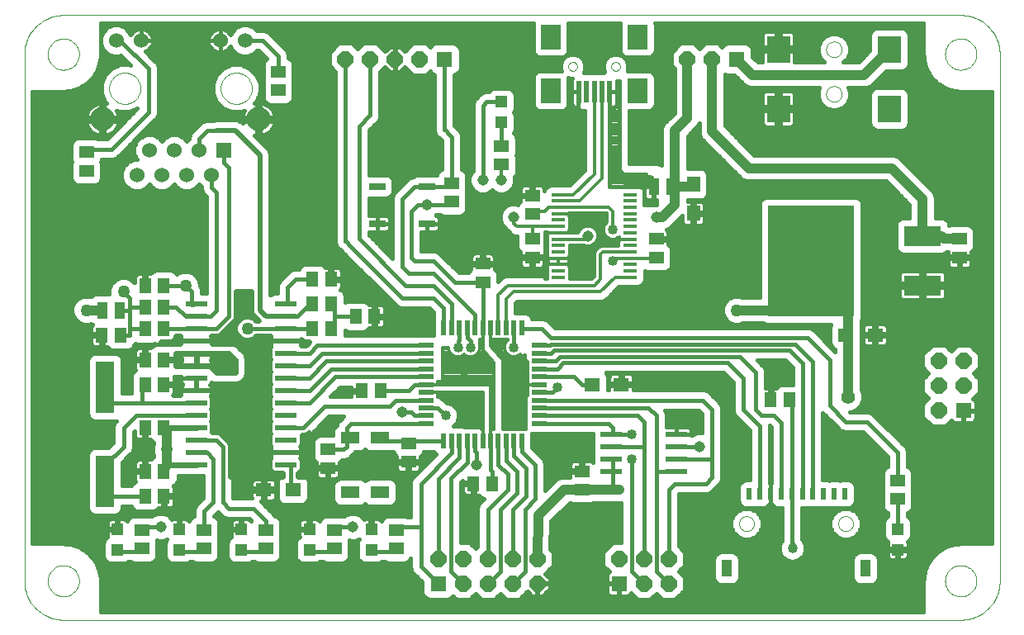
<source format=gtl>
G75*
G70*
%OFA0B0*%
%FSLAX24Y24*%
%IPPOS*%
%LPD*%
%AMOC8*
5,1,8,0,0,1.08239X$1,22.5*
%
%ADD10R,0.0866X0.0236*%
%ADD11R,0.0740X0.0500*%
%ADD12R,0.0630X0.0551*%
%ADD13R,0.0512X0.0591*%
%ADD14R,0.0760X0.2100*%
%ADD15R,0.0591X0.0512*%
%ADD16R,0.0402X0.0701*%
%ADD17R,0.0472X0.0472*%
%ADD18R,0.1500X0.0820*%
%ADD19R,0.3500X0.4500*%
%ADD20C,0.0000*%
%ADD21R,0.0945X0.1102*%
%ADD22R,0.0591X0.0197*%
%ADD23R,0.0197X0.0591*%
%ADD24R,0.0600X0.0600*%
%ADD25C,0.0600*%
%ADD26C,0.0975*%
%ADD27R,0.0551X0.0630*%
%ADD28R,0.0630X0.0512*%
%ADD29R,0.0200X0.0500*%
%ADD30R,0.0400X0.0700*%
%ADD31R,0.0787X0.0984*%
%ADD32R,0.0197X0.0906*%
%ADD33R,0.0550X0.0137*%
%ADD34R,0.0640X0.0640*%
%ADD35OC8,0.0640*%
%ADD36R,0.0650X0.0300*%
%ADD37C,0.0160*%
%ADD38C,0.0500*%
%ADD39C,0.0240*%
%ADD40C,0.0450*%
%ADD41C,0.0400*%
%ADD42C,0.0550*%
%ADD43C,0.0180*%
%ADD44C,0.0400*%
%ADD45C,0.0140*%
%ADD46C,0.0220*%
%ADD47C,0.0320*%
%ADD48C,0.0120*%
%ADD49C,0.0200*%
D10*
X013339Y016087D03*
X013339Y016587D03*
X013339Y017087D03*
X013339Y017587D03*
X013339Y018087D03*
X013339Y018587D03*
X013339Y019087D03*
X013339Y019587D03*
X013339Y020087D03*
X013339Y020587D03*
X013339Y021087D03*
X013339Y021587D03*
X013339Y022087D03*
X013339Y022587D03*
X016961Y022587D03*
X016961Y022087D03*
X016961Y021587D03*
X016961Y021087D03*
X016961Y020587D03*
X016961Y020087D03*
X016961Y019587D03*
X016961Y019087D03*
X016961Y018587D03*
X016961Y018087D03*
X016961Y017587D03*
X016961Y017087D03*
X016961Y016587D03*
X016961Y016087D03*
X030089Y015837D03*
X030089Y016337D03*
X030089Y016837D03*
X030089Y017337D03*
X032711Y017337D03*
X032711Y016837D03*
X032711Y016337D03*
X032711Y015837D03*
D11*
X020750Y014987D03*
X019550Y014987D03*
X019550Y017187D03*
X020750Y017187D03*
D12*
X017241Y015087D03*
X016059Y015087D03*
X029309Y019337D03*
X030491Y019337D03*
X039559Y021337D03*
X040741Y021337D03*
D13*
X037274Y018712D03*
X036526Y018712D03*
X025274Y015337D03*
X024526Y015337D03*
X020774Y019087D03*
X020026Y019087D03*
X018774Y021587D03*
X018026Y021587D03*
X018026Y022587D03*
X018774Y022587D03*
X019776Y022087D03*
X020524Y022087D03*
X018774Y023587D03*
X018026Y023587D03*
X012024Y023337D03*
X011276Y023337D03*
X011276Y022462D03*
X012024Y022462D03*
X012024Y021587D03*
X011276Y021587D03*
X010274Y021337D03*
X009526Y021337D03*
X011276Y020337D03*
X012024Y020337D03*
X012024Y019337D03*
X011276Y019337D03*
X011276Y017587D03*
X012024Y017587D03*
X012024Y015837D03*
X011276Y015837D03*
X011276Y014837D03*
X012024Y014837D03*
D14*
X009650Y015437D03*
X009650Y019237D03*
D15*
X011150Y013461D03*
X011150Y012713D03*
X013650Y012713D03*
X013650Y013461D03*
X016150Y013461D03*
X016150Y012713D03*
X018900Y012713D03*
X018900Y013461D03*
X021400Y013461D03*
X021400Y012713D03*
X021900Y016213D03*
X021900Y016961D03*
X018650Y016711D03*
X018650Y015963D03*
X024900Y023463D03*
X024900Y024211D03*
X026900Y024463D03*
X026900Y025211D03*
X026900Y026213D03*
X026900Y026961D03*
X023650Y026713D03*
X023650Y027461D03*
X016650Y031219D03*
X016650Y031967D03*
X008900Y028717D03*
X008900Y027969D03*
X028900Y015836D03*
X028900Y015088D03*
X031900Y024463D03*
X031900Y025211D03*
X044150Y025211D03*
X044150Y024463D03*
X041650Y015461D03*
X041650Y014713D03*
D16*
X032500Y027337D03*
X031800Y027337D03*
X010250Y022337D03*
X009550Y022337D03*
D17*
X010150Y013500D03*
X010150Y012673D03*
X012650Y012673D03*
X012650Y013500D03*
X015150Y013500D03*
X015150Y012673D03*
X017900Y012673D03*
X017900Y013500D03*
X020400Y013500D03*
X020400Y012673D03*
X041650Y012673D03*
X041650Y013500D03*
X025650Y029923D03*
X025650Y030750D03*
D18*
X042650Y025337D03*
X042650Y023337D03*
D19*
X038150Y024337D03*
D20*
X044195Y009837D02*
X007975Y009837D01*
X007898Y009839D01*
X007821Y009845D01*
X007744Y009854D01*
X007668Y009867D01*
X007592Y009884D01*
X007518Y009905D01*
X007444Y009929D01*
X007372Y009957D01*
X007302Y009988D01*
X007233Y010023D01*
X007165Y010061D01*
X007100Y010102D01*
X007037Y010147D01*
X006976Y010195D01*
X006917Y010245D01*
X006861Y010298D01*
X006808Y010354D01*
X006758Y010413D01*
X006710Y010474D01*
X006665Y010537D01*
X006624Y010602D01*
X006586Y010670D01*
X006551Y010739D01*
X006520Y010809D01*
X006492Y010881D01*
X006468Y010955D01*
X006447Y011029D01*
X006430Y011105D01*
X006417Y011181D01*
X006408Y011258D01*
X006402Y011335D01*
X006400Y011412D01*
X006400Y032671D01*
X006402Y032748D01*
X006408Y032825D01*
X006417Y032902D01*
X006430Y032978D01*
X006447Y033054D01*
X006468Y033128D01*
X006492Y033202D01*
X006520Y033274D01*
X006551Y033344D01*
X006586Y033413D01*
X006624Y033481D01*
X006665Y033546D01*
X006710Y033609D01*
X006758Y033670D01*
X006808Y033729D01*
X006861Y033785D01*
X006917Y033838D01*
X006976Y033888D01*
X007037Y033936D01*
X007100Y033981D01*
X007165Y034022D01*
X007233Y034060D01*
X007302Y034095D01*
X007372Y034126D01*
X007444Y034154D01*
X007518Y034178D01*
X007592Y034199D01*
X007668Y034216D01*
X007744Y034229D01*
X007821Y034238D01*
X007898Y034244D01*
X007975Y034246D01*
X044195Y034246D01*
X044272Y034244D01*
X044349Y034238D01*
X044426Y034229D01*
X044502Y034216D01*
X044578Y034199D01*
X044652Y034178D01*
X044726Y034154D01*
X044798Y034126D01*
X044868Y034095D01*
X044937Y034060D01*
X045005Y034022D01*
X045070Y033981D01*
X045133Y033936D01*
X045194Y033888D01*
X045253Y033838D01*
X045309Y033785D01*
X045362Y033729D01*
X045412Y033670D01*
X045460Y033609D01*
X045505Y033546D01*
X045546Y033481D01*
X045584Y033413D01*
X045619Y033344D01*
X045650Y033274D01*
X045678Y033202D01*
X045702Y033128D01*
X045723Y033054D01*
X045740Y032978D01*
X045753Y032902D01*
X045762Y032825D01*
X045768Y032748D01*
X045770Y032671D01*
X045770Y011412D01*
X045768Y011335D01*
X045762Y011258D01*
X045753Y011181D01*
X045740Y011105D01*
X045723Y011029D01*
X045702Y010955D01*
X045678Y010881D01*
X045650Y010809D01*
X045619Y010739D01*
X045584Y010670D01*
X045546Y010602D01*
X045505Y010537D01*
X045460Y010474D01*
X045412Y010413D01*
X045362Y010354D01*
X045309Y010298D01*
X045253Y010245D01*
X045194Y010195D01*
X045133Y010147D01*
X045070Y010102D01*
X045005Y010061D01*
X044937Y010023D01*
X044868Y009988D01*
X044798Y009957D01*
X044726Y009929D01*
X044652Y009905D01*
X044578Y009884D01*
X044502Y009867D01*
X044426Y009854D01*
X044349Y009845D01*
X044272Y009839D01*
X044195Y009837D01*
X044272Y009839D01*
X044349Y009845D01*
X044426Y009854D01*
X044502Y009867D01*
X044578Y009884D01*
X044652Y009905D01*
X044726Y009929D01*
X044798Y009957D01*
X044868Y009988D01*
X044937Y010023D01*
X045005Y010061D01*
X045070Y010102D01*
X045133Y010147D01*
X045194Y010195D01*
X045253Y010245D01*
X045309Y010298D01*
X045362Y010354D01*
X045412Y010413D01*
X045460Y010474D01*
X045505Y010537D01*
X045546Y010602D01*
X045584Y010670D01*
X045619Y010739D01*
X045650Y010809D01*
X045678Y010881D01*
X045702Y010955D01*
X045723Y011029D01*
X045740Y011105D01*
X045753Y011181D01*
X045762Y011258D01*
X045768Y011335D01*
X045770Y011412D01*
X045768Y011335D01*
X045762Y011258D01*
X045753Y011181D01*
X045740Y011105D01*
X045723Y011029D01*
X045702Y010955D01*
X045678Y010881D01*
X045650Y010809D01*
X045619Y010739D01*
X045584Y010670D01*
X045546Y010602D01*
X045505Y010537D01*
X045460Y010474D01*
X045412Y010413D01*
X045362Y010354D01*
X045309Y010298D01*
X045253Y010245D01*
X045194Y010195D01*
X045133Y010147D01*
X045070Y010102D01*
X045005Y010061D01*
X044937Y010023D01*
X044868Y009988D01*
X044798Y009957D01*
X044726Y009929D01*
X044652Y009905D01*
X044578Y009884D01*
X044502Y009867D01*
X044426Y009854D01*
X044349Y009845D01*
X044272Y009839D01*
X044195Y009837D01*
X043565Y011412D02*
X043567Y011462D01*
X043573Y011512D01*
X043583Y011561D01*
X043597Y011609D01*
X043614Y011656D01*
X043635Y011701D01*
X043660Y011745D01*
X043688Y011786D01*
X043720Y011825D01*
X043754Y011862D01*
X043791Y011896D01*
X043831Y011926D01*
X043873Y011953D01*
X043917Y011977D01*
X043963Y011998D01*
X044010Y012014D01*
X044058Y012027D01*
X044108Y012036D01*
X044157Y012041D01*
X044208Y012042D01*
X044258Y012039D01*
X044307Y012032D01*
X044356Y012021D01*
X044404Y012006D01*
X044450Y011988D01*
X044495Y011966D01*
X044538Y011940D01*
X044579Y011911D01*
X044618Y011879D01*
X044654Y011844D01*
X044686Y011806D01*
X044716Y011766D01*
X044743Y011723D01*
X044766Y011679D01*
X044785Y011633D01*
X044801Y011585D01*
X044813Y011536D01*
X044821Y011487D01*
X044825Y011437D01*
X044825Y011387D01*
X044821Y011337D01*
X044813Y011288D01*
X044801Y011239D01*
X044785Y011191D01*
X044766Y011145D01*
X044743Y011101D01*
X044716Y011058D01*
X044686Y011018D01*
X044654Y010980D01*
X044618Y010945D01*
X044579Y010913D01*
X044538Y010884D01*
X044495Y010858D01*
X044450Y010836D01*
X044404Y010818D01*
X044356Y010803D01*
X044307Y010792D01*
X044258Y010785D01*
X044208Y010782D01*
X044157Y010783D01*
X044108Y010788D01*
X044058Y010797D01*
X044010Y010810D01*
X043963Y010826D01*
X043917Y010847D01*
X043873Y010871D01*
X043831Y010898D01*
X043791Y010928D01*
X043754Y010962D01*
X043720Y010999D01*
X043688Y011038D01*
X043660Y011079D01*
X043635Y011123D01*
X043614Y011168D01*
X043597Y011215D01*
X043583Y011263D01*
X043573Y011312D01*
X043567Y011362D01*
X043565Y011412D01*
X039250Y013721D02*
X039252Y013755D01*
X039258Y013789D01*
X039267Y013822D01*
X039281Y013853D01*
X039298Y013883D01*
X039318Y013911D01*
X039341Y013936D01*
X039367Y013959D01*
X039395Y013978D01*
X039425Y013994D01*
X039457Y014006D01*
X039490Y014015D01*
X039524Y014020D01*
X039559Y014021D01*
X039593Y014018D01*
X039626Y014011D01*
X039659Y014001D01*
X039690Y013986D01*
X039719Y013969D01*
X039746Y013948D01*
X039771Y013924D01*
X039793Y013897D01*
X039811Y013869D01*
X039826Y013838D01*
X039838Y013806D01*
X039846Y013772D01*
X039850Y013738D01*
X039850Y013704D01*
X039846Y013670D01*
X039838Y013636D01*
X039826Y013604D01*
X039811Y013573D01*
X039793Y013545D01*
X039771Y013518D01*
X039746Y013494D01*
X039719Y013473D01*
X039690Y013456D01*
X039659Y013441D01*
X039626Y013431D01*
X039593Y013424D01*
X039559Y013421D01*
X039524Y013422D01*
X039490Y013427D01*
X039457Y013436D01*
X039425Y013448D01*
X039395Y013464D01*
X039367Y013483D01*
X039341Y013506D01*
X039318Y013531D01*
X039298Y013559D01*
X039281Y013589D01*
X039267Y013620D01*
X039258Y013653D01*
X039252Y013687D01*
X039250Y013721D01*
X035250Y013721D02*
X035252Y013755D01*
X035258Y013789D01*
X035267Y013822D01*
X035281Y013853D01*
X035298Y013883D01*
X035318Y013911D01*
X035341Y013936D01*
X035367Y013959D01*
X035395Y013978D01*
X035425Y013994D01*
X035457Y014006D01*
X035490Y014015D01*
X035524Y014020D01*
X035559Y014021D01*
X035593Y014018D01*
X035626Y014011D01*
X035659Y014001D01*
X035690Y013986D01*
X035719Y013969D01*
X035746Y013948D01*
X035771Y013924D01*
X035793Y013897D01*
X035811Y013869D01*
X035826Y013838D01*
X035838Y013806D01*
X035846Y013772D01*
X035850Y013738D01*
X035850Y013704D01*
X035846Y013670D01*
X035838Y013636D01*
X035826Y013604D01*
X035811Y013573D01*
X035793Y013545D01*
X035771Y013518D01*
X035746Y013494D01*
X035719Y013473D01*
X035690Y013456D01*
X035659Y013441D01*
X035626Y013431D01*
X035593Y013424D01*
X035559Y013421D01*
X035524Y013422D01*
X035490Y013427D01*
X035457Y013436D01*
X035425Y013448D01*
X035395Y013464D01*
X035367Y013483D01*
X035341Y013506D01*
X035318Y013531D01*
X035298Y013559D01*
X035281Y013589D01*
X035267Y013620D01*
X035258Y013653D01*
X035252Y013687D01*
X035250Y013721D01*
X038762Y031068D02*
X038764Y031103D01*
X038770Y031138D01*
X038780Y031172D01*
X038793Y031205D01*
X038810Y031236D01*
X038831Y031264D01*
X038854Y031291D01*
X038881Y031314D01*
X038909Y031335D01*
X038940Y031352D01*
X038973Y031365D01*
X039007Y031375D01*
X039042Y031381D01*
X039077Y031383D01*
X039112Y031381D01*
X039147Y031375D01*
X039181Y031365D01*
X039214Y031352D01*
X039245Y031335D01*
X039273Y031314D01*
X039300Y031291D01*
X039323Y031264D01*
X039344Y031236D01*
X039361Y031205D01*
X039374Y031172D01*
X039384Y031138D01*
X039390Y031103D01*
X039392Y031068D01*
X039390Y031033D01*
X039384Y030998D01*
X039374Y030964D01*
X039361Y030931D01*
X039344Y030900D01*
X039323Y030872D01*
X039300Y030845D01*
X039273Y030822D01*
X039245Y030801D01*
X039214Y030784D01*
X039181Y030771D01*
X039147Y030761D01*
X039112Y030755D01*
X039077Y030753D01*
X039042Y030755D01*
X039007Y030761D01*
X038973Y030771D01*
X038940Y030784D01*
X038909Y030801D01*
X038881Y030822D01*
X038854Y030845D01*
X038831Y030872D01*
X038810Y030900D01*
X038793Y030931D01*
X038780Y030964D01*
X038770Y030998D01*
X038764Y031033D01*
X038762Y031068D01*
X038762Y032868D02*
X038764Y032903D01*
X038770Y032938D01*
X038780Y032972D01*
X038793Y033005D01*
X038810Y033036D01*
X038831Y033064D01*
X038854Y033091D01*
X038881Y033114D01*
X038909Y033135D01*
X038940Y033152D01*
X038973Y033165D01*
X039007Y033175D01*
X039042Y033181D01*
X039077Y033183D01*
X039112Y033181D01*
X039147Y033175D01*
X039181Y033165D01*
X039214Y033152D01*
X039245Y033135D01*
X039273Y033114D01*
X039300Y033091D01*
X039323Y033064D01*
X039344Y033036D01*
X039361Y033005D01*
X039374Y032972D01*
X039384Y032938D01*
X039390Y032903D01*
X039392Y032868D01*
X039390Y032833D01*
X039384Y032798D01*
X039374Y032764D01*
X039361Y032731D01*
X039344Y032700D01*
X039323Y032672D01*
X039300Y032645D01*
X039273Y032622D01*
X039245Y032601D01*
X039214Y032584D01*
X039181Y032571D01*
X039147Y032561D01*
X039112Y032555D01*
X039077Y032553D01*
X039042Y032555D01*
X039007Y032561D01*
X038973Y032571D01*
X038940Y032584D01*
X038909Y032601D01*
X038881Y032622D01*
X038854Y032645D01*
X038831Y032672D01*
X038810Y032700D01*
X038793Y032731D01*
X038780Y032764D01*
X038770Y032798D01*
X038764Y032833D01*
X038762Y032868D01*
X044195Y034246D02*
X044272Y034244D01*
X044349Y034238D01*
X044426Y034229D01*
X044502Y034216D01*
X044578Y034199D01*
X044652Y034178D01*
X044726Y034154D01*
X044798Y034126D01*
X044868Y034095D01*
X044937Y034060D01*
X045005Y034022D01*
X045070Y033981D01*
X045133Y033936D01*
X045194Y033888D01*
X045253Y033838D01*
X045309Y033785D01*
X045362Y033729D01*
X045412Y033670D01*
X045460Y033609D01*
X045505Y033546D01*
X045546Y033481D01*
X045584Y033413D01*
X045619Y033344D01*
X045650Y033274D01*
X045678Y033202D01*
X045702Y033128D01*
X045723Y033054D01*
X045740Y032978D01*
X045753Y032902D01*
X045762Y032825D01*
X045768Y032748D01*
X045770Y032671D01*
X045768Y032748D01*
X045762Y032825D01*
X045753Y032902D01*
X045740Y032978D01*
X045723Y033054D01*
X045702Y033128D01*
X045678Y033202D01*
X045650Y033274D01*
X045619Y033344D01*
X045584Y033413D01*
X045546Y033481D01*
X045505Y033546D01*
X045460Y033609D01*
X045412Y033670D01*
X045362Y033729D01*
X045309Y033785D01*
X045253Y033838D01*
X045194Y033888D01*
X045133Y033936D01*
X045070Y033981D01*
X045005Y034022D01*
X044937Y034060D01*
X044868Y034095D01*
X044798Y034126D01*
X044726Y034154D01*
X044652Y034178D01*
X044578Y034199D01*
X044502Y034216D01*
X044426Y034229D01*
X044349Y034238D01*
X044272Y034244D01*
X044195Y034246D01*
X043565Y032671D02*
X043567Y032721D01*
X043573Y032771D01*
X043583Y032820D01*
X043597Y032868D01*
X043614Y032915D01*
X043635Y032960D01*
X043660Y033004D01*
X043688Y033045D01*
X043720Y033084D01*
X043754Y033121D01*
X043791Y033155D01*
X043831Y033185D01*
X043873Y033212D01*
X043917Y033236D01*
X043963Y033257D01*
X044010Y033273D01*
X044058Y033286D01*
X044108Y033295D01*
X044157Y033300D01*
X044208Y033301D01*
X044258Y033298D01*
X044307Y033291D01*
X044356Y033280D01*
X044404Y033265D01*
X044450Y033247D01*
X044495Y033225D01*
X044538Y033199D01*
X044579Y033170D01*
X044618Y033138D01*
X044654Y033103D01*
X044686Y033065D01*
X044716Y033025D01*
X044743Y032982D01*
X044766Y032938D01*
X044785Y032892D01*
X044801Y032844D01*
X044813Y032795D01*
X044821Y032746D01*
X044825Y032696D01*
X044825Y032646D01*
X044821Y032596D01*
X044813Y032547D01*
X044801Y032498D01*
X044785Y032450D01*
X044766Y032404D01*
X044743Y032360D01*
X044716Y032317D01*
X044686Y032277D01*
X044654Y032239D01*
X044618Y032204D01*
X044579Y032172D01*
X044538Y032143D01*
X044495Y032117D01*
X044450Y032095D01*
X044404Y032077D01*
X044356Y032062D01*
X044307Y032051D01*
X044258Y032044D01*
X044208Y032041D01*
X044157Y032042D01*
X044108Y032047D01*
X044058Y032056D01*
X044010Y032069D01*
X043963Y032085D01*
X043917Y032106D01*
X043873Y032130D01*
X043831Y032157D01*
X043791Y032187D01*
X043754Y032221D01*
X043720Y032258D01*
X043688Y032297D01*
X043660Y032338D01*
X043635Y032382D01*
X043614Y032427D01*
X043597Y032474D01*
X043583Y032522D01*
X043573Y032571D01*
X043567Y032621D01*
X043565Y032671D01*
X030089Y032179D02*
X030091Y032205D01*
X030097Y032231D01*
X030107Y032256D01*
X030120Y032279D01*
X030136Y032299D01*
X030156Y032317D01*
X030178Y032332D01*
X030201Y032344D01*
X030227Y032352D01*
X030253Y032356D01*
X030279Y032356D01*
X030305Y032352D01*
X030331Y032344D01*
X030355Y032332D01*
X030376Y032317D01*
X030396Y032299D01*
X030412Y032279D01*
X030425Y032256D01*
X030435Y032231D01*
X030441Y032205D01*
X030443Y032179D01*
X030441Y032153D01*
X030435Y032127D01*
X030425Y032102D01*
X030412Y032079D01*
X030396Y032059D01*
X030376Y032041D01*
X030354Y032026D01*
X030331Y032014D01*
X030305Y032006D01*
X030279Y032002D01*
X030253Y032002D01*
X030227Y032006D01*
X030201Y032014D01*
X030177Y032026D01*
X030156Y032041D01*
X030136Y032059D01*
X030120Y032079D01*
X030107Y032102D01*
X030097Y032127D01*
X030091Y032153D01*
X030089Y032179D01*
X028357Y032179D02*
X028359Y032205D01*
X028365Y032231D01*
X028375Y032256D01*
X028388Y032279D01*
X028404Y032299D01*
X028424Y032317D01*
X028446Y032332D01*
X028469Y032344D01*
X028495Y032352D01*
X028521Y032356D01*
X028547Y032356D01*
X028573Y032352D01*
X028599Y032344D01*
X028623Y032332D01*
X028644Y032317D01*
X028664Y032299D01*
X028680Y032279D01*
X028693Y032256D01*
X028703Y032231D01*
X028709Y032205D01*
X028711Y032179D01*
X028709Y032153D01*
X028703Y032127D01*
X028693Y032102D01*
X028680Y032079D01*
X028664Y032059D01*
X028644Y032041D01*
X028622Y032026D01*
X028599Y032014D01*
X028573Y032006D01*
X028547Y032002D01*
X028521Y032002D01*
X028495Y032006D01*
X028469Y032014D01*
X028445Y032026D01*
X028424Y032041D01*
X028404Y032059D01*
X028388Y032079D01*
X028375Y032102D01*
X028365Y032127D01*
X028359Y032153D01*
X028357Y032179D01*
X014319Y031294D02*
X014321Y031344D01*
X014327Y031394D01*
X014337Y031443D01*
X014351Y031491D01*
X014368Y031538D01*
X014389Y031583D01*
X014414Y031627D01*
X014442Y031668D01*
X014474Y031707D01*
X014508Y031744D01*
X014545Y031778D01*
X014585Y031808D01*
X014627Y031835D01*
X014671Y031859D01*
X014717Y031880D01*
X014764Y031896D01*
X014812Y031909D01*
X014862Y031918D01*
X014911Y031923D01*
X014962Y031924D01*
X015012Y031921D01*
X015061Y031914D01*
X015110Y031903D01*
X015158Y031888D01*
X015204Y031870D01*
X015249Y031848D01*
X015292Y031822D01*
X015333Y031793D01*
X015372Y031761D01*
X015408Y031726D01*
X015440Y031688D01*
X015470Y031648D01*
X015497Y031605D01*
X015520Y031561D01*
X015539Y031515D01*
X015555Y031467D01*
X015567Y031418D01*
X015575Y031369D01*
X015579Y031319D01*
X015579Y031269D01*
X015575Y031219D01*
X015567Y031170D01*
X015555Y031121D01*
X015539Y031073D01*
X015520Y031027D01*
X015497Y030983D01*
X015470Y030940D01*
X015440Y030900D01*
X015408Y030862D01*
X015372Y030827D01*
X015333Y030795D01*
X015292Y030766D01*
X015249Y030740D01*
X015204Y030718D01*
X015158Y030700D01*
X015110Y030685D01*
X015061Y030674D01*
X015012Y030667D01*
X014962Y030664D01*
X014911Y030665D01*
X014862Y030670D01*
X014812Y030679D01*
X014764Y030692D01*
X014717Y030708D01*
X014671Y030729D01*
X014627Y030753D01*
X014585Y030780D01*
X014545Y030810D01*
X014508Y030844D01*
X014474Y030881D01*
X014442Y030920D01*
X014414Y030961D01*
X014389Y031005D01*
X014368Y031050D01*
X014351Y031097D01*
X014337Y031145D01*
X014327Y031194D01*
X014321Y031244D01*
X014319Y031294D01*
X009819Y031294D02*
X009821Y031344D01*
X009827Y031394D01*
X009837Y031443D01*
X009851Y031491D01*
X009868Y031538D01*
X009889Y031583D01*
X009914Y031627D01*
X009942Y031668D01*
X009974Y031707D01*
X010008Y031744D01*
X010045Y031778D01*
X010085Y031808D01*
X010127Y031835D01*
X010171Y031859D01*
X010217Y031880D01*
X010264Y031896D01*
X010312Y031909D01*
X010362Y031918D01*
X010411Y031923D01*
X010462Y031924D01*
X010512Y031921D01*
X010561Y031914D01*
X010610Y031903D01*
X010658Y031888D01*
X010704Y031870D01*
X010749Y031848D01*
X010792Y031822D01*
X010833Y031793D01*
X010872Y031761D01*
X010908Y031726D01*
X010940Y031688D01*
X010970Y031648D01*
X010997Y031605D01*
X011020Y031561D01*
X011039Y031515D01*
X011055Y031467D01*
X011067Y031418D01*
X011075Y031369D01*
X011079Y031319D01*
X011079Y031269D01*
X011075Y031219D01*
X011067Y031170D01*
X011055Y031121D01*
X011039Y031073D01*
X011020Y031027D01*
X010997Y030983D01*
X010970Y030940D01*
X010940Y030900D01*
X010908Y030862D01*
X010872Y030827D01*
X010833Y030795D01*
X010792Y030766D01*
X010749Y030740D01*
X010704Y030718D01*
X010658Y030700D01*
X010610Y030685D01*
X010561Y030674D01*
X010512Y030667D01*
X010462Y030664D01*
X010411Y030665D01*
X010362Y030670D01*
X010312Y030679D01*
X010264Y030692D01*
X010217Y030708D01*
X010171Y030729D01*
X010127Y030753D01*
X010085Y030780D01*
X010045Y030810D01*
X010008Y030844D01*
X009974Y030881D01*
X009942Y030920D01*
X009914Y030961D01*
X009889Y031005D01*
X009868Y031050D01*
X009851Y031097D01*
X009837Y031145D01*
X009827Y031194D01*
X009821Y031244D01*
X009819Y031294D01*
X007975Y034246D02*
X007898Y034244D01*
X007821Y034238D01*
X007744Y034229D01*
X007668Y034216D01*
X007592Y034199D01*
X007518Y034178D01*
X007444Y034154D01*
X007372Y034126D01*
X007302Y034095D01*
X007233Y034060D01*
X007165Y034022D01*
X007100Y033981D01*
X007037Y033936D01*
X006976Y033888D01*
X006917Y033838D01*
X006861Y033785D01*
X006808Y033729D01*
X006758Y033670D01*
X006710Y033609D01*
X006665Y033546D01*
X006624Y033481D01*
X006586Y033413D01*
X006551Y033344D01*
X006520Y033274D01*
X006492Y033202D01*
X006468Y033128D01*
X006447Y033054D01*
X006430Y032978D01*
X006417Y032902D01*
X006408Y032825D01*
X006402Y032748D01*
X006400Y032671D01*
X006402Y032748D01*
X006408Y032825D01*
X006417Y032902D01*
X006430Y032978D01*
X006447Y033054D01*
X006468Y033128D01*
X006492Y033202D01*
X006520Y033274D01*
X006551Y033344D01*
X006586Y033413D01*
X006624Y033481D01*
X006665Y033546D01*
X006710Y033609D01*
X006758Y033670D01*
X006808Y033729D01*
X006861Y033785D01*
X006917Y033838D01*
X006976Y033888D01*
X007037Y033936D01*
X007100Y033981D01*
X007165Y034022D01*
X007233Y034060D01*
X007302Y034095D01*
X007372Y034126D01*
X007444Y034154D01*
X007518Y034178D01*
X007592Y034199D01*
X007668Y034216D01*
X007744Y034229D01*
X007821Y034238D01*
X007898Y034244D01*
X007975Y034246D01*
X007345Y032671D02*
X007347Y032721D01*
X007353Y032771D01*
X007363Y032820D01*
X007377Y032868D01*
X007394Y032915D01*
X007415Y032960D01*
X007440Y033004D01*
X007468Y033045D01*
X007500Y033084D01*
X007534Y033121D01*
X007571Y033155D01*
X007611Y033185D01*
X007653Y033212D01*
X007697Y033236D01*
X007743Y033257D01*
X007790Y033273D01*
X007838Y033286D01*
X007888Y033295D01*
X007937Y033300D01*
X007988Y033301D01*
X008038Y033298D01*
X008087Y033291D01*
X008136Y033280D01*
X008184Y033265D01*
X008230Y033247D01*
X008275Y033225D01*
X008318Y033199D01*
X008359Y033170D01*
X008398Y033138D01*
X008434Y033103D01*
X008466Y033065D01*
X008496Y033025D01*
X008523Y032982D01*
X008546Y032938D01*
X008565Y032892D01*
X008581Y032844D01*
X008593Y032795D01*
X008601Y032746D01*
X008605Y032696D01*
X008605Y032646D01*
X008601Y032596D01*
X008593Y032547D01*
X008581Y032498D01*
X008565Y032450D01*
X008546Y032404D01*
X008523Y032360D01*
X008496Y032317D01*
X008466Y032277D01*
X008434Y032239D01*
X008398Y032204D01*
X008359Y032172D01*
X008318Y032143D01*
X008275Y032117D01*
X008230Y032095D01*
X008184Y032077D01*
X008136Y032062D01*
X008087Y032051D01*
X008038Y032044D01*
X007988Y032041D01*
X007937Y032042D01*
X007888Y032047D01*
X007838Y032056D01*
X007790Y032069D01*
X007743Y032085D01*
X007697Y032106D01*
X007653Y032130D01*
X007611Y032157D01*
X007571Y032187D01*
X007534Y032221D01*
X007500Y032258D01*
X007468Y032297D01*
X007440Y032338D01*
X007415Y032382D01*
X007394Y032427D01*
X007377Y032474D01*
X007363Y032522D01*
X007353Y032571D01*
X007347Y032621D01*
X007345Y032671D01*
X006400Y011412D02*
X006402Y011335D01*
X006408Y011258D01*
X006417Y011181D01*
X006430Y011105D01*
X006447Y011029D01*
X006468Y010955D01*
X006492Y010881D01*
X006520Y010809D01*
X006551Y010739D01*
X006586Y010670D01*
X006624Y010602D01*
X006665Y010537D01*
X006710Y010474D01*
X006758Y010413D01*
X006808Y010354D01*
X006861Y010298D01*
X006917Y010245D01*
X006976Y010195D01*
X007037Y010147D01*
X007100Y010102D01*
X007165Y010061D01*
X007233Y010023D01*
X007302Y009988D01*
X007372Y009957D01*
X007444Y009929D01*
X007518Y009905D01*
X007592Y009884D01*
X007668Y009867D01*
X007744Y009854D01*
X007821Y009845D01*
X007898Y009839D01*
X007975Y009837D01*
X007898Y009839D01*
X007821Y009845D01*
X007744Y009854D01*
X007668Y009867D01*
X007592Y009884D01*
X007518Y009905D01*
X007444Y009929D01*
X007372Y009957D01*
X007302Y009988D01*
X007233Y010023D01*
X007165Y010061D01*
X007100Y010102D01*
X007037Y010147D01*
X006976Y010195D01*
X006917Y010245D01*
X006861Y010298D01*
X006808Y010354D01*
X006758Y010413D01*
X006710Y010474D01*
X006665Y010537D01*
X006624Y010602D01*
X006586Y010670D01*
X006551Y010739D01*
X006520Y010809D01*
X006492Y010881D01*
X006468Y010955D01*
X006447Y011029D01*
X006430Y011105D01*
X006417Y011181D01*
X006408Y011258D01*
X006402Y011335D01*
X006400Y011412D01*
X007345Y011412D02*
X007347Y011462D01*
X007353Y011512D01*
X007363Y011561D01*
X007377Y011609D01*
X007394Y011656D01*
X007415Y011701D01*
X007440Y011745D01*
X007468Y011786D01*
X007500Y011825D01*
X007534Y011862D01*
X007571Y011896D01*
X007611Y011926D01*
X007653Y011953D01*
X007697Y011977D01*
X007743Y011998D01*
X007790Y012014D01*
X007838Y012027D01*
X007888Y012036D01*
X007937Y012041D01*
X007988Y012042D01*
X008038Y012039D01*
X008087Y012032D01*
X008136Y012021D01*
X008184Y012006D01*
X008230Y011988D01*
X008275Y011966D01*
X008318Y011940D01*
X008359Y011911D01*
X008398Y011879D01*
X008434Y011844D01*
X008466Y011806D01*
X008496Y011766D01*
X008523Y011723D01*
X008546Y011679D01*
X008565Y011633D01*
X008581Y011585D01*
X008593Y011536D01*
X008601Y011487D01*
X008605Y011437D01*
X008605Y011387D01*
X008601Y011337D01*
X008593Y011288D01*
X008581Y011239D01*
X008565Y011191D01*
X008546Y011145D01*
X008523Y011101D01*
X008496Y011058D01*
X008466Y011018D01*
X008434Y010980D01*
X008398Y010945D01*
X008359Y010913D01*
X008318Y010884D01*
X008275Y010858D01*
X008230Y010836D01*
X008184Y010818D01*
X008136Y010803D01*
X008087Y010792D01*
X008038Y010785D01*
X007988Y010782D01*
X007937Y010783D01*
X007888Y010788D01*
X007838Y010797D01*
X007790Y010810D01*
X007743Y010826D01*
X007697Y010847D01*
X007653Y010871D01*
X007611Y010898D01*
X007571Y010928D01*
X007534Y010962D01*
X007500Y010999D01*
X007468Y011038D01*
X007440Y011079D01*
X007415Y011123D01*
X007394Y011168D01*
X007377Y011215D01*
X007363Y011263D01*
X007353Y011312D01*
X007347Y011362D01*
X007345Y011412D01*
D21*
X036833Y030467D03*
X036833Y032868D03*
X041321Y032868D03*
X041321Y030467D03*
D22*
X027183Y020912D03*
X027183Y020597D03*
X027183Y020282D03*
X027183Y019967D03*
X027183Y019652D03*
X027183Y019337D03*
X027183Y019022D03*
X027183Y018707D03*
X027183Y018392D03*
X027183Y018077D03*
X027183Y017762D03*
X022617Y017762D03*
X022617Y018077D03*
X022617Y018392D03*
X022617Y018707D03*
X022617Y019022D03*
X022617Y019337D03*
X022617Y019652D03*
X022617Y019967D03*
X022617Y020282D03*
X022617Y020597D03*
X022617Y020912D03*
D23*
X023325Y021620D03*
X023640Y021620D03*
X023955Y021620D03*
X024270Y021620D03*
X024585Y021620D03*
X024900Y021620D03*
X025215Y021620D03*
X025530Y021620D03*
X025845Y021620D03*
X026160Y021620D03*
X026475Y021620D03*
X026475Y017053D03*
X026160Y017053D03*
X025845Y017053D03*
X025530Y017053D03*
X025215Y017053D03*
X024900Y017053D03*
X024585Y017053D03*
X024270Y017053D03*
X023955Y017053D03*
X023640Y017053D03*
X023325Y017053D03*
D24*
X014449Y028794D03*
D25*
X013449Y028794D03*
X012449Y028794D03*
X011449Y028794D03*
X010949Y027794D03*
X011949Y027794D03*
X012949Y027794D03*
X013949Y027794D03*
X014299Y033224D03*
X015299Y033224D03*
X011099Y033224D03*
X010099Y033224D03*
D26*
X009549Y030044D03*
X015849Y030044D03*
D27*
X033400Y027427D03*
X033400Y026246D03*
D28*
X025650Y028213D03*
X025650Y028961D03*
D29*
X035650Y014921D03*
X036080Y014921D03*
X036510Y014921D03*
X036940Y014921D03*
X037370Y014921D03*
X037800Y014921D03*
X038230Y014921D03*
X038660Y014921D03*
X039090Y014921D03*
X039520Y014921D03*
D30*
X040350Y011921D03*
X034750Y011921D03*
D31*
X031152Y031195D03*
X031152Y033360D03*
X027648Y033360D03*
X027648Y031195D03*
D32*
X028770Y031156D03*
X029085Y031156D03*
X029400Y031156D03*
X029715Y031156D03*
X030030Y031156D03*
D33*
X030839Y027000D03*
X030839Y026744D03*
X030839Y026488D03*
X030839Y026233D03*
X030839Y025977D03*
X030839Y025721D03*
X030839Y025465D03*
X030839Y025209D03*
X030839Y024953D03*
X030839Y024697D03*
X030839Y024441D03*
X030839Y024185D03*
X030839Y023929D03*
X030839Y023673D03*
X027961Y023673D03*
X027961Y023929D03*
X027961Y024185D03*
X027961Y024441D03*
X027961Y024697D03*
X027961Y024953D03*
X027961Y025209D03*
X027961Y025465D03*
X027961Y025721D03*
X027961Y025977D03*
X027961Y026233D03*
X027961Y026488D03*
X027961Y026744D03*
X027961Y027000D03*
D34*
X023361Y032475D03*
X035156Y032475D03*
X044302Y018286D03*
X030400Y011305D03*
X023101Y011305D03*
D35*
X024101Y011305D03*
X025101Y011305D03*
X026101Y011305D03*
X027101Y011305D03*
X027101Y012305D03*
X026101Y012305D03*
X025101Y012305D03*
X024101Y012305D03*
X023101Y012305D03*
X030400Y012305D03*
X031400Y012305D03*
X032400Y012305D03*
X032400Y011305D03*
X031400Y011305D03*
X043302Y018286D03*
X043302Y019286D03*
X044302Y019286D03*
X044302Y020286D03*
X043302Y020286D03*
X034156Y032475D03*
X033156Y032475D03*
X022361Y032475D03*
X021361Y032475D03*
X020361Y032475D03*
X019361Y032475D03*
D36*
X020650Y027337D03*
X020650Y025837D03*
X022650Y025837D03*
X022650Y027337D03*
D37*
X022150Y027337D01*
X021650Y026837D01*
X021650Y024087D01*
X021900Y023837D01*
X022900Y023837D01*
X024585Y022152D01*
X024585Y021620D01*
X024270Y021620D02*
X024270Y021217D01*
X024400Y021087D01*
X024400Y020837D01*
X023900Y020837D02*
X023900Y021087D01*
X023955Y021142D01*
X023955Y021620D01*
X023640Y021620D02*
X023640Y022597D01*
X022900Y023337D01*
X021775Y023337D01*
X019900Y025212D01*
X019900Y029768D01*
X020361Y030229D01*
X020361Y032475D01*
X020824Y032033D02*
X021095Y032033D01*
X021154Y031975D02*
X021341Y031975D01*
X021341Y032454D01*
X021381Y032454D01*
X021381Y031975D01*
X021568Y031975D01*
X021762Y032169D01*
X022096Y031835D01*
X022626Y031835D01*
X022768Y031977D01*
X022769Y031973D01*
X022859Y031883D01*
X022961Y031841D01*
X022961Y029706D01*
X022961Y029547D01*
X023022Y029400D01*
X023173Y029248D01*
X023173Y029248D01*
X023250Y029171D01*
X023250Y028020D01*
X023173Y027988D01*
X023083Y027898D01*
X023045Y027804D01*
X023039Y027807D01*
X022261Y027807D01*
X022144Y027758D01*
X022122Y027737D01*
X022070Y027737D01*
X021923Y027676D01*
X021423Y027176D01*
X021311Y027063D01*
X021250Y026916D01*
X021250Y024427D01*
X020300Y025378D01*
X020300Y025507D01*
X020301Y025507D01*
X020650Y025507D01*
X020999Y025507D01*
X021044Y025519D01*
X021086Y025543D01*
X021119Y025576D01*
X021143Y025617D01*
X021155Y025663D01*
X021155Y025837D01*
X021155Y026011D01*
X021143Y026056D01*
X021119Y026097D01*
X021086Y026131D01*
X021044Y026155D01*
X020999Y026167D01*
X020650Y026167D01*
X020650Y025837D01*
X020650Y025837D01*
X020650Y026167D01*
X020301Y026167D01*
X020300Y026166D01*
X020300Y026867D01*
X021039Y026867D01*
X021156Y026916D01*
X021246Y027006D01*
X021295Y027123D01*
X021295Y027551D01*
X021246Y027668D01*
X021156Y027758D01*
X021039Y027807D01*
X020300Y027807D01*
X020300Y029602D01*
X020700Y030002D01*
X020761Y030149D01*
X020761Y030308D01*
X020761Y031970D01*
X020960Y032169D01*
X021154Y031975D01*
X021341Y032033D02*
X021381Y032033D01*
X021381Y032191D02*
X021341Y032191D01*
X021341Y032350D02*
X021381Y032350D01*
X021381Y032495D02*
X021341Y032495D01*
X021341Y032975D01*
X021154Y032975D01*
X020960Y032781D01*
X020626Y033115D01*
X020096Y033115D01*
X019861Y032880D01*
X019626Y033115D01*
X019096Y033115D01*
X018721Y032740D01*
X018721Y032210D01*
X018961Y031970D01*
X018961Y025206D01*
X018961Y025047D01*
X019022Y024900D01*
X019173Y024748D01*
X019298Y024623D01*
X021311Y022610D01*
X021423Y022498D01*
X021570Y022437D01*
X022734Y022437D01*
X022925Y022246D01*
X022925Y022024D01*
X022907Y021979D01*
X022907Y021330D01*
X022258Y021330D01*
X022237Y021322D01*
X019350Y021322D01*
X019350Y021516D01*
X019456Y021472D01*
X020096Y021472D01*
X020213Y021520D01*
X020303Y021610D01*
X020304Y021612D01*
X020476Y021612D01*
X020476Y022039D01*
X020572Y022039D01*
X020572Y022135D01*
X020476Y022135D01*
X020476Y022562D01*
X020304Y022562D01*
X020303Y022563D01*
X020213Y022653D01*
X020096Y022702D01*
X019456Y022702D01*
X019350Y022658D01*
X019350Y022946D01*
X019301Y023063D01*
X019211Y023153D01*
X019165Y023172D01*
X019174Y023181D01*
X019198Y023222D01*
X019210Y023268D01*
X019210Y023539D01*
X018822Y023539D01*
X018822Y023635D01*
X018726Y023635D01*
X018726Y024062D01*
X018554Y024062D01*
X018553Y024063D01*
X018463Y024153D01*
X018346Y024202D01*
X017706Y024202D01*
X017589Y024153D01*
X017499Y024063D01*
X017469Y023991D01*
X017426Y023991D01*
X017425Y023992D01*
X017349Y023992D01*
X017268Y023992D01*
X017267Y023992D01*
X017265Y023992D01*
X017193Y023962D01*
X017121Y023933D01*
X017120Y023931D01*
X017118Y023931D01*
X017063Y023875D01*
X017008Y023821D01*
X017007Y023819D01*
X016793Y023606D01*
X016681Y023493D01*
X016620Y023346D01*
X016620Y023025D01*
X016464Y023025D01*
X016347Y022976D01*
X016320Y022949D01*
X016320Y028509D01*
X016320Y028676D01*
X016256Y028831D01*
X015692Y029395D01*
X015719Y029387D01*
X015769Y029381D01*
X015769Y029963D01*
X015929Y029963D01*
X015929Y029381D01*
X015980Y029387D01*
X016064Y029410D01*
X016145Y029444D01*
X016221Y029487D01*
X016290Y029541D01*
X016352Y029602D01*
X016405Y029672D01*
X016449Y029748D01*
X016483Y029829D01*
X016505Y029913D01*
X016512Y029964D01*
X015929Y029964D01*
X015929Y030123D01*
X016512Y030123D01*
X016505Y030174D01*
X016483Y030259D01*
X016449Y030339D01*
X016405Y030415D01*
X016352Y030485D01*
X016290Y030546D01*
X016221Y030600D01*
X016145Y030643D01*
X016064Y030677D01*
X015980Y030700D01*
X015929Y030706D01*
X015929Y030124D01*
X015769Y030124D01*
X015769Y030706D01*
X015719Y030700D01*
X015691Y030692D01*
X015755Y030755D01*
X015899Y031105D01*
X015899Y031483D01*
X015755Y031832D01*
X015487Y032099D01*
X015138Y032244D01*
X014760Y032244D01*
X014411Y032099D01*
X014144Y031832D01*
X013999Y031483D01*
X013999Y031105D01*
X014144Y030755D01*
X014411Y030488D01*
X014760Y030344D01*
X015138Y030344D01*
X015287Y030405D01*
X015249Y030339D01*
X015216Y030259D01*
X015193Y030174D01*
X015186Y030123D01*
X015769Y030123D01*
X015769Y029964D01*
X015186Y029964D01*
X015193Y029913D01*
X015200Y029886D01*
X015138Y029949D01*
X014984Y030013D01*
X014066Y030013D01*
X014042Y030003D01*
X013862Y030003D01*
X013699Y030003D01*
X013549Y029940D01*
X013102Y029493D01*
X013039Y029343D01*
X013039Y029260D01*
X012949Y029170D01*
X012800Y029319D01*
X012573Y029414D01*
X012326Y029414D01*
X012098Y029319D01*
X011949Y029170D01*
X011800Y029319D01*
X011573Y029414D01*
X011326Y029414D01*
X011098Y029319D01*
X010924Y029145D01*
X010829Y028917D01*
X010829Y028670D01*
X010924Y028442D01*
X010952Y028414D01*
X010826Y028414D01*
X010598Y028319D01*
X010424Y028145D01*
X010329Y027917D01*
X010329Y027670D01*
X010424Y027442D01*
X010598Y027268D01*
X010826Y027174D01*
X011073Y027174D01*
X011300Y027268D01*
X011449Y027417D01*
X011598Y027268D01*
X011826Y027174D01*
X012073Y027174D01*
X012300Y027268D01*
X012449Y027417D01*
X012598Y027268D01*
X012826Y027174D01*
X013073Y027174D01*
X013300Y027268D01*
X013449Y027417D01*
X013539Y027327D01*
X013539Y027212D01*
X013602Y027061D01*
X013740Y026923D01*
X013740Y023025D01*
X013550Y023025D01*
X013550Y023178D01*
X013488Y023329D01*
X013470Y023347D01*
X013470Y023450D01*
X013383Y023660D01*
X013223Y023820D01*
X013013Y023907D01*
X012787Y023907D01*
X012577Y023820D01*
X012557Y023800D01*
X012551Y023813D01*
X012461Y023903D01*
X012344Y023952D01*
X012233Y023952D01*
X012222Y023957D01*
X012058Y023957D01*
X012047Y023952D01*
X011704Y023952D01*
X011587Y023903D01*
X011497Y023813D01*
X011496Y023812D01*
X011324Y023812D01*
X011324Y023385D01*
X011228Y023385D01*
X011228Y023812D01*
X010996Y023812D01*
X010951Y023800D01*
X010910Y023776D01*
X010876Y023743D01*
X010852Y023702D01*
X010840Y023656D01*
X010840Y023453D01*
X010723Y023570D01*
X010513Y023657D01*
X010287Y023657D01*
X010077Y023570D01*
X009917Y023410D01*
X009830Y023200D01*
X009830Y023001D01*
X009814Y023007D01*
X009285Y023007D01*
X009168Y022959D01*
X009086Y022877D01*
X009013Y022907D01*
X008787Y022907D01*
X008577Y022820D01*
X008417Y022660D01*
X008330Y022450D01*
X008330Y022223D01*
X008417Y022014D01*
X008577Y021854D01*
X008787Y021767D01*
X009013Y021767D01*
X009086Y021797D01*
X009133Y021750D01*
X009126Y021743D01*
X009102Y021702D01*
X009090Y021656D01*
X009090Y021385D01*
X009478Y021385D01*
X009478Y021289D01*
X009090Y021289D01*
X009090Y021018D01*
X009102Y020972D01*
X009126Y020931D01*
X009160Y020898D01*
X009201Y020874D01*
X009246Y020862D01*
X009478Y020862D01*
X009478Y021289D01*
X009574Y021289D01*
X009574Y020862D01*
X009746Y020862D01*
X009747Y020860D01*
X009837Y020770D01*
X009954Y020722D01*
X010594Y020722D01*
X010711Y020770D01*
X010801Y020860D01*
X010849Y020975D01*
X010882Y020989D01*
X010891Y020999D01*
X010956Y020972D01*
X011596Y020972D01*
X011650Y020994D01*
X011704Y020972D01*
X011929Y020972D01*
X011901Y020960D01*
X011893Y020952D01*
X011704Y020952D01*
X011587Y020903D01*
X011497Y020813D01*
X011496Y020812D01*
X011324Y020812D01*
X011324Y020385D01*
X011228Y020385D01*
X011228Y020812D01*
X010996Y020812D01*
X010951Y020800D01*
X010910Y020776D01*
X010717Y020776D01*
X010852Y020702D02*
X010840Y020656D01*
X010840Y020385D01*
X011228Y020385D01*
X011228Y020289D01*
X010840Y020289D01*
X010840Y020018D01*
X010852Y019972D01*
X010876Y019931D01*
X010885Y019922D01*
X010839Y019903D01*
X010749Y019813D01*
X010700Y019696D01*
X010700Y018997D01*
X010350Y018997D01*
X010350Y020351D01*
X010301Y020468D01*
X010211Y020558D01*
X010094Y020607D01*
X009206Y020607D01*
X009089Y020558D01*
X008999Y020468D01*
X008950Y020351D01*
X008950Y018123D01*
X008999Y018006D01*
X009089Y017916D01*
X009206Y017867D01*
X010094Y017867D01*
X010105Y017871D01*
X010052Y017819D01*
X009990Y017668D01*
X009990Y017007D01*
X009790Y016807D01*
X009206Y016807D01*
X009089Y016758D01*
X008999Y016668D01*
X008950Y016551D01*
X008950Y014323D01*
X008999Y014206D01*
X009089Y014116D01*
X009206Y014067D01*
X010094Y014067D01*
X010211Y014116D01*
X010301Y014206D01*
X010350Y014323D01*
X010350Y014427D01*
X010721Y014427D01*
X010749Y014360D01*
X010839Y014270D01*
X010956Y014222D01*
X011596Y014222D01*
X011713Y014270D01*
X011803Y014360D01*
X011804Y014362D01*
X011976Y014362D01*
X011976Y014789D01*
X012072Y014789D01*
X012072Y014885D01*
X012460Y014885D01*
X012460Y015156D01*
X012448Y015202D01*
X012424Y015243D01*
X012415Y015251D01*
X012461Y015270D01*
X012551Y015360D01*
X012600Y015478D01*
X012600Y015657D01*
X012823Y015657D01*
X012842Y015649D01*
X013615Y015649D01*
X013615Y014757D01*
X013418Y014559D01*
X013302Y014444D01*
X013240Y014293D01*
X013240Y014016D01*
X013173Y013988D01*
X013083Y013898D01*
X013049Y013815D01*
X013030Y013847D01*
X012997Y013880D01*
X012956Y013904D01*
X012910Y013916D01*
X012688Y013916D01*
X012688Y013539D01*
X012612Y013539D01*
X012612Y013916D01*
X012390Y013916D01*
X012351Y013906D01*
X012209Y014049D01*
X012008Y014132D01*
X011792Y014132D01*
X011591Y014049D01*
X011559Y014016D01*
X011509Y014037D01*
X010791Y014037D01*
X010673Y013988D01*
X010583Y013898D01*
X010549Y013815D01*
X010530Y013847D01*
X010497Y013880D01*
X010456Y013904D01*
X010410Y013916D01*
X010188Y013916D01*
X010188Y013539D01*
X010112Y013539D01*
X010112Y013916D01*
X009890Y013916D01*
X009844Y013904D01*
X009803Y013880D01*
X009770Y013847D01*
X009746Y013806D01*
X009734Y013760D01*
X009734Y013538D01*
X010112Y013538D01*
X010112Y013462D01*
X009734Y013462D01*
X009734Y013240D01*
X009746Y013195D01*
X009750Y013188D01*
X009732Y013181D01*
X009642Y013091D01*
X009594Y012973D01*
X009594Y012374D01*
X009131Y012374D01*
X009139Y012366D02*
X009110Y012395D01*
X009085Y012428D01*
X009065Y012440D01*
X009003Y012502D01*
X008991Y012522D01*
X008958Y012547D01*
X008930Y012576D01*
X008908Y012584D01*
X008837Y012637D01*
X008823Y012656D01*
X008787Y012675D01*
X008754Y012700D01*
X008731Y012705D01*
X008654Y012748D01*
X008637Y012764D01*
X008599Y012778D01*
X008563Y012797D01*
X008539Y012800D01*
X008457Y012831D01*
X008438Y012844D01*
X008398Y012853D01*
X008360Y012867D01*
X008336Y012866D01*
X008250Y012885D01*
X008229Y012895D01*
X008189Y012898D01*
X008149Y012907D01*
X008126Y012903D01*
X008049Y012908D01*
X008038Y012913D01*
X007986Y012913D01*
X007934Y012916D01*
X007923Y012913D01*
X006720Y012913D01*
X006720Y031170D01*
X007923Y031170D01*
X007934Y031167D01*
X007986Y031170D01*
X008038Y031170D01*
X008049Y031175D01*
X008126Y031180D01*
X008149Y031176D01*
X008189Y031185D01*
X008229Y031188D01*
X008250Y031198D01*
X008336Y031217D01*
X008360Y031216D01*
X008398Y031230D01*
X008438Y031239D01*
X008457Y031253D01*
X008539Y031283D01*
X008563Y031286D01*
X008599Y031305D01*
X008637Y031320D01*
X008654Y031336D01*
X008731Y031378D01*
X008754Y031384D01*
X008787Y031408D01*
X008823Y031427D01*
X008837Y031446D01*
X008908Y031499D01*
X008930Y031508D01*
X008958Y031536D01*
X008991Y031561D01*
X009003Y031581D01*
X009065Y031643D01*
X009085Y031655D01*
X009110Y031688D01*
X009139Y031717D01*
X009148Y031738D01*
X009200Y031809D01*
X009219Y031824D01*
X009238Y031860D01*
X009263Y031892D01*
X009268Y031915D01*
X009311Y031992D01*
X009327Y032009D01*
X009341Y032047D01*
X009361Y032083D01*
X009363Y032107D01*
X009394Y032189D01*
X009407Y032209D01*
X009416Y032249D01*
X009430Y032286D01*
X009429Y032310D01*
X009448Y032396D01*
X009459Y032417D01*
X009461Y032458D01*
X009470Y032498D01*
X009466Y032521D01*
X009471Y032597D01*
X009476Y032608D01*
X009476Y032660D01*
X009480Y032712D01*
X009476Y032723D01*
X009476Y033926D01*
X026939Y033926D01*
X026934Y033916D01*
X026934Y032805D01*
X026983Y032687D01*
X027073Y032597D01*
X027191Y032548D01*
X028105Y032548D01*
X028223Y032597D01*
X028313Y032687D01*
X028362Y032805D01*
X028362Y033916D01*
X028358Y033926D01*
X030442Y033926D01*
X030438Y033916D01*
X030438Y032805D01*
X030487Y032687D01*
X030577Y032597D01*
X030695Y032548D01*
X031609Y032548D01*
X031727Y032597D01*
X031817Y032687D01*
X031866Y032805D01*
X031866Y033916D01*
X031861Y033926D01*
X042694Y033926D01*
X042694Y032723D01*
X042690Y032712D01*
X042694Y032660D01*
X042694Y032608D01*
X042699Y032597D01*
X042704Y032521D01*
X042700Y032498D01*
X042709Y032458D01*
X042712Y032417D01*
X042722Y032396D01*
X042741Y032310D01*
X042740Y032286D01*
X042754Y032249D01*
X042763Y032209D01*
X042776Y032189D01*
X042807Y032107D01*
X042810Y032083D01*
X042829Y032047D01*
X042843Y032009D01*
X042859Y031992D01*
X042902Y031915D01*
X042907Y031892D01*
X042932Y031860D01*
X042951Y031824D01*
X042970Y031809D01*
X043022Y031738D01*
X043031Y031717D01*
X043060Y031688D01*
X043085Y031655D01*
X043105Y031643D01*
X043167Y031581D01*
X043179Y031561D01*
X043212Y031536D01*
X043241Y031508D01*
X043262Y031499D01*
X043333Y031446D01*
X043348Y031427D01*
X043383Y031408D01*
X043416Y031384D01*
X043439Y031378D01*
X043516Y031336D01*
X043533Y031320D01*
X043571Y031305D01*
X043607Y031286D01*
X043631Y031283D01*
X043713Y031253D01*
X043732Y031239D01*
X043772Y031230D01*
X043810Y031216D01*
X043834Y031217D01*
X043920Y031198D01*
X043941Y031188D01*
X043981Y031185D01*
X044021Y031176D01*
X044044Y031180D01*
X044121Y031175D01*
X044132Y031170D01*
X044184Y031170D01*
X044236Y031167D01*
X044247Y031170D01*
X045450Y031170D01*
X045450Y012913D01*
X044247Y012913D01*
X044236Y012916D01*
X044184Y012913D01*
X044132Y012913D01*
X044121Y012908D01*
X044044Y012903D01*
X044021Y012907D01*
X043981Y012898D01*
X043941Y012895D01*
X043920Y012885D01*
X043834Y012866D01*
X043810Y012867D01*
X043772Y012853D01*
X043732Y012844D01*
X043713Y012831D01*
X043631Y012800D01*
X043607Y012797D01*
X043571Y012778D01*
X043533Y012764D01*
X043516Y012748D01*
X043439Y012705D01*
X043416Y012700D01*
X043383Y012675D01*
X043348Y012656D01*
X043333Y012637D01*
X043262Y012584D01*
X043241Y012576D01*
X043212Y012547D01*
X043179Y012522D01*
X043167Y012502D01*
X043105Y012440D01*
X043085Y012428D01*
X043060Y012395D01*
X043031Y012366D01*
X043022Y012345D01*
X042970Y012274D01*
X042951Y012259D01*
X042932Y012224D01*
X042907Y012191D01*
X042902Y012168D01*
X042859Y012091D01*
X042843Y012074D01*
X042829Y012036D01*
X042810Y012000D01*
X042807Y011976D01*
X042776Y011894D01*
X042763Y011875D01*
X042754Y011835D01*
X042740Y011797D01*
X042741Y011773D01*
X042722Y011687D01*
X042712Y011666D01*
X042709Y011625D01*
X042700Y011586D01*
X042704Y011562D01*
X042699Y011486D01*
X042694Y011475D01*
X042694Y011423D01*
X042690Y011371D01*
X042694Y011360D01*
X042694Y010157D01*
X009476Y010157D01*
X009476Y011360D01*
X009480Y011371D01*
X009476Y011423D01*
X009476Y011475D01*
X009471Y011486D01*
X009466Y011562D01*
X009470Y011586D01*
X009461Y011625D01*
X009459Y011666D01*
X009448Y011687D01*
X009429Y011773D01*
X009430Y011797D01*
X009416Y011835D01*
X009407Y011875D01*
X009394Y011894D01*
X009363Y011976D01*
X009361Y012000D01*
X009341Y012036D01*
X009327Y012074D01*
X009311Y012091D01*
X009268Y012168D01*
X009263Y012191D01*
X009238Y012224D01*
X009219Y012259D01*
X009200Y012274D01*
X009148Y012345D01*
X009139Y012366D01*
X009245Y012215D02*
X009683Y012215D01*
X009642Y012256D02*
X009732Y012166D01*
X009850Y012117D01*
X010450Y012117D01*
X010567Y012166D01*
X010578Y012177D01*
X010695Y012177D01*
X010791Y012137D01*
X011509Y012137D01*
X011627Y012186D01*
X011717Y012276D01*
X011765Y012393D01*
X011765Y013032D01*
X011755Y013057D01*
X011792Y013042D01*
X012008Y013042D01*
X012154Y013102D01*
X012142Y013091D01*
X012094Y012973D01*
X012094Y012374D01*
X011757Y012374D01*
X011765Y012532D02*
X012094Y012532D01*
X012094Y012374D02*
X012142Y012256D01*
X012232Y012166D01*
X012350Y012117D01*
X012950Y012117D01*
X013067Y012166D01*
X013078Y012177D01*
X013195Y012177D01*
X013291Y012137D01*
X014009Y012137D01*
X014127Y012186D01*
X014217Y012276D01*
X014265Y012393D01*
X014265Y013032D01*
X014243Y013087D01*
X014265Y013141D01*
X014265Y013780D01*
X014217Y013898D01*
X014127Y013988D01*
X014060Y014016D01*
X014060Y014042D01*
X014212Y014195D01*
X014302Y014105D01*
X014418Y013989D01*
X014568Y013927D01*
X015480Y013927D01*
X015562Y013845D01*
X015549Y013815D01*
X015530Y013847D01*
X015497Y013880D01*
X015456Y013904D01*
X015410Y013916D01*
X015188Y013916D01*
X015188Y013539D01*
X015112Y013539D01*
X015112Y013916D01*
X014890Y013916D01*
X014844Y013904D01*
X014803Y013880D01*
X014770Y013847D01*
X014746Y013806D01*
X014734Y013760D01*
X014734Y013538D01*
X015112Y013538D01*
X015112Y013462D01*
X014734Y013462D01*
X014734Y013240D01*
X014746Y013195D01*
X014750Y013188D01*
X014732Y013181D01*
X014642Y013091D01*
X014594Y012973D01*
X014594Y012374D01*
X014257Y012374D01*
X014265Y012532D02*
X014594Y012532D01*
X014594Y012374D02*
X014642Y012256D01*
X014732Y012166D01*
X014850Y012117D01*
X015450Y012117D01*
X015567Y012166D01*
X015578Y012177D01*
X015695Y012177D01*
X015791Y012137D01*
X016509Y012137D01*
X016627Y012186D01*
X016717Y012276D01*
X016765Y012393D01*
X016765Y013032D01*
X016743Y013087D01*
X016765Y013141D01*
X016765Y013780D01*
X016717Y013898D01*
X016627Y013988D01*
X016511Y014036D01*
X016498Y014069D01*
X016382Y014184D01*
X015935Y014631D01*
X016002Y014631D01*
X016002Y015029D01*
X016117Y015029D01*
X016117Y014631D01*
X016398Y014631D01*
X016444Y014644D01*
X016485Y014667D01*
X016518Y014701D01*
X016542Y014742D01*
X016554Y014788D01*
X016554Y015029D01*
X016117Y015029D01*
X016117Y015145D01*
X016002Y015145D01*
X016002Y015542D01*
X015721Y015542D01*
X015675Y015530D01*
X015634Y015506D01*
X015600Y015473D01*
X015577Y015432D01*
X015564Y015386D01*
X014810Y015386D01*
X014810Y015544D02*
X016655Y015544D01*
X016654Y015544D02*
X016606Y015426D01*
X016606Y014748D01*
X016654Y014630D01*
X016744Y014540D01*
X016862Y014491D01*
X017619Y014491D01*
X017737Y014540D01*
X017827Y014630D01*
X017875Y014748D01*
X017875Y015426D01*
X017827Y015544D01*
X017737Y015634D01*
X017619Y015682D01*
X017560Y015682D01*
X017560Y015691D01*
X017575Y015697D01*
X017665Y015787D01*
X017714Y015905D01*
X017714Y016269D01*
X017665Y016386D01*
X017575Y016476D01*
X017574Y016477D01*
X017574Y016587D01*
X017574Y016697D01*
X017575Y016697D01*
X017665Y016787D01*
X017714Y016905D01*
X017714Y017177D01*
X017732Y017177D01*
X017882Y017239D01*
X018695Y018052D01*
X019285Y018052D01*
X019168Y017934D01*
X019052Y017819D01*
X019008Y017712D01*
X018999Y017708D01*
X018909Y017618D01*
X018860Y017501D01*
X018860Y017287D01*
X018291Y017287D01*
X018173Y017238D01*
X018083Y017148D01*
X018035Y017030D01*
X018035Y016391D01*
X018083Y016274D01*
X018173Y016184D01*
X018175Y016183D01*
X018175Y016011D01*
X018602Y016011D01*
X018602Y015915D01*
X018175Y015915D01*
X018175Y015683D01*
X018187Y015637D01*
X018211Y015596D01*
X018244Y015563D01*
X018285Y015539D01*
X018331Y015527D01*
X018602Y015527D01*
X018602Y015915D01*
X018698Y015915D01*
X018698Y016011D01*
X019125Y016011D01*
X019125Y016183D01*
X019127Y016184D01*
X019217Y016274D01*
X019228Y016302D01*
X019357Y016302D01*
X019507Y016364D01*
X019623Y016480D01*
X019748Y016605D01*
X019753Y016617D01*
X019984Y016617D01*
X020101Y016666D01*
X020150Y016714D01*
X020199Y016666D01*
X020316Y016617D01*
X021184Y016617D01*
X021248Y016643D01*
X021285Y016643D01*
X021285Y016641D01*
X021333Y016524D01*
X021423Y016434D01*
X021425Y016433D01*
X021425Y016261D01*
X021852Y016261D01*
X021852Y016165D01*
X021425Y016165D01*
X021425Y015933D01*
X021437Y015887D01*
X021461Y015846D01*
X021494Y015813D01*
X021535Y015789D01*
X021581Y015777D01*
X021852Y015777D01*
X021852Y016165D01*
X021948Y016165D01*
X021948Y016261D01*
X022375Y016261D01*
X022375Y016433D01*
X022377Y016434D01*
X022467Y016524D01*
X022515Y016641D01*
X022515Y016643D01*
X022928Y016643D01*
X022955Y016577D01*
X023008Y016524D01*
X022352Y015869D01*
X022363Y015887D01*
X022375Y015933D01*
X022375Y016165D01*
X021948Y016165D01*
X021948Y015777D01*
X022219Y015777D01*
X022265Y015789D01*
X022283Y015800D01*
X022168Y015684D01*
X022052Y015569D01*
X021990Y015418D01*
X021990Y013987D01*
X021878Y013987D01*
X021877Y013988D01*
X021759Y014037D01*
X021041Y014037D01*
X020923Y013988D01*
X020833Y013898D01*
X020799Y013815D01*
X020780Y013847D01*
X020747Y013880D01*
X020706Y013904D01*
X020660Y013916D01*
X020438Y013916D01*
X020438Y013539D01*
X020362Y013539D01*
X020362Y013916D01*
X020140Y013916D01*
X020101Y013906D01*
X019959Y014049D01*
X019758Y014132D01*
X019542Y014132D01*
X019341Y014049D01*
X019309Y014016D01*
X019259Y014037D01*
X018541Y014037D01*
X018423Y013988D01*
X018333Y013898D01*
X018299Y013815D01*
X018280Y013847D01*
X018247Y013880D01*
X018206Y013904D01*
X018160Y013916D01*
X017938Y013916D01*
X017938Y013539D01*
X017862Y013539D01*
X017862Y013916D01*
X017640Y013916D01*
X017594Y013904D01*
X017553Y013880D01*
X017520Y013847D01*
X017496Y013806D01*
X017484Y013760D01*
X017484Y013538D01*
X017862Y013538D01*
X017862Y013462D01*
X017484Y013462D01*
X017484Y013240D01*
X017496Y013195D01*
X017500Y013188D01*
X017482Y013181D01*
X017392Y013091D01*
X017344Y012973D01*
X017344Y012374D01*
X016757Y012374D01*
X016765Y012532D02*
X017344Y012532D01*
X017344Y012374D02*
X017392Y012256D01*
X017482Y012166D01*
X017600Y012117D01*
X018200Y012117D01*
X018317Y012166D01*
X018328Y012177D01*
X018445Y012177D01*
X018541Y012137D01*
X019259Y012137D01*
X019377Y012186D01*
X019467Y012276D01*
X019515Y012393D01*
X019515Y013032D01*
X019505Y013057D01*
X019542Y013042D01*
X019758Y013042D01*
X019904Y013102D01*
X019892Y013091D01*
X019844Y012973D01*
X019844Y012374D01*
X019507Y012374D01*
X019515Y012532D02*
X019844Y012532D01*
X019844Y012374D02*
X019892Y012256D01*
X019982Y012166D01*
X020100Y012117D01*
X020700Y012117D01*
X020817Y012166D01*
X020828Y012177D01*
X020945Y012177D01*
X021041Y012137D01*
X021759Y012137D01*
X021877Y012186D01*
X021967Y012276D01*
X021990Y012332D01*
X021990Y012088D01*
X021990Y011925D01*
X022052Y011774D01*
X022461Y011366D01*
X022461Y010922D01*
X022509Y010804D01*
X022599Y010714D01*
X022717Y010665D01*
X023484Y010665D01*
X023602Y010714D01*
X023692Y010804D01*
X023693Y010808D01*
X023836Y010665D01*
X024366Y010665D01*
X024601Y010900D01*
X024836Y010665D01*
X025366Y010665D01*
X025601Y010900D01*
X025836Y010665D01*
X026366Y010665D01*
X026700Y010999D01*
X026894Y010805D01*
X027081Y010805D01*
X027081Y011285D01*
X027121Y011285D01*
X027121Y010805D01*
X027308Y010805D01*
X027601Y011098D01*
X027601Y011285D01*
X027121Y011285D01*
X027121Y011325D01*
X027601Y011325D01*
X027601Y011512D01*
X027407Y011706D01*
X027741Y012040D01*
X027741Y012570D01*
X027631Y012680D01*
X027664Y013830D01*
X028402Y014568D01*
X028416Y014568D01*
X028423Y014561D01*
X028541Y014512D01*
X029259Y014512D01*
X029377Y014561D01*
X029383Y014567D01*
X030047Y014567D01*
X030490Y014567D01*
X030490Y012945D01*
X030135Y012945D01*
X029760Y012570D01*
X029760Y012040D01*
X030008Y011792D01*
X029969Y011769D01*
X029936Y011736D01*
X029912Y011695D01*
X029900Y011649D01*
X029900Y011325D01*
X030380Y011325D01*
X030380Y011285D01*
X030420Y011285D01*
X030420Y010805D01*
X030744Y010805D01*
X030789Y010818D01*
X030831Y010841D01*
X030864Y010875D01*
X030886Y010914D01*
X031135Y010665D01*
X031665Y010665D01*
X031900Y010900D01*
X032135Y010665D01*
X032665Y010665D01*
X033040Y011040D01*
X033040Y011570D01*
X032805Y011805D01*
X033040Y012040D01*
X033040Y012570D01*
X032800Y012810D01*
X032800Y014921D01*
X032816Y014937D01*
X033820Y014937D01*
X033980Y014937D01*
X034127Y014998D01*
X034377Y015248D01*
X034489Y015360D01*
X034550Y015507D01*
X034550Y016231D01*
X034560Y016255D01*
X034560Y018418D01*
X034498Y018569D01*
X034382Y018684D01*
X034012Y019054D01*
X033861Y019117D01*
X033698Y019117D01*
X030985Y019117D01*
X030985Y019279D01*
X030549Y019279D01*
X030549Y019395D01*
X030985Y019395D01*
X030985Y019636D01*
X030973Y019682D01*
X030950Y019723D01*
X030916Y019756D01*
X030875Y019780D01*
X030829Y019792D01*
X030548Y019792D01*
X030548Y019395D01*
X030433Y019395D01*
X030433Y019792D01*
X030152Y019792D01*
X030106Y019780D01*
X030065Y019756D01*
X030032Y019723D01*
X030008Y019682D01*
X029996Y019636D01*
X029996Y019395D01*
X030432Y019395D01*
X030432Y019279D01*
X029996Y019279D01*
X029996Y019117D01*
X029944Y019117D01*
X029944Y019676D01*
X029896Y019794D01*
X029877Y019812D01*
X034609Y019812D01*
X035000Y019421D01*
X035000Y018257D01*
X035061Y018110D01*
X035173Y017998D01*
X035680Y017491D01*
X035680Y015491D01*
X035486Y015491D01*
X035369Y015443D01*
X035279Y015353D01*
X035230Y015235D01*
X035230Y014608D01*
X035279Y014490D01*
X035369Y014400D01*
X035486Y014351D01*
X035814Y014351D01*
X035865Y014373D01*
X035916Y014351D01*
X036244Y014351D01*
X036361Y014400D01*
X036451Y014490D01*
X036452Y014491D01*
X036510Y014491D01*
X036568Y014491D01*
X036569Y014490D01*
X036659Y014400D01*
X036776Y014351D01*
X036972Y014351D01*
X036972Y013032D01*
X036959Y013019D01*
X036880Y012828D01*
X036880Y012621D01*
X036959Y012430D01*
X037105Y012284D01*
X037297Y012205D01*
X037503Y012205D01*
X037695Y012284D01*
X037841Y012430D01*
X037920Y012621D01*
X037920Y012828D01*
X037841Y013019D01*
X037772Y013088D01*
X037772Y014351D01*
X037964Y014351D01*
X038015Y014373D01*
X038066Y014351D01*
X038394Y014351D01*
X038445Y014373D01*
X038496Y014351D01*
X038824Y014351D01*
X038875Y014373D01*
X038926Y014351D01*
X039254Y014351D01*
X039305Y014373D01*
X039356Y014351D01*
X039684Y014351D01*
X039801Y014400D01*
X039891Y014490D01*
X039940Y014608D01*
X039940Y015235D01*
X039891Y015353D01*
X039801Y015443D01*
X039684Y015491D01*
X039356Y015491D01*
X039305Y015470D01*
X039254Y015491D01*
X038926Y015491D01*
X038875Y015470D01*
X038824Y015491D01*
X038630Y015491D01*
X038630Y018185D01*
X039205Y017610D01*
X039317Y017498D01*
X039464Y017437D01*
X040234Y017437D01*
X041250Y016421D01*
X041250Y016020D01*
X038630Y016020D01*
X038630Y015861D02*
X041068Y015861D01*
X041083Y015898D02*
X041035Y015780D01*
X041035Y015141D01*
X041057Y015087D01*
X041035Y015032D01*
X041035Y014393D01*
X041083Y014276D01*
X039831Y014276D01*
X039901Y014247D02*
X039673Y014341D01*
X039427Y014341D01*
X039199Y014247D01*
X039024Y014073D01*
X038930Y013845D01*
X038930Y013598D01*
X039024Y013370D01*
X039199Y013196D01*
X039427Y013101D01*
X039673Y013101D01*
X039901Y013196D01*
X040076Y013370D01*
X040170Y013598D01*
X040170Y013845D01*
X040076Y014073D01*
X039901Y014247D01*
X040031Y014118D02*
X041250Y014118D01*
X041250Y014154D02*
X041250Y014015D01*
X041232Y014008D01*
X041142Y013918D01*
X041094Y013800D01*
X041094Y013200D01*
X041142Y013083D01*
X041232Y012993D01*
X041250Y012986D01*
X041246Y012979D01*
X041234Y012933D01*
X041234Y012712D01*
X041612Y012712D01*
X041612Y012635D01*
X041688Y012635D01*
X041688Y012257D01*
X041910Y012257D01*
X041956Y012270D01*
X041997Y012293D01*
X042030Y012327D01*
X042054Y012368D01*
X042066Y012414D01*
X042066Y012635D01*
X041688Y012635D01*
X041688Y012712D01*
X042066Y012712D01*
X042066Y012933D01*
X042054Y012979D01*
X042050Y012986D01*
X042067Y012993D01*
X042157Y013083D01*
X042206Y013200D01*
X042206Y013800D01*
X042157Y013918D01*
X042067Y014008D01*
X042050Y014015D01*
X042050Y014154D01*
X042127Y014186D01*
X042217Y014276D01*
X045450Y014276D01*
X045450Y014118D02*
X042050Y014118D01*
X042116Y013959D02*
X045450Y013959D01*
X045450Y013800D02*
X042206Y013800D01*
X042206Y013642D02*
X045450Y013642D01*
X045450Y013483D02*
X042206Y013483D01*
X042206Y013325D02*
X045450Y013325D01*
X045450Y013166D02*
X042192Y013166D01*
X042082Y013008D02*
X045450Y013008D01*
X045450Y014435D02*
X042265Y014435D01*
X042265Y014393D02*
X042265Y015032D01*
X042243Y015087D01*
X042265Y015141D01*
X042265Y015780D01*
X042217Y015898D01*
X042127Y015988D01*
X042050Y016020D01*
X045450Y016020D01*
X045450Y015861D02*
X042232Y015861D01*
X042265Y015703D02*
X045450Y015703D01*
X045450Y015544D02*
X042265Y015544D01*
X042265Y015386D02*
X045450Y015386D01*
X045450Y015227D02*
X042265Y015227D01*
X042250Y015069D02*
X045450Y015069D01*
X045450Y014910D02*
X042265Y014910D01*
X042265Y014752D02*
X045450Y014752D01*
X045450Y014593D02*
X042265Y014593D01*
X042265Y014393D02*
X042217Y014276D01*
X041650Y014713D02*
X041650Y013500D01*
X041094Y013483D02*
X040122Y013483D01*
X040170Y013642D02*
X041094Y013642D01*
X041094Y013800D02*
X040170Y013800D01*
X040123Y013959D02*
X041184Y013959D01*
X041250Y014154D02*
X041173Y014186D01*
X041083Y014276D01*
X041035Y014435D02*
X039836Y014435D01*
X039934Y014593D02*
X041035Y014593D01*
X041035Y014752D02*
X039940Y014752D01*
X039940Y014910D02*
X041035Y014910D01*
X041050Y015069D02*
X039940Y015069D01*
X039940Y015227D02*
X041035Y015227D01*
X041035Y015386D02*
X039858Y015386D01*
X041035Y015544D02*
X038630Y015544D01*
X038630Y015703D02*
X041035Y015703D01*
X041083Y015898D02*
X041173Y015988D01*
X041250Y016020D01*
X041250Y016179D02*
X038630Y016179D01*
X038630Y016337D02*
X041250Y016337D01*
X041175Y016496D02*
X038630Y016496D01*
X038630Y016654D02*
X041017Y016654D01*
X040858Y016813D02*
X038630Y016813D01*
X038630Y016971D02*
X040700Y016971D01*
X040541Y017130D02*
X038630Y017130D01*
X038630Y017288D02*
X040383Y017288D01*
X040400Y017837D02*
X041650Y016587D01*
X041650Y015461D01*
X042050Y016020D02*
X042050Y016666D01*
X041989Y016813D01*
X045450Y016813D01*
X045450Y016971D02*
X041831Y016971D01*
X041877Y016926D02*
X040627Y018176D01*
X040480Y018237D01*
X040320Y018237D01*
X039709Y018237D01*
X039704Y018242D01*
X039768Y018242D01*
X039987Y018332D01*
X040154Y018500D01*
X040245Y018718D01*
X040245Y018955D01*
X040170Y019136D01*
X040170Y020939D01*
X040194Y020998D01*
X040194Y021676D01*
X040170Y021735D01*
X040170Y021904D01*
X040171Y021906D01*
X040220Y022023D01*
X040220Y026651D01*
X040171Y026768D01*
X040081Y026858D01*
X039964Y026907D01*
X036336Y026907D01*
X036219Y026858D01*
X036129Y026768D01*
X036080Y026651D01*
X036080Y022857D01*
X035384Y022857D01*
X035263Y022907D01*
X035037Y022907D01*
X034827Y022820D01*
X034667Y022660D01*
X034580Y022450D01*
X034580Y022223D01*
X034667Y022014D01*
X034827Y021854D01*
X035037Y021767D01*
X035263Y021767D01*
X035384Y021817D01*
X036217Y021817D01*
X036219Y021816D01*
X036336Y021767D01*
X038962Y021767D01*
X038924Y021676D01*
X038924Y020998D01*
X038973Y020880D01*
X039063Y020790D01*
X039130Y020762D01*
X039130Y020672D01*
X038252Y021551D01*
X038105Y021612D01*
X037945Y021612D01*
X027816Y021612D01*
X027502Y021926D01*
X027355Y021987D01*
X027195Y021987D01*
X026890Y021987D01*
X026844Y022097D01*
X026754Y022187D01*
X026637Y022236D01*
X026322Y022236D01*
X026225Y022236D01*
X026225Y022624D01*
X026307Y022707D01*
X029726Y022707D01*
X029865Y022765D01*
X029972Y022872D01*
X030394Y023293D01*
X030480Y023293D01*
X030501Y023285D01*
X031178Y023285D01*
X031296Y023334D01*
X031386Y023424D01*
X031434Y023541D01*
X031434Y023797D01*
X031434Y023931D01*
X031541Y023887D01*
X032259Y023887D01*
X032377Y023936D01*
X032467Y024026D01*
X032515Y024143D01*
X032515Y024782D01*
X032467Y024900D01*
X032377Y024990D01*
X032375Y024991D01*
X032375Y025163D01*
X031948Y025163D01*
X031948Y025259D01*
X032375Y025259D01*
X032375Y025490D01*
X032363Y025536D01*
X032339Y025577D01*
X032321Y025595D01*
X032445Y025646D01*
X032944Y026146D01*
X032944Y025908D01*
X032957Y025862D01*
X032980Y025821D01*
X033014Y025787D01*
X033055Y025764D01*
X033101Y025751D01*
X033342Y025751D01*
X033342Y026188D01*
X033458Y026188D01*
X033458Y025751D01*
X033699Y025751D01*
X033745Y025764D01*
X033786Y025787D01*
X033820Y025821D01*
X033843Y025862D01*
X033856Y025908D01*
X033856Y026188D01*
X033458Y026188D01*
X033458Y026304D01*
X033856Y026304D01*
X033856Y026585D01*
X033843Y026631D01*
X033820Y026672D01*
X033786Y026705D01*
X033745Y026729D01*
X033699Y026741D01*
X033458Y026741D01*
X033458Y026304D01*
X033342Y026304D01*
X033342Y026741D01*
X033170Y026741D01*
X033170Y026792D01*
X033739Y026792D01*
X033857Y026841D01*
X033947Y026931D01*
X033996Y027049D01*
X033996Y027806D01*
X033947Y027924D01*
X033857Y028014D01*
X033739Y028062D01*
X033170Y028062D01*
X033170Y029371D01*
X033597Y029798D01*
X033636Y029893D01*
X033636Y029669D01*
X033636Y029462D01*
X033715Y029271D01*
X035355Y027630D01*
X035547Y027551D01*
X035753Y027551D01*
X041185Y027551D01*
X042130Y026606D01*
X042130Y026067D01*
X041836Y026067D01*
X041719Y026018D01*
X041629Y025928D01*
X041580Y025811D01*
X041580Y024863D01*
X041629Y024746D01*
X041719Y024656D01*
X041836Y024607D01*
X043464Y024607D01*
X043581Y024656D01*
X043617Y024691D01*
X043629Y024691D01*
X043666Y024691D01*
X043673Y024684D01*
X043675Y024683D01*
X043675Y024511D01*
X044102Y024511D01*
X044102Y024415D01*
X043675Y024415D01*
X043675Y024183D01*
X043687Y024137D01*
X043711Y024096D01*
X043744Y024063D01*
X043785Y024039D01*
X043831Y024027D01*
X044102Y024027D01*
X044102Y024415D01*
X044198Y024415D01*
X044198Y024511D01*
X044625Y024511D01*
X044625Y024683D01*
X044627Y024684D01*
X044717Y024774D01*
X044765Y024891D01*
X044765Y025530D01*
X044717Y025648D01*
X044627Y025738D01*
X044509Y025787D01*
X043791Y025787D01*
X043720Y025757D01*
X043720Y025811D01*
X043671Y025928D01*
X043581Y026018D01*
X043464Y026067D01*
X043170Y026067D01*
X043170Y026925D01*
X043091Y027116D01*
X042945Y027262D01*
X041695Y028512D01*
X041503Y028591D01*
X041297Y028591D01*
X035865Y028591D01*
X034676Y029781D01*
X034676Y031875D01*
X034772Y031835D01*
X035061Y031835D01*
X035353Y031542D01*
X035499Y031396D01*
X035690Y031317D01*
X038493Y031317D01*
X038442Y031195D01*
X038442Y030942D01*
X038539Y030709D01*
X038717Y030530D01*
X038951Y030433D01*
X039203Y030433D01*
X039437Y030530D01*
X039615Y030709D01*
X039712Y030942D01*
X039712Y031195D01*
X039661Y031317D01*
X040186Y031317D01*
X040393Y031317D01*
X040584Y031396D01*
X041185Y031997D01*
X041857Y031997D01*
X041975Y032046D01*
X042065Y032136D01*
X042114Y032253D01*
X042114Y033483D01*
X042065Y033601D01*
X041975Y033691D01*
X041857Y033739D01*
X040785Y033739D01*
X040668Y033691D01*
X040578Y033601D01*
X040529Y033483D01*
X040529Y032811D01*
X040074Y032357D01*
X039464Y032357D01*
X039615Y032509D01*
X040226Y032509D01*
X040385Y032667D02*
X039681Y032667D01*
X039712Y032742D02*
X039712Y032995D01*
X039615Y033228D01*
X039437Y033407D01*
X039203Y033503D01*
X038951Y033503D01*
X038717Y033407D01*
X038539Y033228D01*
X038442Y032995D01*
X038442Y032742D01*
X038539Y032509D01*
X038691Y032357D01*
X037485Y032357D01*
X037485Y032788D01*
X036913Y032788D01*
X036913Y032948D01*
X037485Y032948D01*
X037485Y033443D01*
X037473Y033489D01*
X037450Y033530D01*
X037416Y033564D01*
X037375Y033587D01*
X037329Y033599D01*
X036913Y033599D01*
X036913Y032948D01*
X036753Y032948D01*
X036753Y032788D01*
X036181Y032788D01*
X036181Y032357D01*
X036009Y032357D01*
X035796Y032570D01*
X035796Y032858D01*
X035747Y032976D01*
X035657Y033066D01*
X035540Y033115D01*
X034772Y033115D01*
X034655Y033066D01*
X034565Y032976D01*
X034563Y032972D01*
X034421Y033115D01*
X033891Y033115D01*
X033656Y032880D01*
X033421Y033115D01*
X032891Y033115D01*
X032516Y032740D01*
X032516Y032210D01*
X032636Y032090D01*
X032636Y030308D01*
X032209Y029881D01*
X032130Y029690D01*
X032130Y029483D01*
X032130Y028185D01*
X031982Y028247D01*
X031818Y028247D01*
X030810Y028247D01*
X030810Y030383D01*
X031609Y030383D01*
X031727Y030432D01*
X031817Y030522D01*
X031866Y030639D01*
X031866Y031751D01*
X031817Y031869D01*
X031727Y031959D01*
X031609Y032007D01*
X030733Y032007D01*
X030763Y032080D01*
X030763Y032278D01*
X030688Y032461D01*
X030548Y032601D01*
X030365Y032676D01*
X030167Y032676D01*
X029984Y032601D01*
X029845Y032461D01*
X029769Y032278D01*
X029769Y032080D01*
X029822Y031952D01*
X029793Y031940D01*
X029781Y031928D01*
X029553Y031928D01*
X029247Y031928D01*
X028968Y031928D01*
X029031Y032080D01*
X029031Y032278D01*
X028955Y032461D01*
X028815Y032601D01*
X028633Y032676D01*
X028435Y032676D01*
X028252Y032601D01*
X028112Y032461D01*
X028037Y032278D01*
X028037Y032080D01*
X028067Y032007D01*
X027191Y032007D01*
X027073Y031959D01*
X026983Y031869D01*
X026934Y031751D01*
X026934Y030639D01*
X026983Y030522D01*
X027073Y030432D01*
X027191Y030383D01*
X028105Y030383D01*
X028223Y030432D01*
X028313Y030522D01*
X028362Y030639D01*
X028362Y031713D01*
X028435Y031682D01*
X028506Y031682D01*
X028504Y031678D01*
X028492Y031632D01*
X028492Y031156D01*
X028667Y031156D01*
X028667Y031156D01*
X028492Y031156D01*
X028492Y030679D01*
X028504Y030634D01*
X028528Y030592D01*
X028561Y030559D01*
X028602Y030535D01*
X028648Y030523D01*
X028715Y030523D01*
X028715Y030522D01*
X028805Y030432D01*
X028923Y030383D01*
X029020Y030383D01*
X029020Y027994D01*
X028406Y027380D01*
X028320Y027380D01*
X028299Y027389D01*
X027622Y027389D01*
X027504Y027340D01*
X027414Y027250D01*
X027375Y027156D01*
X027375Y027240D01*
X027363Y027286D01*
X027339Y027327D01*
X027306Y027361D01*
X027265Y027384D01*
X027219Y027397D01*
X026948Y027397D01*
X026948Y027009D01*
X026852Y027009D01*
X026852Y027397D01*
X026581Y027397D01*
X026535Y027384D01*
X026494Y027361D01*
X026461Y027327D01*
X026437Y027286D01*
X026425Y027240D01*
X026425Y027009D01*
X026852Y027009D01*
X026852Y026913D01*
X026425Y026913D01*
X026425Y026741D01*
X026423Y026740D01*
X026333Y026650D01*
X026316Y026608D01*
X026258Y026632D01*
X026042Y026632D01*
X025841Y026549D01*
X025688Y026396D01*
X025605Y026195D01*
X025605Y025978D01*
X025688Y025778D01*
X025816Y025650D01*
X025828Y025622D01*
X025935Y025515D01*
X026051Y025399D01*
X026191Y025341D01*
X026285Y025341D01*
X026285Y024891D01*
X026333Y024774D01*
X026423Y024684D01*
X026425Y024683D01*
X026425Y024511D01*
X026852Y024511D01*
X026852Y024415D01*
X026425Y024415D01*
X026425Y024183D01*
X026437Y024137D01*
X026461Y024096D01*
X026494Y024063D01*
X026535Y024039D01*
X026581Y024027D01*
X026852Y024027D01*
X026852Y024415D01*
X026948Y024415D01*
X026948Y024511D01*
X027375Y024511D01*
X027375Y024542D01*
X027414Y024447D01*
X027504Y024357D01*
X027506Y024357D01*
X027506Y024349D01*
X027515Y024313D01*
X027506Y024277D01*
X027506Y024270D01*
X027504Y024269D01*
X027414Y024179D01*
X027366Y024062D01*
X027366Y023797D01*
X027366Y023717D01*
X025824Y023717D01*
X025685Y023659D01*
X025578Y023552D01*
X025515Y023489D01*
X025515Y023782D01*
X025467Y023900D01*
X025377Y023990D01*
X025375Y023991D01*
X025375Y024163D01*
X024948Y024163D01*
X024948Y024259D01*
X024852Y024259D01*
X024852Y024647D01*
X024581Y024647D01*
X024535Y024634D01*
X024494Y024611D01*
X024461Y024577D01*
X024437Y024536D01*
X024425Y024490D01*
X024425Y024259D01*
X024852Y024259D01*
X024852Y024163D01*
X024425Y024163D01*
X024425Y023991D01*
X024423Y023990D01*
X024333Y023900D01*
X024318Y023862D01*
X023941Y023862D01*
X023127Y024676D01*
X022980Y024737D01*
X022820Y024737D01*
X022425Y024737D01*
X022425Y025507D01*
X022650Y025507D01*
X022999Y025507D01*
X023044Y025519D01*
X023086Y025543D01*
X023119Y025576D01*
X023143Y025617D01*
X023155Y025663D01*
X023155Y025837D01*
X023155Y026011D01*
X023143Y026056D01*
X023119Y026097D01*
X023086Y026131D01*
X023044Y026155D01*
X023000Y026166D01*
X023021Y026187D01*
X023172Y026187D01*
X023173Y026186D01*
X023291Y026137D01*
X024009Y026137D01*
X024127Y026186D01*
X024217Y026276D01*
X024265Y026393D01*
X024265Y027032D01*
X024243Y027087D01*
X024265Y027141D01*
X024265Y027780D01*
X024217Y027898D01*
X024127Y027988D01*
X024050Y028020D01*
X024050Y029416D01*
X023989Y029563D01*
X023877Y029676D01*
X023864Y029688D01*
X023761Y029792D01*
X023761Y031841D01*
X023862Y031883D01*
X023952Y031973D01*
X024001Y032091D01*
X024001Y032858D01*
X023952Y032976D01*
X023862Y033066D01*
X023744Y033115D01*
X022977Y033115D01*
X022859Y033066D01*
X022769Y032976D01*
X022768Y032972D01*
X022626Y033115D01*
X022096Y033115D01*
X021762Y032781D01*
X021568Y032975D01*
X021381Y032975D01*
X021381Y032495D01*
X021381Y032509D02*
X021341Y032509D01*
X021341Y032667D02*
X021381Y032667D01*
X021381Y032826D02*
X021341Y032826D01*
X021005Y032826D02*
X020915Y032826D01*
X020756Y032984D02*
X021965Y032984D01*
X021807Y032826D02*
X021717Y032826D01*
X021626Y032033D02*
X021897Y032033D01*
X022056Y031874D02*
X020761Y031874D01*
X020761Y031716D02*
X022961Y031716D01*
X022961Y031557D02*
X020761Y031557D01*
X020761Y031399D02*
X022961Y031399D01*
X022961Y031240D02*
X020761Y031240D01*
X020761Y031082D02*
X022961Y031082D01*
X022961Y030923D02*
X020761Y030923D01*
X020761Y030765D02*
X022961Y030765D01*
X022961Y030606D02*
X020761Y030606D01*
X020761Y030447D02*
X022961Y030447D01*
X022961Y030289D02*
X020761Y030289D01*
X020753Y030130D02*
X022961Y030130D01*
X022961Y029972D02*
X020670Y029972D01*
X020511Y029813D02*
X022961Y029813D01*
X022961Y029655D02*
X020352Y029655D01*
X020300Y029496D02*
X022981Y029496D01*
X023083Y029338D02*
X020300Y029338D01*
X020300Y029179D02*
X023242Y029179D01*
X023250Y029021D02*
X020300Y029021D01*
X020300Y028862D02*
X023250Y028862D01*
X023250Y028704D02*
X020300Y028704D01*
X020300Y028545D02*
X023250Y028545D01*
X023250Y028386D02*
X020300Y028386D01*
X020300Y028228D02*
X023250Y028228D01*
X023250Y028069D02*
X020300Y028069D01*
X020300Y027911D02*
X023096Y027911D01*
X023650Y027461D02*
X023650Y029337D01*
X023525Y029462D01*
X023400Y029587D01*
X023361Y029626D01*
X023361Y032475D01*
X023944Y032984D02*
X026934Y032984D01*
X026934Y032826D02*
X024001Y032826D01*
X024001Y032667D02*
X027003Y032667D01*
X026934Y033143D02*
X016674Y033143D01*
X016515Y033301D02*
X026934Y033301D01*
X026934Y033460D02*
X016357Y033460D01*
X016246Y033571D02*
X016095Y033634D01*
X015932Y033634D01*
X015766Y033634D01*
X015650Y033749D01*
X015423Y033844D01*
X015176Y033844D01*
X014948Y033749D01*
X014774Y033575D01*
X014722Y033451D01*
X014710Y033475D01*
X014665Y033536D01*
X014612Y033590D01*
X014551Y033634D01*
X014483Y033668D01*
X014412Y033692D01*
X014337Y033704D01*
X014299Y033704D01*
X014261Y033704D01*
X014187Y033692D01*
X014115Y033668D01*
X014048Y033634D01*
X013986Y033590D01*
X013933Y033536D01*
X013889Y033475D01*
X013854Y033408D01*
X013831Y033336D01*
X013819Y033261D01*
X013819Y033224D01*
X014299Y033224D01*
X014299Y033704D01*
X014299Y033224D01*
X014299Y033224D01*
X014299Y033223D01*
X014299Y033223D01*
X014299Y032744D01*
X014261Y032744D01*
X014187Y032755D01*
X014115Y032779D01*
X014048Y032813D01*
X013986Y032857D01*
X013933Y032911D01*
X013889Y032972D01*
X013854Y033039D01*
X013831Y033111D01*
X013819Y033186D01*
X013819Y033223D01*
X014299Y033223D01*
X014299Y032744D01*
X014337Y032744D01*
X014412Y032755D01*
X014483Y032779D01*
X014551Y032813D01*
X014612Y032857D01*
X014665Y032911D01*
X014710Y032972D01*
X014722Y032996D01*
X014774Y032872D01*
X014948Y032698D01*
X015176Y032604D01*
X015423Y032604D01*
X015650Y032698D01*
X015766Y032814D01*
X015843Y032814D01*
X016168Y032489D01*
X016083Y032404D01*
X016035Y032286D01*
X016035Y031647D01*
X016057Y031593D01*
X016035Y031538D01*
X016035Y030899D01*
X016083Y030782D01*
X016173Y030692D01*
X016291Y030643D01*
X017009Y030643D01*
X017127Y030692D01*
X017217Y030782D01*
X017265Y030899D01*
X017265Y031538D01*
X017243Y031593D01*
X017265Y031647D01*
X017265Y032286D01*
X017217Y032404D01*
X017127Y032494D01*
X017060Y032521D01*
X017060Y032668D01*
X016998Y032819D01*
X016882Y032934D01*
X016246Y033571D01*
X016131Y033618D02*
X026934Y033618D01*
X026934Y033777D02*
X015583Y033777D01*
X015015Y033777D02*
X010383Y033777D01*
X010450Y033749D02*
X010223Y033844D01*
X009976Y033844D01*
X009748Y033749D01*
X009574Y033575D01*
X009479Y033347D01*
X009479Y033100D01*
X009574Y032872D01*
X009748Y032698D01*
X009976Y032604D01*
X010223Y032604D01*
X010280Y032627D01*
X010681Y032226D01*
X010638Y032244D01*
X010260Y032244D01*
X009911Y032099D01*
X009644Y031832D01*
X009499Y031483D01*
X009499Y031105D01*
X009644Y030755D01*
X009707Y030692D01*
X009680Y030700D01*
X009629Y030706D01*
X009629Y030124D01*
X009469Y030124D01*
X009469Y030706D01*
X009419Y030700D01*
X009334Y030677D01*
X009253Y030643D01*
X009178Y030600D01*
X009108Y030546D01*
X009046Y030485D01*
X008993Y030415D01*
X008949Y030339D01*
X008916Y030259D01*
X008893Y030174D01*
X008886Y030123D01*
X009469Y030123D01*
X009469Y029964D01*
X008886Y029964D01*
X008893Y029913D01*
X008916Y029829D01*
X008949Y029748D01*
X008993Y029672D01*
X009046Y029602D01*
X009108Y029541D01*
X009178Y029487D01*
X009253Y029444D01*
X009334Y029410D01*
X009419Y029387D01*
X009469Y029381D01*
X009469Y029963D01*
X009629Y029963D01*
X009629Y029381D01*
X009680Y029387D01*
X009764Y029410D01*
X009845Y029444D01*
X009921Y029487D01*
X009990Y029541D01*
X010052Y029602D01*
X010105Y029672D01*
X010149Y029748D01*
X010183Y029829D01*
X010205Y029913D01*
X010212Y029964D01*
X009629Y029964D01*
X009629Y030123D01*
X010212Y030123D01*
X010205Y030174D01*
X010183Y030259D01*
X010149Y030339D01*
X010111Y030405D01*
X010260Y030344D01*
X010638Y030344D01*
X010960Y030477D01*
X009736Y029253D01*
X009355Y029253D01*
X009259Y029293D01*
X008541Y029293D01*
X008423Y029244D01*
X008333Y029154D01*
X008285Y029036D01*
X008285Y028397D01*
X008307Y028343D01*
X008285Y028288D01*
X008285Y027649D01*
X008333Y027532D01*
X008423Y027442D01*
X008541Y027393D01*
X009259Y027393D01*
X009377Y027442D01*
X009467Y027532D01*
X009515Y027649D01*
X009515Y028288D01*
X009493Y028343D01*
X009515Y028397D01*
X009515Y028433D01*
X009824Y028433D01*
X009987Y028433D01*
X010138Y028495D01*
X011632Y029989D01*
X011748Y030105D01*
X011810Y030255D01*
X011810Y032168D01*
X011748Y032319D01*
X011632Y032434D01*
X011286Y032780D01*
X011351Y032813D01*
X011412Y032857D01*
X011465Y032911D01*
X011510Y032972D01*
X011544Y033039D01*
X011567Y033111D01*
X011579Y033186D01*
X011579Y033223D01*
X011100Y033223D01*
X011100Y033224D01*
X011579Y033224D01*
X011579Y033261D01*
X011567Y033336D01*
X011544Y033408D01*
X011510Y033475D01*
X011465Y033536D01*
X011412Y033590D01*
X011351Y033634D01*
X011283Y033668D01*
X011212Y033692D01*
X011137Y033704D01*
X011099Y033704D01*
X011061Y033704D01*
X010987Y033692D01*
X010915Y033668D01*
X010848Y033634D01*
X010786Y033590D01*
X010733Y033536D01*
X010689Y033475D01*
X010676Y033451D01*
X010625Y033575D01*
X010450Y033749D01*
X010581Y033618D02*
X010826Y033618D01*
X010681Y033460D02*
X010672Y033460D01*
X011099Y033460D02*
X011099Y033460D01*
X011099Y033618D02*
X011099Y033618D01*
X011099Y033704D02*
X011099Y033224D01*
X011099Y033224D01*
X011099Y033704D01*
X011372Y033618D02*
X014026Y033618D01*
X013881Y033460D02*
X011518Y033460D01*
X011573Y033301D02*
X013826Y033301D01*
X013826Y033143D02*
X011572Y033143D01*
X011516Y032984D02*
X013882Y032984D01*
X014030Y032826D02*
X011368Y032826D01*
X011399Y032667D02*
X015022Y032667D01*
X014820Y032826D02*
X014568Y032826D01*
X014716Y032984D02*
X014727Y032984D01*
X014299Y032984D02*
X014299Y032984D01*
X014299Y032826D02*
X014299Y032826D01*
X014299Y033143D02*
X014299Y033143D01*
X014299Y033301D02*
X014299Y033301D01*
X014299Y033460D02*
X014299Y033460D01*
X014299Y033618D02*
X014299Y033618D01*
X014572Y033618D02*
X014817Y033618D01*
X014726Y033460D02*
X014718Y033460D01*
X015576Y032667D02*
X015990Y032667D01*
X016148Y032509D02*
X011558Y032509D01*
X011632Y032434D02*
X011632Y032434D01*
X011717Y032350D02*
X016061Y032350D01*
X016035Y032191D02*
X015264Y032191D01*
X015553Y032033D02*
X016035Y032033D01*
X016035Y031874D02*
X015712Y031874D01*
X015803Y031716D02*
X016035Y031716D01*
X016043Y031557D02*
X015868Y031557D01*
X015899Y031399D02*
X016035Y031399D01*
X016035Y031240D02*
X015899Y031240D01*
X015890Y031082D02*
X016035Y031082D01*
X016035Y030923D02*
X015824Y030923D01*
X015758Y030765D02*
X016100Y030765D01*
X016210Y030606D02*
X018961Y030606D01*
X018961Y030447D02*
X016381Y030447D01*
X016470Y030289D02*
X018961Y030289D01*
X018961Y030130D02*
X016511Y030130D01*
X016476Y029813D02*
X018961Y029813D01*
X018961Y029655D02*
X016392Y029655D01*
X016232Y029496D02*
X018961Y029496D01*
X018961Y029338D02*
X015749Y029338D01*
X015769Y029496D02*
X015929Y029496D01*
X015929Y029655D02*
X015769Y029655D01*
X015769Y029813D02*
X015929Y029813D01*
X015929Y029972D02*
X018961Y029972D01*
X018961Y030765D02*
X017200Y030765D01*
X017265Y030923D02*
X018961Y030923D01*
X018961Y031082D02*
X017265Y031082D01*
X017265Y031240D02*
X018961Y031240D01*
X018961Y031399D02*
X017265Y031399D01*
X017257Y031557D02*
X018961Y031557D01*
X018961Y031716D02*
X017265Y031716D01*
X017265Y031874D02*
X018961Y031874D01*
X018897Y032033D02*
X017265Y032033D01*
X017265Y032191D02*
X018739Y032191D01*
X018721Y032350D02*
X017239Y032350D01*
X017091Y032509D02*
X018721Y032509D01*
X018721Y032667D02*
X017060Y032667D01*
X016991Y032826D02*
X018807Y032826D01*
X018965Y032984D02*
X016832Y032984D01*
X016882Y032934D02*
X016882Y032934D01*
X019361Y032475D02*
X019361Y025126D01*
X019400Y025087D01*
X019525Y024962D01*
X021650Y022837D01*
X022900Y022837D01*
X023325Y022412D01*
X023325Y021620D01*
X022907Y021569D02*
X020262Y021569D01*
X020476Y021728D02*
X020572Y021728D01*
X020572Y021612D02*
X020804Y021612D01*
X020849Y021624D01*
X020890Y021648D01*
X020924Y021681D01*
X020948Y021722D01*
X020960Y021768D01*
X020960Y022039D01*
X020572Y022039D01*
X020572Y021612D01*
X020572Y021886D02*
X020476Y021886D01*
X020572Y022045D02*
X022925Y022045D01*
X022925Y022203D02*
X020960Y022203D01*
X020960Y022135D02*
X020960Y022406D01*
X020948Y022452D01*
X020924Y022493D01*
X020890Y022526D01*
X020849Y022550D01*
X020804Y022562D01*
X020572Y022562D01*
X020572Y022135D01*
X020960Y022135D01*
X020960Y022362D02*
X022809Y022362D01*
X022907Y021886D02*
X020960Y021886D01*
X020949Y021728D02*
X022907Y021728D01*
X022907Y021411D02*
X019350Y021411D01*
X019350Y022679D02*
X019400Y022679D01*
X019350Y022837D02*
X021084Y022837D01*
X021242Y022679D02*
X020152Y022679D01*
X020476Y022520D02*
X020572Y022520D01*
X020572Y022362D02*
X020476Y022362D01*
X020476Y022203D02*
X020572Y022203D01*
X020896Y022520D02*
X021401Y022520D01*
X020925Y022996D02*
X019329Y022996D01*
X019209Y023154D02*
X020767Y023154D01*
X020608Y023313D02*
X019210Y023313D01*
X019210Y023472D02*
X020450Y023472D01*
X020291Y023630D02*
X018822Y023630D01*
X018822Y023635D02*
X019210Y023635D01*
X019210Y023906D01*
X019198Y023952D01*
X019174Y023993D01*
X019140Y024026D01*
X019099Y024050D01*
X019054Y024062D01*
X018822Y024062D01*
X018822Y023635D01*
X018822Y023789D02*
X018726Y023789D01*
X018726Y023947D02*
X018822Y023947D01*
X018511Y024106D02*
X019815Y024106D01*
X019657Y024264D02*
X016320Y024264D01*
X016320Y024106D02*
X017541Y024106D01*
X017157Y023947D02*
X016320Y023947D01*
X016320Y023789D02*
X016976Y023789D01*
X016818Y023630D02*
X016320Y023630D01*
X016320Y023472D02*
X016672Y023472D01*
X016620Y023313D02*
X016320Y023313D01*
X016320Y023154D02*
X016620Y023154D01*
X016394Y022996D02*
X016320Y022996D01*
X017020Y023267D02*
X017020Y022616D01*
X016961Y022587D01*
X017020Y023267D02*
X017345Y023592D01*
X018026Y023587D01*
X019210Y023789D02*
X020132Y023789D01*
X019974Y023947D02*
X019199Y023947D01*
X019498Y024423D02*
X016320Y024423D01*
X016320Y024581D02*
X019340Y024581D01*
X019181Y024740D02*
X016320Y024740D01*
X016320Y024898D02*
X019023Y024898D01*
X018961Y025057D02*
X016320Y025057D01*
X016320Y025216D02*
X018961Y025216D01*
X018961Y025374D02*
X016320Y025374D01*
X016320Y025533D02*
X018961Y025533D01*
X018961Y025691D02*
X016320Y025691D01*
X016320Y025850D02*
X018961Y025850D01*
X018961Y026008D02*
X016320Y026008D01*
X016320Y026167D02*
X018961Y026167D01*
X018961Y026325D02*
X016320Y026325D01*
X016320Y026484D02*
X018961Y026484D01*
X018961Y026642D02*
X016320Y026642D01*
X016320Y026801D02*
X018961Y026801D01*
X018961Y026960D02*
X016320Y026960D01*
X016320Y027118D02*
X018961Y027118D01*
X018961Y027277D02*
X016320Y027277D01*
X016320Y027435D02*
X018961Y027435D01*
X018961Y027594D02*
X016320Y027594D01*
X016320Y027752D02*
X018961Y027752D01*
X018961Y027911D02*
X016320Y027911D01*
X016320Y028069D02*
X018961Y028069D01*
X018961Y028228D02*
X016320Y028228D01*
X016320Y028386D02*
X018961Y028386D01*
X018961Y028545D02*
X016320Y028545D01*
X016309Y028704D02*
X018961Y028704D01*
X018961Y028862D02*
X016225Y028862D01*
X016066Y029021D02*
X018961Y029021D01*
X018961Y029179D02*
X015908Y029179D01*
X015769Y029972D02*
X015082Y029972D01*
X015187Y030130D02*
X011758Y030130D01*
X011810Y030289D02*
X015228Y030289D01*
X015769Y030289D02*
X015929Y030289D01*
X015929Y030447D02*
X015769Y030447D01*
X015769Y030606D02*
X015929Y030606D01*
X015929Y030130D02*
X015769Y030130D01*
X014509Y030447D02*
X011810Y030447D01*
X011810Y030606D02*
X014293Y030606D01*
X014140Y030765D02*
X011810Y030765D01*
X011810Y030923D02*
X014074Y030923D01*
X014009Y031082D02*
X011810Y031082D01*
X011810Y031240D02*
X013999Y031240D01*
X013999Y031399D02*
X011810Y031399D01*
X011810Y031557D02*
X014030Y031557D01*
X014096Y031716D02*
X011810Y031716D01*
X011810Y031874D02*
X014187Y031874D01*
X014345Y032033D02*
X011810Y032033D01*
X011800Y032191D02*
X014635Y032191D01*
X013625Y029972D02*
X011615Y029972D01*
X011456Y029813D02*
X013422Y029813D01*
X013263Y029655D02*
X011298Y029655D01*
X011139Y029496D02*
X013105Y029496D01*
X013039Y029338D02*
X012756Y029338D01*
X012940Y029179D02*
X012958Y029179D01*
X012143Y029338D02*
X011756Y029338D01*
X011940Y029179D02*
X011958Y029179D01*
X011143Y029338D02*
X010981Y029338D01*
X010958Y029179D02*
X010822Y029179D01*
X010872Y029021D02*
X010664Y029021D01*
X010505Y028862D02*
X010829Y028862D01*
X010829Y028704D02*
X010346Y028704D01*
X010188Y028545D02*
X010881Y028545D01*
X010760Y028386D02*
X009511Y028386D01*
X009515Y028228D02*
X010507Y028228D01*
X010392Y028069D02*
X009515Y028069D01*
X009515Y027911D02*
X010329Y027911D01*
X010329Y027752D02*
X009515Y027752D01*
X009492Y027594D02*
X010361Y027594D01*
X010431Y027435D02*
X009361Y027435D01*
X008439Y027435D02*
X006720Y027435D01*
X006720Y027277D02*
X010589Y027277D01*
X011309Y027277D02*
X011589Y027277D01*
X012309Y027277D02*
X012589Y027277D01*
X013309Y027277D02*
X013539Y027277D01*
X013578Y027118D02*
X006720Y027118D01*
X006720Y026960D02*
X013703Y026960D01*
X013740Y026801D02*
X006720Y026801D01*
X006720Y026642D02*
X013740Y026642D01*
X013740Y026484D02*
X006720Y026484D01*
X006720Y026325D02*
X013740Y026325D01*
X013740Y026167D02*
X006720Y026167D01*
X006720Y026008D02*
X013740Y026008D01*
X013740Y025850D02*
X006720Y025850D01*
X006720Y025691D02*
X013740Y025691D01*
X013740Y025533D02*
X006720Y025533D01*
X006720Y025374D02*
X013740Y025374D01*
X013740Y025216D02*
X006720Y025216D01*
X006720Y025057D02*
X013740Y025057D01*
X013740Y024898D02*
X006720Y024898D01*
X006720Y024740D02*
X013740Y024740D01*
X013740Y024581D02*
X006720Y024581D01*
X006720Y024423D02*
X013740Y024423D01*
X013740Y024264D02*
X006720Y024264D01*
X006720Y024106D02*
X013740Y024106D01*
X013740Y023947D02*
X012355Y023947D01*
X013254Y023789D02*
X013740Y023789D01*
X013740Y023630D02*
X013395Y023630D01*
X013461Y023472D02*
X013740Y023472D01*
X013740Y023313D02*
X013494Y023313D01*
X013550Y023154D02*
X013740Y023154D01*
X013339Y022587D02*
X013140Y022547D01*
X012024Y023337D02*
X012014Y023349D01*
X011992Y023371D01*
X012014Y023370D02*
X012024Y023337D01*
X012140Y023519D02*
X012140Y023547D01*
X011324Y023472D02*
X011228Y023472D01*
X011228Y023630D02*
X011324Y023630D01*
X011324Y023789D02*
X011228Y023789D01*
X010931Y023789D02*
X006720Y023789D01*
X006720Y023947D02*
X011693Y023947D01*
X010840Y023630D02*
X010578Y023630D01*
X010821Y023472D02*
X010840Y023472D01*
X010222Y023630D02*
X006720Y023630D01*
X006720Y023472D02*
X009979Y023472D01*
X009877Y023313D02*
X006720Y023313D01*
X006720Y023154D02*
X009830Y023154D01*
X009258Y022996D02*
X006720Y022996D01*
X006720Y022837D02*
X008619Y022837D01*
X008436Y022679D02*
X006720Y022679D01*
X006720Y022520D02*
X008359Y022520D01*
X008330Y022362D02*
X006720Y022362D01*
X006720Y022203D02*
X008338Y022203D01*
X008404Y022045D02*
X006720Y022045D01*
X006720Y021886D02*
X008545Y021886D01*
X009117Y021728D02*
X006720Y021728D01*
X006720Y021569D02*
X009090Y021569D01*
X009090Y021411D02*
X006720Y021411D01*
X006720Y021252D02*
X009090Y021252D01*
X009090Y021093D02*
X006720Y021093D01*
X006720Y020935D02*
X009124Y020935D01*
X009478Y020935D02*
X009574Y020935D01*
X009574Y021093D02*
X009478Y021093D01*
X009478Y021252D02*
X009574Y021252D01*
X009831Y020776D02*
X006720Y020776D01*
X006720Y020618D02*
X010840Y020618D01*
X010852Y020702D02*
X010876Y020743D01*
X010910Y020776D01*
X010832Y020935D02*
X011663Y020935D01*
X011324Y020776D02*
X011228Y020776D01*
X011228Y020618D02*
X011324Y020618D01*
X011324Y020459D02*
X011228Y020459D01*
X011228Y020301D02*
X010350Y020301D01*
X010350Y020142D02*
X010840Y020142D01*
X010849Y019984D02*
X010350Y019984D01*
X010350Y019825D02*
X010760Y019825D01*
X010700Y019667D02*
X010350Y019667D01*
X010350Y019508D02*
X010700Y019508D01*
X010700Y019349D02*
X010350Y019349D01*
X010350Y019191D02*
X010700Y019191D01*
X010700Y019032D02*
X010350Y019032D01*
X008950Y019032D02*
X006720Y019032D01*
X006720Y018874D02*
X008950Y018874D01*
X008950Y018715D02*
X006720Y018715D01*
X006720Y018557D02*
X008950Y018557D01*
X008950Y018398D02*
X006720Y018398D01*
X006720Y018240D02*
X008950Y018240D01*
X008967Y018081D02*
X006720Y018081D01*
X006720Y017923D02*
X009082Y017923D01*
X010030Y017764D02*
X006720Y017764D01*
X006720Y017605D02*
X009990Y017605D01*
X009990Y017447D02*
X006720Y017447D01*
X006720Y017288D02*
X009990Y017288D01*
X009990Y017130D02*
X006720Y017130D01*
X006720Y016971D02*
X009955Y016971D01*
X009796Y016813D02*
X006720Y016813D01*
X006720Y016654D02*
X008993Y016654D01*
X008950Y016496D02*
X006720Y016496D01*
X006720Y016337D02*
X008950Y016337D01*
X008950Y016179D02*
X006720Y016179D01*
X006720Y016020D02*
X008950Y016020D01*
X008950Y015861D02*
X006720Y015861D01*
X006720Y015703D02*
X008950Y015703D01*
X008950Y015544D02*
X006720Y015544D01*
X006720Y015386D02*
X008950Y015386D01*
X008950Y015227D02*
X006720Y015227D01*
X006720Y015069D02*
X008950Y015069D01*
X008950Y014910D02*
X006720Y014910D01*
X006720Y014752D02*
X008950Y014752D01*
X008950Y014593D02*
X006720Y014593D01*
X006720Y014435D02*
X008950Y014435D01*
X008969Y014276D02*
X006720Y014276D01*
X006720Y014118D02*
X009087Y014118D01*
X009745Y013800D02*
X006720Y013800D01*
X006720Y013642D02*
X009734Y013642D01*
X009734Y013325D02*
X006720Y013325D01*
X006720Y013483D02*
X010112Y013483D01*
X010112Y013642D02*
X010188Y013642D01*
X010188Y013800D02*
X010112Y013800D01*
X010213Y014118D02*
X011757Y014118D01*
X011719Y014276D02*
X013240Y014276D01*
X013240Y014118D02*
X012043Y014118D01*
X012072Y014362D02*
X012304Y014362D01*
X012349Y014374D01*
X012390Y014398D01*
X012424Y014431D01*
X012448Y014472D01*
X012460Y014518D01*
X012460Y014789D01*
X012072Y014789D01*
X012072Y014362D01*
X012072Y014435D02*
X011976Y014435D01*
X011976Y014593D02*
X012072Y014593D01*
X012072Y014752D02*
X011976Y014752D01*
X012460Y014752D02*
X013610Y014752D01*
X013615Y014910D02*
X012460Y014910D01*
X012460Y015069D02*
X013615Y015069D01*
X013615Y015227D02*
X012433Y015227D01*
X012562Y015386D02*
X013615Y015386D01*
X013615Y015544D02*
X012600Y015544D01*
X012460Y014593D02*
X013451Y014593D01*
X013299Y014435D02*
X012426Y014435D01*
X012299Y013959D02*
X013144Y013959D01*
X012688Y013800D02*
X012612Y013800D01*
X012612Y013642D02*
X012688Y013642D01*
X012108Y013008D02*
X011765Y013008D01*
X011765Y012849D02*
X012094Y012849D01*
X012094Y012691D02*
X011765Y012691D01*
X011656Y012215D02*
X012183Y012215D01*
X014156Y012215D02*
X014683Y012215D01*
X014594Y012691D02*
X014265Y012691D01*
X014265Y012849D02*
X014594Y012849D01*
X014608Y013008D02*
X014265Y013008D01*
X014265Y013166D02*
X014718Y013166D01*
X014734Y013325D02*
X014265Y013325D01*
X014265Y013483D02*
X015112Y013483D01*
X015112Y013642D02*
X015188Y013642D01*
X015188Y013800D02*
X015112Y013800D01*
X014745Y013800D02*
X014257Y013800D01*
X014265Y013642D02*
X014734Y013642D01*
X014491Y013959D02*
X014156Y013959D01*
X014135Y014118D02*
X014289Y014118D01*
X014820Y014747D02*
X014810Y014757D01*
X014810Y016918D01*
X014748Y017069D01*
X014632Y017184D01*
X014382Y017434D01*
X014232Y017497D01*
X014092Y017497D01*
X014092Y017769D01*
X014064Y017837D01*
X014092Y017905D01*
X014092Y018269D01*
X014064Y018337D01*
X014092Y018405D01*
X014092Y018769D01*
X014043Y018886D01*
X013953Y018976D01*
X013952Y018977D01*
X013952Y019087D01*
X013952Y019229D01*
X013940Y019274D01*
X013916Y019315D01*
X013895Y019337D01*
X013916Y019358D01*
X013940Y019399D01*
X013951Y019443D01*
X014062Y019397D01*
X014238Y019397D01*
X014988Y019397D01*
X015149Y019464D01*
X015273Y019588D01*
X015340Y019749D01*
X015340Y019924D01*
X015340Y020424D01*
X015273Y020586D01*
X015149Y020710D01*
X014899Y020960D01*
X014738Y021027D01*
X014562Y021027D01*
X013952Y021027D01*
X013952Y021087D01*
X013952Y021177D01*
X014068Y021177D01*
X014232Y021177D01*
X014382Y021239D01*
X014830Y021687D01*
X014830Y021473D01*
X014917Y021264D01*
X015077Y021104D01*
X015287Y021017D01*
X015513Y021017D01*
X015723Y021104D01*
X015796Y021177D01*
X016348Y021177D01*
X016348Y021087D01*
X016961Y021087D01*
X016961Y021087D01*
X016348Y021087D01*
X016348Y020977D01*
X016347Y020976D01*
X016257Y020886D01*
X016208Y020769D01*
X016208Y020405D01*
X016236Y020337D01*
X016208Y020269D01*
X016208Y019905D01*
X016236Y019837D01*
X016208Y019769D01*
X016208Y019405D01*
X016236Y019337D01*
X016208Y019269D01*
X016208Y018905D01*
X016236Y018837D01*
X016208Y018769D01*
X016208Y018405D01*
X016236Y018337D01*
X016208Y018269D01*
X016208Y017905D01*
X016236Y017837D01*
X016208Y017769D01*
X016208Y017405D01*
X016236Y017337D01*
X016208Y017269D01*
X016208Y016905D01*
X016257Y016787D01*
X016347Y016697D01*
X016348Y016697D01*
X016348Y016587D01*
X016961Y016587D01*
X016961Y016587D01*
X017574Y016587D01*
X016961Y016587D01*
X016961Y016587D01*
X016348Y016587D01*
X016348Y016477D01*
X016347Y016476D01*
X016257Y016386D01*
X016208Y016269D01*
X016208Y015905D01*
X016257Y015787D01*
X016347Y015697D01*
X016464Y015649D01*
X016740Y015649D01*
X016740Y015629D01*
X016654Y015544D01*
X016518Y015473D02*
X016485Y015506D01*
X016444Y015530D01*
X016398Y015542D01*
X016117Y015542D01*
X016117Y015145D01*
X016554Y015145D01*
X016554Y015386D01*
X016606Y015386D01*
X016554Y015386D02*
X016542Y015432D01*
X016518Y015473D01*
X016554Y015227D02*
X016606Y015227D01*
X016606Y015069D02*
X016117Y015069D01*
X016001Y015069D02*
X014810Y015069D01*
X014810Y015227D02*
X015564Y015227D01*
X015564Y015145D02*
X015564Y015386D01*
X015564Y015145D02*
X016001Y015145D01*
X016001Y015029D01*
X015564Y015029D01*
X015564Y014788D01*
X015575Y014747D01*
X015568Y014747D01*
X014820Y014747D01*
X014815Y014752D02*
X015574Y014752D01*
X015564Y014910D02*
X014810Y014910D01*
X014810Y015703D02*
X016341Y015703D01*
X016226Y015861D02*
X014810Y015861D01*
X014810Y016020D02*
X016208Y016020D01*
X016208Y016179D02*
X014810Y016179D01*
X014810Y016337D02*
X016236Y016337D01*
X016348Y016496D02*
X014810Y016496D01*
X014810Y016654D02*
X016348Y016654D01*
X016246Y016813D02*
X014810Y016813D01*
X014788Y016971D02*
X016208Y016971D01*
X016208Y017130D02*
X014687Y017130D01*
X014528Y017288D02*
X016216Y017288D01*
X016208Y017447D02*
X014352Y017447D01*
X014092Y017605D02*
X016208Y017605D01*
X016208Y017764D02*
X014092Y017764D01*
X014092Y017923D02*
X016208Y017923D01*
X016208Y018081D02*
X014092Y018081D01*
X014092Y018240D02*
X016208Y018240D01*
X016211Y018398D02*
X014089Y018398D01*
X014092Y018557D02*
X016208Y018557D01*
X016208Y018715D02*
X014092Y018715D01*
X014048Y018874D02*
X016221Y018874D01*
X016208Y019032D02*
X013952Y019032D01*
X013952Y019087D02*
X013339Y019087D01*
X013339Y019087D01*
X013339Y019289D01*
X013339Y019586D01*
X013339Y019586D01*
X013339Y019289D01*
X013339Y019087D01*
X013952Y019087D01*
X013952Y019191D02*
X016208Y019191D01*
X016231Y019349D02*
X013907Y019349D01*
X013339Y019349D02*
X013339Y019349D01*
X013339Y019191D02*
X013339Y019191D01*
X013339Y019087D02*
X013339Y019087D01*
X013339Y019087D01*
X012726Y019087D01*
X012726Y019229D01*
X012738Y019274D01*
X012762Y019315D01*
X012783Y019337D01*
X012762Y019358D01*
X012738Y019399D01*
X012726Y019445D01*
X012726Y019587D01*
X013339Y019587D01*
X013339Y019587D01*
X012726Y019587D01*
X012726Y019647D01*
X012460Y019647D01*
X012460Y019385D01*
X012072Y019385D01*
X012072Y019289D01*
X012460Y019289D01*
X012460Y019018D01*
X012454Y018997D01*
X012726Y018997D01*
X012726Y019087D01*
X013339Y019087D01*
X013339Y019508D02*
X013339Y019508D01*
X012771Y019349D02*
X012072Y019349D01*
X012460Y019191D02*
X012726Y019191D01*
X012726Y019032D02*
X012460Y019032D01*
X012460Y019508D02*
X012726Y019508D01*
X010840Y020459D02*
X010305Y020459D01*
X008995Y020459D02*
X006720Y020459D01*
X006720Y020301D02*
X008950Y020301D01*
X008950Y020142D02*
X006720Y020142D01*
X006720Y019984D02*
X008950Y019984D01*
X008950Y019825D02*
X006720Y019825D01*
X006720Y019667D02*
X008950Y019667D01*
X008950Y019508D02*
X006720Y019508D01*
X006720Y019349D02*
X008950Y019349D01*
X008950Y019191D02*
X006720Y019191D01*
X010350Y016207D02*
X010632Y016489D01*
X010632Y016489D01*
X010748Y016605D01*
X010810Y016755D01*
X010810Y017417D01*
X010840Y017447D01*
X010840Y017447D01*
X010840Y017268D01*
X010852Y017222D01*
X010876Y017181D01*
X010910Y017148D01*
X010951Y017124D01*
X010996Y017112D01*
X011228Y017112D01*
X011228Y017539D01*
X011324Y017539D01*
X011324Y017112D01*
X011496Y017112D01*
X011497Y017110D01*
X011587Y017020D01*
X011630Y017002D01*
X011630Y016946D01*
X011580Y016825D01*
X011580Y016598D01*
X011630Y016478D01*
X011630Y016421D01*
X011587Y016403D01*
X011497Y016313D01*
X011496Y016312D01*
X011324Y016312D01*
X011324Y015885D01*
X011228Y015885D01*
X011228Y016312D01*
X010996Y016312D01*
X010951Y016300D01*
X010910Y016276D01*
X010876Y016243D01*
X010852Y016202D01*
X010840Y016156D01*
X010840Y015885D01*
X011228Y015885D01*
X011228Y015789D01*
X010840Y015789D01*
X010840Y015518D01*
X010852Y015472D01*
X010876Y015431D01*
X010885Y015422D01*
X010839Y015403D01*
X010749Y015313D01*
X010721Y015247D01*
X010350Y015247D01*
X010350Y016207D01*
X010350Y016179D02*
X010846Y016179D01*
X010840Y016020D02*
X010350Y016020D01*
X010350Y015861D02*
X011228Y015861D01*
X011228Y016020D02*
X011324Y016020D01*
X011324Y016179D02*
X011228Y016179D01*
X011521Y016337D02*
X010480Y016337D01*
X010639Y016496D02*
X011623Y016496D01*
X011580Y016654D02*
X010768Y016654D01*
X010810Y016813D02*
X011580Y016813D01*
X011630Y016971D02*
X010810Y016971D01*
X010810Y017130D02*
X010940Y017130D01*
X010840Y017288D02*
X010810Y017288D01*
X011228Y017288D02*
X011324Y017288D01*
X011324Y017130D02*
X011228Y017130D01*
X011228Y017447D02*
X011324Y017447D01*
X012024Y017587D02*
X012140Y017547D01*
X010840Y015703D02*
X010350Y015703D01*
X010350Y015544D02*
X010840Y015544D01*
X010821Y015386D02*
X010350Y015386D01*
X010330Y014276D02*
X010833Y014276D01*
X010644Y013959D02*
X006720Y013959D01*
X006720Y013166D02*
X009718Y013166D01*
X009608Y013008D02*
X006720Y013008D01*
X008414Y012849D02*
X009594Y012849D01*
X009594Y012691D02*
X008766Y012691D01*
X008978Y012532D02*
X009594Y012532D01*
X009594Y012374D02*
X009642Y012256D01*
X009333Y012056D02*
X021990Y012056D01*
X022001Y011898D02*
X009392Y011898D01*
X009437Y011739D02*
X022087Y011739D01*
X022245Y011581D02*
X009469Y011581D01*
X009476Y011422D02*
X022404Y011422D01*
X022461Y011264D02*
X009476Y011264D01*
X009476Y011105D02*
X022461Y011105D01*
X022461Y010947D02*
X009476Y010947D01*
X009476Y010788D02*
X022525Y010788D01*
X023676Y010788D02*
X023713Y010788D01*
X024101Y011324D02*
X023619Y011806D01*
X023619Y015556D01*
X024270Y016207D01*
X024270Y017053D01*
X024423Y017669D02*
X024108Y017669D01*
X023793Y017669D01*
X023717Y017669D01*
X023841Y017792D01*
X023920Y017983D01*
X023920Y018190D01*
X023841Y018381D01*
X023695Y018528D01*
X023503Y018607D01*
X023460Y018607D01*
X023327Y018740D01*
X023232Y018779D01*
X023232Y018869D01*
X023200Y018947D01*
X024823Y018947D01*
X024823Y017637D01*
X024747Y017669D01*
X024423Y017669D01*
X024823Y017764D02*
X023812Y017764D01*
X023895Y017923D02*
X024823Y017923D01*
X024823Y018081D02*
X023920Y018081D01*
X023900Y018240D02*
X024823Y018240D01*
X024823Y018398D02*
X023824Y018398D01*
X023624Y018557D02*
X024823Y018557D01*
X024823Y018715D02*
X023351Y018715D01*
X023230Y018874D02*
X024823Y018874D01*
X025727Y018874D02*
X026568Y018874D01*
X026568Y018860D02*
X026568Y018545D01*
X026568Y018230D01*
X026568Y017915D01*
X026568Y017669D01*
X026313Y017669D01*
X025998Y017669D01*
X025727Y017669D01*
X025727Y020199D01*
X025732Y020263D01*
X025727Y020276D01*
X025727Y020289D01*
X025703Y020349D01*
X025682Y020410D01*
X025673Y020420D01*
X025668Y020433D01*
X025622Y020478D01*
X025290Y020858D01*
X025290Y021037D01*
X025368Y021005D01*
X025657Y021005D01*
X025630Y020940D01*
X025630Y020733D01*
X025709Y020542D01*
X025855Y020396D01*
X026047Y020317D01*
X026253Y020317D01*
X026445Y020396D01*
X026568Y020520D01*
X026568Y020435D01*
X026568Y020120D01*
X026568Y019805D01*
X026568Y019490D01*
X026617Y019372D01*
X026652Y019337D01*
X026617Y019302D01*
X026568Y019184D01*
X026568Y018860D01*
X026568Y018715D02*
X025727Y018715D01*
X025727Y018557D02*
X026568Y018557D01*
X026568Y018398D02*
X025727Y018398D01*
X025727Y018240D02*
X026568Y018240D01*
X026568Y018081D02*
X025727Y018081D01*
X025727Y017923D02*
X026568Y017923D01*
X026568Y017764D02*
X025727Y017764D01*
X025845Y017053D02*
X025845Y016267D01*
X026275Y015837D01*
X026275Y014962D01*
X025619Y014306D01*
X025619Y011806D01*
X025119Y011305D01*
X025489Y010788D02*
X025713Y010788D01*
X026119Y011305D02*
X026619Y011806D01*
X026619Y014306D01*
X027025Y014712D01*
X027025Y016087D01*
X026475Y016637D01*
X026475Y017053D01*
X026893Y017130D02*
X029346Y017130D01*
X029336Y017155D02*
X029364Y017087D01*
X029336Y017019D01*
X029336Y016655D01*
X029364Y016587D01*
X029336Y016519D01*
X029336Y016206D01*
X029306Y016236D01*
X029265Y016259D01*
X029219Y016272D01*
X028948Y016272D01*
X028948Y015884D01*
X028852Y015884D01*
X028852Y016272D01*
X028581Y016272D01*
X028535Y016259D01*
X028494Y016236D01*
X028461Y016202D01*
X028437Y016161D01*
X028425Y016115D01*
X028425Y015884D01*
X028852Y015884D01*
X028852Y015788D01*
X028425Y015788D01*
X028425Y015616D01*
X028423Y015615D01*
X028416Y015608D01*
X028290Y015608D01*
X028083Y015608D01*
X027892Y015529D01*
X027425Y015062D01*
X027425Y016166D01*
X027364Y016313D01*
X027252Y016426D01*
X026893Y016784D01*
X026893Y017344D01*
X027542Y017344D01*
X027563Y017352D01*
X029336Y017352D01*
X029336Y017155D01*
X029336Y017288D02*
X026893Y017288D01*
X026893Y016971D02*
X029336Y016971D01*
X029336Y016813D02*
X026893Y016813D01*
X027023Y016654D02*
X029336Y016654D01*
X029336Y016496D02*
X027182Y016496D01*
X027340Y016337D02*
X029336Y016337D01*
X028948Y016179D02*
X028852Y016179D01*
X028852Y016020D02*
X028948Y016020D01*
X028852Y015861D02*
X027425Y015861D01*
X027425Y015703D02*
X028425Y015703D01*
X028425Y016020D02*
X027425Y016020D01*
X027420Y016179D02*
X028447Y016179D01*
X027930Y015544D02*
X027425Y015544D01*
X027425Y015386D02*
X027749Y015386D01*
X027591Y015227D02*
X027425Y015227D01*
X027425Y015069D02*
X027432Y015069D01*
X028110Y014276D02*
X030490Y014276D01*
X030490Y014118D02*
X027951Y014118D01*
X027793Y013959D02*
X030490Y013959D01*
X030490Y013800D02*
X027663Y013800D01*
X027659Y013642D02*
X030490Y013642D01*
X030490Y013483D02*
X027654Y013483D01*
X027650Y013325D02*
X030490Y013325D01*
X030490Y013166D02*
X027645Y013166D01*
X027641Y013008D02*
X030490Y013008D01*
X030039Y012849D02*
X027636Y012849D01*
X027632Y012691D02*
X029880Y012691D01*
X029760Y012532D02*
X027741Y012532D01*
X027741Y012374D02*
X029760Y012374D01*
X029760Y012215D02*
X027741Y012215D01*
X027741Y012056D02*
X029760Y012056D01*
X029902Y011898D02*
X027598Y011898D01*
X027440Y011739D02*
X029939Y011739D01*
X029900Y011581D02*
X027532Y011581D01*
X027601Y011422D02*
X029900Y011422D01*
X029900Y011285D02*
X029900Y010962D01*
X029912Y010916D01*
X029936Y010875D01*
X029969Y010841D01*
X030011Y010818D01*
X030056Y010805D01*
X030380Y010805D01*
X030380Y011285D01*
X029900Y011285D01*
X029900Y011264D02*
X027601Y011264D01*
X027601Y011105D02*
X029900Y011105D01*
X029904Y010947D02*
X027449Y010947D01*
X027121Y010947D02*
X027081Y010947D01*
X027081Y011105D02*
X027121Y011105D01*
X027121Y011264D02*
X027081Y011264D01*
X026752Y010947D02*
X026647Y010947D01*
X026489Y010788D02*
X031012Y010788D01*
X030420Y010947D02*
X030380Y010947D01*
X030380Y011105D02*
X030420Y011105D01*
X030420Y011264D02*
X030380Y011264D01*
X031788Y010788D02*
X032012Y010788D01*
X032788Y010788D02*
X042694Y010788D01*
X042694Y010630D02*
X009476Y010630D01*
X009476Y010471D02*
X042694Y010471D01*
X042694Y010312D02*
X009476Y010312D01*
X015973Y014593D02*
X016691Y014593D01*
X016606Y014752D02*
X016545Y014752D01*
X016554Y014910D02*
X016606Y014910D01*
X016117Y014910D02*
X016002Y014910D01*
X016002Y014752D02*
X016117Y014752D01*
X016132Y014435D02*
X019073Y014435D01*
X019116Y014417D02*
X018999Y014466D01*
X018909Y014556D01*
X018860Y014673D01*
X018860Y015301D01*
X018909Y015418D01*
X018999Y015508D01*
X019116Y015557D01*
X019984Y015557D01*
X020101Y015508D01*
X020150Y015459D01*
X020199Y015508D01*
X020316Y015557D01*
X021184Y015557D01*
X021301Y015508D01*
X021391Y015418D01*
X021440Y015301D01*
X021440Y014673D01*
X021391Y014556D01*
X021301Y014466D01*
X021184Y014417D01*
X020316Y014417D01*
X020199Y014466D01*
X020150Y014514D01*
X020101Y014466D01*
X019984Y014417D01*
X019116Y014417D01*
X018893Y014593D02*
X017790Y014593D01*
X017875Y014752D02*
X018860Y014752D01*
X018860Y014910D02*
X017875Y014910D01*
X017875Y015069D02*
X018860Y015069D01*
X018860Y015227D02*
X017875Y015227D01*
X017875Y015386D02*
X018895Y015386D01*
X018969Y015527D02*
X019015Y015539D01*
X019056Y015563D01*
X019089Y015596D01*
X019113Y015637D01*
X019125Y015683D01*
X019125Y015915D01*
X018698Y015915D01*
X018698Y015527D01*
X018969Y015527D01*
X019024Y015544D02*
X019086Y015544D01*
X019125Y015703D02*
X022186Y015703D01*
X022042Y015544D02*
X021214Y015544D01*
X021405Y015386D02*
X021990Y015386D01*
X021990Y015227D02*
X021440Y015227D01*
X021440Y015069D02*
X021990Y015069D01*
X021990Y014910D02*
X021440Y014910D01*
X021440Y014752D02*
X021990Y014752D01*
X021990Y014593D02*
X021407Y014593D01*
X021227Y014435D02*
X021990Y014435D01*
X021990Y014276D02*
X016291Y014276D01*
X016449Y014118D02*
X019507Y014118D01*
X019793Y014118D02*
X021990Y014118D01*
X020894Y013959D02*
X020049Y013959D01*
X020362Y013800D02*
X020438Y013800D01*
X020438Y013642D02*
X020362Y013642D01*
X019858Y013008D02*
X019515Y013008D01*
X019515Y012849D02*
X019844Y012849D01*
X019844Y012691D02*
X019515Y012691D01*
X019406Y012215D02*
X019933Y012215D01*
X019114Y013587D02*
X018900Y013461D01*
X018394Y013959D02*
X016656Y013959D01*
X016757Y013800D02*
X017495Y013800D01*
X017484Y013642D02*
X016765Y013642D01*
X016765Y013483D02*
X017862Y013483D01*
X017862Y013642D02*
X017938Y013642D01*
X017938Y013800D02*
X017862Y013800D01*
X017484Y013325D02*
X016765Y013325D01*
X016765Y013166D02*
X017468Y013166D01*
X017358Y013008D02*
X016765Y013008D01*
X016765Y012849D02*
X017344Y012849D01*
X017344Y012691D02*
X016765Y012691D01*
X016656Y012215D02*
X017433Y012215D01*
X020027Y014435D02*
X020273Y014435D01*
X020286Y015544D02*
X020014Y015544D01*
X019125Y015861D02*
X021452Y015861D01*
X021425Y016020D02*
X019125Y016020D01*
X019125Y016179D02*
X021852Y016179D01*
X021948Y016179D02*
X022662Y016179D01*
X022821Y016337D02*
X022375Y016337D01*
X022439Y016496D02*
X022979Y016496D01*
X022503Y016020D02*
X022375Y016020D01*
X021948Y016020D02*
X021852Y016020D01*
X021852Y015861D02*
X021948Y015861D01*
X021425Y016337D02*
X019442Y016337D01*
X019623Y016480D02*
X019623Y016480D01*
X019639Y016496D02*
X021361Y016496D01*
X021791Y016867D02*
X021900Y016961D01*
X020833Y017143D02*
X020750Y017187D01*
X020226Y016654D02*
X020074Y016654D01*
X018860Y017288D02*
X017931Y017288D01*
X018076Y017130D02*
X017714Y017130D01*
X017714Y016971D02*
X018035Y016971D01*
X018035Y016813D02*
X017676Y016813D01*
X017574Y016654D02*
X018035Y016654D01*
X018035Y016496D02*
X017574Y016496D01*
X017686Y016337D02*
X018057Y016337D01*
X018175Y016179D02*
X017714Y016179D01*
X017714Y016020D02*
X018175Y016020D01*
X018175Y015861D02*
X017696Y015861D01*
X017581Y015703D02*
X018175Y015703D01*
X018276Y015544D02*
X017826Y015544D01*
X018602Y015544D02*
X018698Y015544D01*
X018698Y015703D02*
X018602Y015703D01*
X018602Y015861D02*
X018698Y015861D01*
X018860Y017447D02*
X018090Y017447D01*
X018248Y017605D02*
X018904Y017605D01*
X019030Y017764D02*
X018407Y017764D01*
X018566Y017923D02*
X019156Y017923D01*
X018765Y018872D02*
X019135Y019242D01*
X019590Y019242D01*
X019590Y019135D01*
X019978Y019135D01*
X019978Y019039D01*
X019590Y019039D01*
X019590Y018872D01*
X018765Y018872D01*
X018767Y018874D02*
X019590Y018874D01*
X019590Y019032D02*
X018925Y019032D01*
X019084Y019191D02*
X019590Y019191D01*
X017150Y019087D02*
X016961Y019087D01*
X016208Y019508D02*
X015193Y019508D01*
X015306Y019667D02*
X016208Y019667D01*
X016231Y019825D02*
X015340Y019825D01*
X015340Y019984D02*
X016208Y019984D01*
X016208Y020142D02*
X015340Y020142D01*
X015340Y020301D02*
X016221Y020301D01*
X016208Y020459D02*
X015326Y020459D01*
X015241Y020618D02*
X016208Y020618D01*
X016211Y020776D02*
X015083Y020776D01*
X014924Y020935D02*
X016305Y020935D01*
X016348Y021093D02*
X015698Y021093D01*
X015102Y021093D02*
X013952Y021093D01*
X013952Y021087D02*
X013339Y021087D01*
X013339Y021087D01*
X013339Y021087D01*
X012726Y021087D01*
X012726Y021177D01*
X012579Y021177D01*
X012551Y021110D01*
X012468Y021027D01*
X012726Y021027D01*
X012726Y021087D01*
X013339Y021087D01*
X013952Y021087D01*
X014395Y021252D02*
X014929Y021252D01*
X014856Y021411D02*
X014553Y021411D01*
X014712Y021569D02*
X014830Y021569D01*
X012726Y021093D02*
X012534Y021093D01*
X016002Y015386D02*
X016117Y015386D01*
X016117Y015227D02*
X016002Y015227D01*
X021906Y012215D02*
X021990Y012215D01*
X024019Y012945D02*
X024019Y015390D01*
X024090Y015461D01*
X024090Y015385D01*
X024478Y015385D01*
X024478Y015289D01*
X024090Y015289D01*
X024090Y015018D01*
X024102Y014972D01*
X024126Y014931D01*
X024160Y014898D01*
X024201Y014874D01*
X024246Y014862D01*
X024478Y014862D01*
X024478Y015289D01*
X024574Y015289D01*
X024574Y014862D01*
X024746Y014862D01*
X024747Y014860D01*
X024837Y014770D01*
X024954Y014722D01*
X024955Y014722D01*
X024753Y014520D01*
X024691Y014369D01*
X024691Y014206D01*
X024691Y012800D01*
X024601Y012710D01*
X024366Y012945D01*
X024019Y012945D01*
X024019Y013008D02*
X024691Y013008D01*
X024691Y013166D02*
X024019Y013166D01*
X024019Y013325D02*
X024691Y013325D01*
X024691Y013483D02*
X024019Y013483D01*
X024019Y013642D02*
X024691Y013642D01*
X024691Y013800D02*
X024019Y013800D01*
X024019Y013959D02*
X024691Y013959D01*
X024691Y014118D02*
X024019Y014118D01*
X024019Y014276D02*
X024691Y014276D01*
X024718Y014435D02*
X024019Y014435D01*
X024019Y014593D02*
X024827Y014593D01*
X024882Y014752D02*
X024019Y014752D01*
X024019Y014910D02*
X024147Y014910D01*
X024090Y015069D02*
X024019Y015069D01*
X024019Y015227D02*
X024090Y015227D01*
X024090Y015386D02*
X024019Y015386D01*
X024478Y015227D02*
X024574Y015227D01*
X024574Y015069D02*
X024478Y015069D01*
X024478Y014910D02*
X024574Y014910D01*
X024462Y012849D02*
X024691Y012849D01*
X024713Y010788D02*
X024489Y010788D01*
X028269Y014435D02*
X030490Y014435D01*
X032400Y015087D02*
X032650Y015337D01*
X033900Y015337D01*
X034150Y015587D01*
X034150Y016337D01*
X034560Y016337D02*
X035680Y016337D01*
X035680Y016179D02*
X034550Y016179D01*
X034550Y016020D02*
X035680Y016020D01*
X035680Y015861D02*
X034550Y015861D01*
X034550Y015703D02*
X035680Y015703D01*
X035680Y015544D02*
X034550Y015544D01*
X034500Y015386D02*
X035312Y015386D01*
X035230Y015227D02*
X034356Y015227D01*
X034377Y015248D02*
X034377Y015248D01*
X034198Y015069D02*
X035230Y015069D01*
X035230Y014910D02*
X032800Y014910D01*
X032800Y014752D02*
X035230Y014752D01*
X035236Y014593D02*
X032800Y014593D01*
X032800Y014435D02*
X035334Y014435D01*
X035427Y014341D02*
X035199Y014247D01*
X035024Y014073D01*
X034930Y013845D01*
X034930Y013598D01*
X035024Y013370D01*
X035199Y013196D01*
X035427Y013101D01*
X035673Y013101D01*
X035901Y013196D01*
X036076Y013370D01*
X036170Y013598D01*
X036170Y013845D01*
X036076Y014073D01*
X035901Y014247D01*
X035673Y014341D01*
X035427Y014341D01*
X035269Y014276D02*
X032800Y014276D01*
X032800Y014118D02*
X035069Y014118D01*
X034977Y013959D02*
X032800Y013959D01*
X032800Y013800D02*
X034930Y013800D01*
X034930Y013642D02*
X032800Y013642D01*
X032800Y013483D02*
X034978Y013483D01*
X035070Y013325D02*
X032800Y013325D01*
X032800Y013166D02*
X035270Y013166D01*
X035830Y013166D02*
X036972Y013166D01*
X036972Y013325D02*
X036030Y013325D01*
X036122Y013483D02*
X036972Y013483D01*
X036972Y013642D02*
X036170Y013642D01*
X036170Y013800D02*
X036972Y013800D01*
X036972Y013959D02*
X036123Y013959D01*
X036031Y014118D02*
X036972Y014118D01*
X036972Y014276D02*
X035831Y014276D01*
X036396Y014435D02*
X036624Y014435D01*
X036510Y014491D02*
X036510Y014921D01*
X036510Y014921D01*
X036510Y014491D01*
X036510Y014593D02*
X036510Y014593D01*
X036510Y014752D02*
X036510Y014752D01*
X036510Y014910D02*
X036510Y014910D01*
X036510Y014922D02*
X036510Y015351D01*
X036510Y014922D01*
X036510Y014922D01*
X036510Y015069D02*
X036510Y015069D01*
X036510Y015227D02*
X036510Y015227D01*
X036510Y015351D02*
X036480Y015351D01*
X036480Y017577D01*
X036480Y017687D01*
X036484Y017687D01*
X036540Y017631D01*
X036540Y015351D01*
X036510Y015351D01*
X036480Y015386D02*
X036540Y015386D01*
X036540Y015544D02*
X036480Y015544D01*
X036480Y015703D02*
X036540Y015703D01*
X036540Y015861D02*
X036480Y015861D01*
X036480Y016020D02*
X036540Y016020D01*
X036540Y016179D02*
X036480Y016179D01*
X036480Y016337D02*
X036540Y016337D01*
X036540Y016496D02*
X036480Y016496D01*
X036480Y016654D02*
X036540Y016654D01*
X036540Y016813D02*
X036480Y016813D01*
X036480Y016971D02*
X036540Y016971D01*
X036540Y017130D02*
X036480Y017130D01*
X036480Y017288D02*
X036540Y017288D01*
X036540Y017447D02*
X036480Y017447D01*
X036480Y017605D02*
X036540Y017605D01*
X036940Y017797D02*
X036650Y018087D01*
X036150Y018087D01*
X035900Y018337D01*
X035900Y019837D01*
X035275Y020462D01*
X028025Y020462D01*
X027845Y020282D01*
X027183Y020282D01*
X027183Y020597D02*
X027660Y020597D01*
X027775Y020712D01*
X037275Y020712D01*
X037800Y020187D01*
X037800Y014921D01*
X037372Y014920D02*
X037370Y014921D01*
X037372Y014920D02*
X037372Y012950D01*
X037403Y012919D01*
X037402Y012919D01*
X037400Y012725D01*
X037883Y012532D02*
X039958Y012532D01*
X039969Y012543D02*
X039879Y012453D01*
X039830Y012335D01*
X039830Y011508D01*
X039879Y011390D01*
X039969Y011300D01*
X040086Y011251D01*
X040614Y011251D01*
X040731Y011300D01*
X040821Y011390D01*
X040870Y011508D01*
X040870Y012335D01*
X040821Y012453D01*
X040731Y012543D01*
X040614Y012591D01*
X040086Y012591D01*
X039969Y012543D01*
X039846Y012374D02*
X037784Y012374D01*
X037528Y012215D02*
X039830Y012215D01*
X039830Y012056D02*
X035270Y012056D01*
X035270Y011898D02*
X039830Y011898D01*
X039830Y011739D02*
X035270Y011739D01*
X035270Y011581D02*
X039830Y011581D01*
X039865Y011422D02*
X035235Y011422D01*
X035221Y011390D02*
X035270Y011508D01*
X035270Y012335D01*
X035221Y012453D01*
X035131Y012543D01*
X035014Y012591D01*
X034486Y012591D01*
X034369Y012543D01*
X034279Y012453D01*
X034230Y012335D01*
X034230Y011508D01*
X034279Y011390D01*
X034369Y011300D01*
X034486Y011251D01*
X035014Y011251D01*
X035131Y011300D01*
X035221Y011390D01*
X035043Y011264D02*
X040057Y011264D01*
X040643Y011264D02*
X042694Y011264D01*
X042694Y011422D02*
X040835Y011422D01*
X040870Y011581D02*
X042701Y011581D01*
X042733Y011739D02*
X040870Y011739D01*
X040870Y011898D02*
X042778Y011898D01*
X042837Y012056D02*
X040870Y012056D01*
X040870Y012215D02*
X042925Y012215D01*
X043039Y012374D02*
X042055Y012374D01*
X042066Y012532D02*
X043192Y012532D01*
X043404Y012691D02*
X041688Y012691D01*
X041612Y012691D02*
X037920Y012691D01*
X037911Y012849D02*
X041234Y012849D01*
X041217Y013008D02*
X037846Y013008D01*
X037772Y013166D02*
X039270Y013166D01*
X039070Y013325D02*
X037772Y013325D01*
X037772Y013483D02*
X038978Y013483D01*
X038930Y013642D02*
X037772Y013642D01*
X037772Y013800D02*
X038930Y013800D01*
X038977Y013959D02*
X037772Y013959D01*
X037772Y014118D02*
X039069Y014118D01*
X039269Y014276D02*
X037772Y014276D01*
X038230Y014921D02*
X038230Y020257D01*
X037525Y020962D01*
X027650Y020962D01*
X027600Y020912D01*
X027183Y020912D01*
X027650Y021212D02*
X027275Y021587D01*
X026525Y021587D01*
X026492Y021620D02*
X026475Y021620D01*
X026160Y021620D02*
X026160Y021097D01*
X026150Y021087D01*
X026150Y020837D01*
X026508Y020459D02*
X026568Y020459D01*
X026568Y020301D02*
X025723Y020301D01*
X025727Y020142D02*
X026568Y020142D01*
X026568Y019984D02*
X025727Y019984D01*
X025727Y019825D02*
X026568Y019825D01*
X026568Y019667D02*
X025727Y019667D01*
X025727Y019508D02*
X026568Y019508D01*
X026640Y019349D02*
X025727Y019349D01*
X025727Y019191D02*
X026571Y019191D01*
X026568Y019032D02*
X025727Y019032D01*
X025792Y020459D02*
X025642Y020459D01*
X025678Y020618D02*
X025500Y020618D01*
X025630Y020776D02*
X025362Y020776D01*
X025290Y020935D02*
X025630Y020935D01*
X024900Y021620D02*
X024900Y023463D01*
X024899Y023462D01*
X023775Y023462D01*
X022900Y024337D01*
X022150Y024337D01*
X022025Y024462D01*
X022025Y026337D01*
X022275Y026587D01*
X022650Y026587D01*
X023650Y026587D01*
X023650Y026713D01*
X024265Y026642D02*
X026330Y026642D01*
X026425Y026801D02*
X024265Y026801D01*
X024265Y026960D02*
X026852Y026960D01*
X026852Y027118D02*
X026948Y027118D01*
X026948Y027277D02*
X026852Y027277D01*
X026434Y027277D02*
X026111Y027277D01*
X026112Y027278D02*
X026195Y027478D01*
X026195Y027695D01*
X026183Y027723D01*
X026236Y027776D01*
X026285Y027893D01*
X026285Y028532D01*
X026262Y028587D01*
X026285Y028641D01*
X026285Y029280D01*
X026236Y029398D01*
X026146Y029488D01*
X026141Y029490D01*
X026157Y029506D01*
X026206Y029624D01*
X026206Y030223D01*
X026159Y030337D01*
X026206Y030450D01*
X026206Y031050D01*
X026157Y031168D01*
X026067Y031258D01*
X025950Y031306D01*
X025350Y031306D01*
X025232Y031258D01*
X025142Y031168D01*
X025135Y031150D01*
X024984Y031150D01*
X024837Y031089D01*
X024724Y030977D01*
X024724Y030977D01*
X024673Y030926D01*
X024561Y030813D01*
X024500Y030666D01*
X024500Y027958D01*
X024438Y027896D01*
X024355Y027695D01*
X024355Y027478D01*
X024438Y027278D01*
X024591Y027125D01*
X024792Y027042D01*
X025008Y027042D01*
X025209Y027125D01*
X025275Y027191D01*
X025341Y027125D01*
X025542Y027042D01*
X025758Y027042D01*
X025959Y027125D01*
X026112Y027278D01*
X026177Y027435D02*
X028461Y027435D01*
X028619Y027594D02*
X026195Y027594D01*
X026213Y027752D02*
X028778Y027752D01*
X028937Y027911D02*
X026285Y027911D01*
X026285Y028069D02*
X029020Y028069D01*
X029020Y028228D02*
X026285Y028228D01*
X026285Y028386D02*
X029020Y028386D01*
X029020Y028545D02*
X026280Y028545D01*
X026285Y028704D02*
X029020Y028704D01*
X029020Y028862D02*
X026285Y028862D01*
X026285Y029021D02*
X029020Y029021D01*
X029020Y029179D02*
X026285Y029179D01*
X026261Y029338D02*
X029020Y029338D01*
X029020Y029496D02*
X026148Y029496D01*
X026206Y029655D02*
X029020Y029655D01*
X029020Y029813D02*
X026206Y029813D01*
X026206Y029972D02*
X029020Y029972D01*
X029020Y030130D02*
X026206Y030130D01*
X026179Y030289D02*
X029020Y030289D01*
X028790Y030447D02*
X028239Y030447D01*
X028348Y030606D02*
X028520Y030606D01*
X028492Y030765D02*
X028362Y030765D01*
X028362Y030923D02*
X028492Y030923D01*
X028492Y031082D02*
X028362Y031082D01*
X028362Y031240D02*
X028492Y031240D01*
X028492Y031399D02*
X028362Y031399D01*
X028362Y031557D02*
X028492Y031557D01*
X028056Y032033D02*
X023977Y032033D01*
X024001Y032191D02*
X028037Y032191D01*
X028066Y032350D02*
X024001Y032350D01*
X024001Y032509D02*
X028160Y032509D01*
X028293Y032667D02*
X028412Y032667D01*
X028362Y032826D02*
X030438Y032826D01*
X030438Y032984D02*
X028362Y032984D01*
X028362Y033143D02*
X030438Y033143D01*
X030438Y033301D02*
X028362Y033301D01*
X028362Y033460D02*
X030438Y033460D01*
X030438Y033618D02*
X028362Y033618D01*
X028362Y033777D02*
X030438Y033777D01*
X030388Y032667D02*
X030507Y032667D01*
X030640Y032509D02*
X032516Y032509D01*
X032516Y032667D02*
X031797Y032667D01*
X031866Y032826D02*
X032602Y032826D01*
X032760Y032984D02*
X031866Y032984D01*
X031866Y033143D02*
X036181Y033143D01*
X036181Y033301D02*
X031866Y033301D01*
X031866Y033460D02*
X036185Y033460D01*
X036181Y033443D02*
X036181Y032948D01*
X036753Y032948D01*
X036753Y033599D01*
X036337Y033599D01*
X036291Y033587D01*
X036250Y033564D01*
X036217Y033530D01*
X036193Y033489D01*
X036181Y033443D01*
X036181Y032984D02*
X035739Y032984D01*
X035796Y032826D02*
X036753Y032826D01*
X036753Y032984D02*
X036913Y032984D01*
X036913Y032826D02*
X038442Y032826D01*
X038442Y032984D02*
X037485Y032984D01*
X037485Y033143D02*
X038504Y033143D01*
X038612Y033301D02*
X037485Y033301D01*
X037481Y033460D02*
X038846Y033460D01*
X039308Y033460D02*
X040529Y033460D01*
X040529Y033301D02*
X039542Y033301D01*
X039651Y033143D02*
X040529Y033143D01*
X040529Y032984D02*
X039712Y032984D01*
X039712Y032826D02*
X040529Y032826D01*
X040595Y033618D02*
X031866Y033618D01*
X031866Y033777D02*
X042694Y033777D01*
X042694Y033618D02*
X042047Y033618D01*
X042114Y033460D02*
X042694Y033460D01*
X042694Y033301D02*
X042114Y033301D01*
X042114Y033143D02*
X042694Y033143D01*
X042694Y032984D02*
X042114Y032984D01*
X042114Y032826D02*
X042694Y032826D01*
X042694Y032667D02*
X042114Y032667D01*
X042114Y032509D02*
X042702Y032509D01*
X042732Y032350D02*
X042114Y032350D01*
X042088Y032191D02*
X042775Y032191D01*
X042835Y032033D02*
X041944Y032033D01*
X041857Y031338D02*
X040785Y031338D01*
X040668Y031289D01*
X040578Y031199D01*
X040529Y031082D01*
X039712Y031082D01*
X039704Y030923D02*
X040529Y030923D01*
X040529Y030765D02*
X039639Y030765D01*
X039513Y030606D02*
X040529Y030606D01*
X040529Y030447D02*
X039237Y030447D01*
X038917Y030447D02*
X036913Y030447D01*
X036913Y030387D02*
X036913Y030547D01*
X036753Y030547D01*
X036753Y031198D01*
X036337Y031198D01*
X036291Y031186D01*
X036250Y031162D01*
X036217Y031128D01*
X036193Y031087D01*
X036181Y031042D01*
X036181Y030547D01*
X036753Y030547D01*
X036753Y030387D01*
X036181Y030387D01*
X036181Y029892D01*
X036193Y029846D01*
X036217Y029805D01*
X036250Y029772D01*
X036291Y029748D01*
X036337Y029736D01*
X036753Y029736D01*
X036753Y030387D01*
X036913Y030387D01*
X037485Y030387D01*
X037485Y029892D01*
X037473Y029846D01*
X037450Y029805D01*
X037416Y029772D01*
X037375Y029748D01*
X037329Y029736D01*
X036913Y029736D01*
X036913Y030387D01*
X036913Y030289D02*
X036753Y030289D01*
X036753Y030447D02*
X034676Y030447D01*
X034676Y030289D02*
X036181Y030289D01*
X036181Y030130D02*
X034676Y030130D01*
X034676Y029972D02*
X036181Y029972D01*
X036212Y029813D02*
X034676Y029813D01*
X034802Y029655D02*
X040657Y029655D01*
X040668Y029644D02*
X040785Y029596D01*
X041857Y029596D01*
X041975Y029644D01*
X042065Y029734D01*
X042114Y029852D01*
X042114Y031082D01*
X045450Y031082D01*
X045450Y030923D02*
X042114Y030923D01*
X042114Y030765D02*
X045450Y030765D01*
X045450Y030606D02*
X042114Y030606D01*
X042114Y030447D02*
X045450Y030447D01*
X045450Y030289D02*
X042114Y030289D01*
X042114Y030130D02*
X045450Y030130D01*
X045450Y029972D02*
X042114Y029972D01*
X042098Y029813D02*
X045450Y029813D01*
X045450Y029655D02*
X041985Y029655D01*
X041615Y028545D02*
X045450Y028545D01*
X045450Y028704D02*
X035753Y028704D01*
X035594Y028862D02*
X045450Y028862D01*
X045450Y029021D02*
X035436Y029021D01*
X035277Y029179D02*
X045450Y029179D01*
X045450Y029338D02*
X035119Y029338D01*
X034960Y029496D02*
X045450Y029496D01*
X045450Y028386D02*
X041820Y028386D01*
X041979Y028228D02*
X045450Y028228D01*
X045450Y028069D02*
X042137Y028069D01*
X042296Y027911D02*
X045450Y027911D01*
X045450Y027752D02*
X042454Y027752D01*
X042613Y027594D02*
X045450Y027594D01*
X045450Y027435D02*
X042771Y027435D01*
X042930Y027277D02*
X045450Y027277D01*
X045450Y027118D02*
X043088Y027118D01*
X043155Y026960D02*
X045450Y026960D01*
X045450Y026801D02*
X043170Y026801D01*
X043170Y026642D02*
X045450Y026642D01*
X045450Y026484D02*
X043170Y026484D01*
X043170Y026325D02*
X045450Y026325D01*
X045450Y026167D02*
X043170Y026167D01*
X043591Y026008D02*
X045450Y026008D01*
X045450Y025850D02*
X043704Y025850D01*
X044673Y025691D02*
X045450Y025691D01*
X045450Y025533D02*
X044764Y025533D01*
X044765Y025374D02*
X045450Y025374D01*
X045450Y025216D02*
X044765Y025216D01*
X044765Y025057D02*
X045450Y025057D01*
X045450Y024898D02*
X044765Y024898D01*
X044683Y024740D02*
X045450Y024740D01*
X045450Y024581D02*
X044625Y024581D01*
X044625Y024415D02*
X044198Y024415D01*
X044198Y024027D01*
X044469Y024027D01*
X044515Y024039D01*
X044556Y024063D01*
X044589Y024096D01*
X044613Y024137D01*
X044625Y024183D01*
X044625Y024415D01*
X044625Y024264D02*
X045450Y024264D01*
X045450Y024106D02*
X044595Y024106D01*
X044198Y024106D02*
X044102Y024106D01*
X044102Y024264D02*
X044198Y024264D01*
X044198Y024423D02*
X045450Y024423D01*
X045450Y023947D02*
X040220Y023947D01*
X040220Y023789D02*
X041725Y023789D01*
X041720Y023771D02*
X041720Y023417D01*
X042570Y023417D01*
X042570Y023927D01*
X041876Y023927D01*
X041831Y023915D01*
X041789Y023891D01*
X041756Y023857D01*
X041732Y023816D01*
X041720Y023771D01*
X041720Y023630D02*
X040220Y023630D01*
X040220Y023472D02*
X041720Y023472D01*
X041720Y023257D02*
X041720Y022903D01*
X041732Y022857D01*
X041756Y022816D01*
X041789Y022783D01*
X041831Y022759D01*
X041876Y022747D01*
X042570Y022747D01*
X042570Y023257D01*
X041720Y023257D01*
X041720Y023154D02*
X040220Y023154D01*
X040220Y022996D02*
X041720Y022996D01*
X041744Y022837D02*
X040220Y022837D01*
X040220Y022679D02*
X045450Y022679D01*
X045450Y022837D02*
X043556Y022837D01*
X043568Y022857D02*
X043580Y022903D01*
X043580Y023257D01*
X042730Y023257D01*
X042730Y023417D01*
X042570Y023417D01*
X042570Y023257D01*
X042730Y023257D01*
X042730Y022747D01*
X043424Y022747D01*
X043469Y022759D01*
X043511Y022783D01*
X043544Y022816D01*
X043568Y022857D01*
X043580Y022996D02*
X045450Y022996D01*
X045450Y023154D02*
X043580Y023154D01*
X043580Y023417D02*
X043580Y023771D01*
X043568Y023816D01*
X043544Y023857D01*
X043511Y023891D01*
X043469Y023915D01*
X043424Y023927D01*
X042730Y023927D01*
X042730Y023417D01*
X043580Y023417D01*
X043580Y023472D02*
X045450Y023472D01*
X045450Y023630D02*
X043580Y023630D01*
X043575Y023789D02*
X045450Y023789D01*
X045450Y023313D02*
X042730Y023313D01*
X042730Y023154D02*
X042570Y023154D01*
X042570Y022996D02*
X042730Y022996D01*
X042730Y022837D02*
X042570Y022837D01*
X042570Y023313D02*
X040220Y023313D01*
X040220Y022520D02*
X045450Y022520D01*
X045450Y022362D02*
X040220Y022362D01*
X040220Y022203D02*
X045450Y022203D01*
X045450Y022045D02*
X040220Y022045D01*
X040170Y021886D02*
X045450Y021886D01*
X045450Y021728D02*
X041195Y021728D01*
X041200Y021723D02*
X041166Y021756D01*
X041125Y021780D01*
X041079Y021792D01*
X040798Y021792D01*
X040798Y021395D01*
X040683Y021395D01*
X040683Y021792D01*
X040402Y021792D01*
X040356Y021780D01*
X040315Y021756D01*
X040282Y021723D01*
X040258Y021682D01*
X040246Y021636D01*
X040246Y021395D01*
X040682Y021395D01*
X040682Y021279D01*
X040246Y021279D01*
X040246Y021038D01*
X040258Y020992D01*
X040282Y020951D01*
X040315Y020917D01*
X040356Y020894D01*
X040402Y020881D01*
X040683Y020881D01*
X040683Y021279D01*
X040798Y021279D01*
X040798Y020881D01*
X041079Y020881D01*
X041125Y020894D01*
X041166Y020917D01*
X041200Y020951D01*
X041223Y020992D01*
X041235Y021038D01*
X041235Y021279D01*
X040799Y021279D01*
X040799Y021395D01*
X041235Y021395D01*
X041235Y021636D01*
X041223Y021682D01*
X041200Y021723D01*
X041235Y021569D02*
X045450Y021569D01*
X045450Y021411D02*
X041235Y021411D01*
X041235Y021252D02*
X045450Y021252D01*
X045450Y021093D02*
X041235Y021093D01*
X041184Y020935D02*
X045450Y020935D01*
X045450Y020776D02*
X044716Y020776D01*
X044567Y020926D02*
X044036Y020926D01*
X043802Y020691D01*
X043567Y020926D01*
X043036Y020926D01*
X042662Y020551D01*
X042662Y020021D01*
X042896Y019786D01*
X042662Y019551D01*
X042662Y019021D01*
X042896Y018786D01*
X042662Y018551D01*
X042662Y018021D01*
X043036Y017646D01*
X043567Y017646D01*
X043815Y017894D01*
X043838Y017855D01*
X043871Y017822D01*
X043912Y017798D01*
X043958Y017786D01*
X044281Y017786D01*
X044281Y018265D01*
X044322Y018265D01*
X044322Y017786D01*
X044645Y017786D01*
X044691Y017798D01*
X044732Y017822D01*
X044766Y017855D01*
X044789Y017896D01*
X044802Y017942D01*
X044802Y018266D01*
X044322Y018266D01*
X044322Y018306D01*
X044802Y018306D01*
X044802Y018629D01*
X044789Y018675D01*
X044766Y018716D01*
X044732Y018750D01*
X044693Y018772D01*
X044942Y019021D01*
X044942Y019551D01*
X044707Y019786D01*
X044942Y020021D01*
X044942Y020551D01*
X044567Y020926D01*
X044874Y020618D02*
X045450Y020618D01*
X045450Y020459D02*
X044942Y020459D01*
X044942Y020301D02*
X045450Y020301D01*
X045450Y020142D02*
X044942Y020142D01*
X044905Y019984D02*
X045450Y019984D01*
X045450Y019825D02*
X044746Y019825D01*
X044826Y019667D02*
X045450Y019667D01*
X045450Y019508D02*
X044942Y019508D01*
X044942Y019349D02*
X045450Y019349D01*
X045450Y019191D02*
X044942Y019191D01*
X044942Y019032D02*
X045450Y019032D01*
X045450Y018874D02*
X044795Y018874D01*
X044766Y018715D02*
X045450Y018715D01*
X045450Y018557D02*
X044802Y018557D01*
X044802Y018398D02*
X045450Y018398D01*
X045450Y018240D02*
X044802Y018240D01*
X044802Y018081D02*
X045450Y018081D01*
X045450Y017923D02*
X044796Y017923D01*
X044322Y017923D02*
X044281Y017923D01*
X044281Y018081D02*
X044322Y018081D01*
X044322Y018240D02*
X044281Y018240D01*
X043685Y017764D02*
X045450Y017764D01*
X045450Y017605D02*
X041197Y017605D01*
X041356Y017447D02*
X045450Y017447D01*
X045450Y017288D02*
X041514Y017288D01*
X041673Y017130D02*
X045450Y017130D01*
X045450Y016654D02*
X042050Y016654D01*
X042050Y016496D02*
X045450Y016496D01*
X045450Y016337D02*
X042050Y016337D01*
X042050Y016179D02*
X045450Y016179D01*
X042918Y017764D02*
X041038Y017764D01*
X040880Y017923D02*
X042760Y017923D01*
X042662Y018081D02*
X040721Y018081D01*
X040400Y017837D02*
X039544Y017837D01*
X038900Y018481D01*
X038900Y020337D01*
X038025Y021212D01*
X027650Y021212D01*
X027700Y021728D02*
X038946Y021728D01*
X038924Y021569D02*
X038208Y021569D01*
X038392Y021411D02*
X038924Y021411D01*
X038924Y021252D02*
X038551Y021252D01*
X038709Y021093D02*
X038924Y021093D01*
X038950Y020935D02*
X038868Y020935D01*
X039026Y020776D02*
X039096Y020776D01*
X040170Y020776D02*
X042887Y020776D01*
X042729Y020618D02*
X040170Y020618D01*
X040170Y020459D02*
X042662Y020459D01*
X042662Y020301D02*
X040170Y020301D01*
X040170Y020142D02*
X042662Y020142D01*
X042699Y019984D02*
X040170Y019984D01*
X040170Y019825D02*
X042857Y019825D01*
X042777Y019667D02*
X040170Y019667D01*
X040170Y019508D02*
X042662Y019508D01*
X042662Y019349D02*
X040170Y019349D01*
X040170Y019191D02*
X042662Y019191D01*
X042662Y019032D02*
X040213Y019032D01*
X040245Y018874D02*
X042808Y018874D01*
X042826Y018715D02*
X040244Y018715D01*
X040178Y018557D02*
X042668Y018557D01*
X042662Y018398D02*
X040053Y018398D01*
X039707Y018240D02*
X042662Y018240D01*
X041877Y016926D02*
X041989Y016813D01*
X039440Y017447D02*
X038630Y017447D01*
X038630Y017605D02*
X039209Y017605D01*
X039051Y017764D02*
X038630Y017764D01*
X038630Y017923D02*
X038892Y017923D01*
X038734Y018081D02*
X038630Y018081D01*
X036940Y017797D02*
X036940Y014921D01*
X036080Y014921D02*
X036080Y017657D01*
X035400Y018337D01*
X035400Y019587D01*
X034775Y020212D01*
X028150Y020212D01*
X027905Y019967D01*
X027183Y019967D01*
X027541Y021886D02*
X034795Y021886D01*
X034654Y022045D02*
X026866Y022045D01*
X026715Y022203D02*
X034588Y022203D01*
X034580Y022362D02*
X026225Y022362D01*
X026225Y022520D02*
X034609Y022520D01*
X034686Y022679D02*
X026279Y022679D01*
X025656Y023630D02*
X025515Y023630D01*
X025513Y023789D02*
X027366Y023789D01*
X027366Y023947D02*
X025419Y023947D01*
X025375Y024106D02*
X026455Y024106D01*
X026425Y024264D02*
X025375Y024264D01*
X025375Y024259D02*
X025375Y024490D01*
X025363Y024536D01*
X025339Y024577D01*
X025306Y024611D01*
X025265Y024634D01*
X025219Y024647D01*
X024948Y024647D01*
X024948Y024259D01*
X025375Y024259D01*
X025375Y024423D02*
X026852Y024423D01*
X026948Y024423D02*
X027439Y024423D01*
X027375Y024415D02*
X026948Y024415D01*
X026948Y024027D01*
X027219Y024027D01*
X027265Y024039D01*
X027306Y024063D01*
X027339Y024096D01*
X027363Y024137D01*
X027375Y024183D01*
X027375Y024415D01*
X027375Y024264D02*
X027499Y024264D01*
X027384Y024106D02*
X027345Y024106D01*
X026948Y024106D02*
X026852Y024106D01*
X026852Y024264D02*
X026948Y024264D01*
X026425Y024581D02*
X025335Y024581D01*
X024948Y024581D02*
X024852Y024581D01*
X024852Y024423D02*
X024948Y024423D01*
X024948Y024264D02*
X024852Y024264D01*
X024425Y024264D02*
X023538Y024264D01*
X023697Y024106D02*
X024425Y024106D01*
X024381Y023947D02*
X023855Y023947D01*
X023380Y024423D02*
X024425Y024423D01*
X024465Y024581D02*
X023221Y024581D01*
X022425Y024740D02*
X026367Y024740D01*
X026285Y024898D02*
X022425Y024898D01*
X022425Y025057D02*
X026285Y025057D01*
X026285Y025216D02*
X022425Y025216D01*
X022425Y025374D02*
X026110Y025374D01*
X025917Y025533D02*
X023068Y025533D01*
X023155Y025691D02*
X025775Y025691D01*
X025658Y025850D02*
X023155Y025850D01*
X023155Y025837D02*
X022650Y025837D01*
X022650Y025837D01*
X023155Y025837D01*
X023155Y026008D02*
X025605Y026008D01*
X025605Y026167D02*
X024081Y026167D01*
X024237Y026325D02*
X025659Y026325D01*
X025776Y026484D02*
X024265Y026484D01*
X024256Y027118D02*
X024607Y027118D01*
X024439Y027277D02*
X024265Y027277D01*
X024265Y027435D02*
X024373Y027435D01*
X024355Y027594D02*
X024265Y027594D01*
X024265Y027752D02*
X024379Y027752D01*
X024453Y027911D02*
X024204Y027911D01*
X024050Y028069D02*
X024500Y028069D01*
X024500Y028228D02*
X024050Y028228D01*
X024050Y028386D02*
X024500Y028386D01*
X024500Y028545D02*
X024050Y028545D01*
X024050Y028704D02*
X024500Y028704D01*
X024500Y028862D02*
X024050Y028862D01*
X024050Y029021D02*
X024500Y029021D01*
X024500Y029179D02*
X024050Y029179D01*
X024050Y029338D02*
X024500Y029338D01*
X024500Y029496D02*
X024017Y029496D01*
X023898Y029655D02*
X024500Y029655D01*
X024500Y029813D02*
X023761Y029813D01*
X023761Y029972D02*
X024500Y029972D01*
X024500Y030130D02*
X023761Y030130D01*
X023761Y030289D02*
X024500Y030289D01*
X024500Y030447D02*
X023761Y030447D01*
X023761Y030606D02*
X024500Y030606D01*
X024541Y030765D02*
X023761Y030765D01*
X023761Y030923D02*
X024671Y030923D01*
X024673Y030926D02*
X024673Y030926D01*
X024829Y031082D02*
X023761Y031082D01*
X023761Y031240D02*
X025215Y031240D01*
X025063Y030750D02*
X024900Y030587D01*
X024900Y027587D01*
X025192Y027118D02*
X025357Y027118D01*
X025942Y027118D02*
X026425Y027118D01*
X027366Y027277D02*
X027441Y027277D01*
X028460Y028547D02*
X028540Y028627D01*
X030810Y028704D02*
X032130Y028704D01*
X032130Y028862D02*
X030810Y028862D01*
X030810Y029021D02*
X032130Y029021D01*
X032130Y029179D02*
X030810Y029179D01*
X030810Y029338D02*
X032130Y029338D01*
X032130Y029496D02*
X030810Y029496D01*
X030810Y029655D02*
X032130Y029655D01*
X032181Y029813D02*
X030810Y029813D01*
X030810Y029972D02*
X032300Y029972D01*
X032458Y030130D02*
X030810Y030130D01*
X030810Y030289D02*
X032617Y030289D01*
X032636Y030447D02*
X031743Y030447D01*
X031852Y030606D02*
X032636Y030606D01*
X032636Y030765D02*
X031866Y030765D01*
X031866Y030923D02*
X032636Y030923D01*
X032636Y031082D02*
X031866Y031082D01*
X031866Y031240D02*
X032636Y031240D01*
X032636Y031399D02*
X031866Y031399D01*
X031866Y031557D02*
X032636Y031557D01*
X032636Y031716D02*
X031866Y031716D01*
X031811Y031874D02*
X032636Y031874D01*
X032636Y032033D02*
X030744Y032033D01*
X030763Y032191D02*
X032534Y032191D01*
X032516Y032350D02*
X030734Y032350D01*
X030144Y032667D02*
X028656Y032667D01*
X028908Y032509D02*
X029892Y032509D01*
X029799Y032350D02*
X029001Y032350D01*
X029031Y032191D02*
X029769Y032191D01*
X029789Y032033D02*
X029011Y032033D01*
X026989Y031874D02*
X023840Y031874D01*
X023761Y031716D02*
X026934Y031716D01*
X026934Y031557D02*
X023761Y031557D01*
X023761Y031399D02*
X026934Y031399D01*
X026934Y031240D02*
X026085Y031240D01*
X026193Y031082D02*
X026934Y031082D01*
X026934Y030923D02*
X026206Y030923D01*
X026206Y030765D02*
X026934Y030765D01*
X026948Y030606D02*
X026206Y030606D01*
X026205Y030447D02*
X027057Y030447D01*
X025650Y030750D02*
X025063Y030750D01*
X025650Y029923D02*
X025650Y028961D01*
X023650Y027461D02*
X023650Y027337D01*
X022650Y027337D01*
X022138Y027752D02*
X021162Y027752D01*
X021277Y027594D02*
X021841Y027594D01*
X021683Y027435D02*
X021295Y027435D01*
X021295Y027277D02*
X021524Y027277D01*
X021423Y027176D02*
X021423Y027176D01*
X021366Y027118D02*
X021293Y027118D01*
X021268Y026960D02*
X021200Y026960D01*
X021250Y026801D02*
X020300Y026801D01*
X020300Y026642D02*
X021250Y026642D01*
X021250Y026484D02*
X020300Y026484D01*
X020300Y026325D02*
X021250Y026325D01*
X021250Y026167D02*
X020300Y026167D01*
X020650Y026008D02*
X020650Y026008D01*
X020650Y025850D02*
X020650Y025850D01*
X020650Y025837D02*
X021155Y025837D01*
X020650Y025837D01*
X020650Y025837D01*
X020650Y025836D02*
X020650Y025507D01*
X020650Y025836D01*
X020650Y025836D01*
X020650Y025691D02*
X020650Y025691D01*
X020650Y025533D02*
X020650Y025533D01*
X020462Y025216D02*
X021250Y025216D01*
X021250Y025374D02*
X020303Y025374D01*
X020620Y025057D02*
X021250Y025057D01*
X021250Y024898D02*
X020779Y024898D01*
X020938Y024740D02*
X021250Y024740D01*
X021250Y024581D02*
X021096Y024581D01*
X021068Y025533D02*
X021250Y025533D01*
X021250Y025691D02*
X021155Y025691D01*
X021155Y025850D02*
X021250Y025850D01*
X021250Y026008D02*
X021155Y026008D01*
X022650Y025836D02*
X022650Y025507D01*
X022650Y025836D01*
X022650Y025836D01*
X022650Y025691D02*
X022650Y025691D01*
X022650Y025533D02*
X022650Y025533D01*
X023001Y026167D02*
X023219Y026167D01*
X029938Y022837D02*
X034869Y022837D01*
X036080Y022996D02*
X030096Y022996D01*
X030255Y023154D02*
X036080Y023154D01*
X036080Y023313D02*
X031246Y023313D01*
X031405Y023472D02*
X036080Y023472D01*
X036080Y023630D02*
X031434Y023630D01*
X031434Y023789D02*
X036080Y023789D01*
X036080Y023947D02*
X032388Y023947D01*
X032500Y024106D02*
X036080Y024106D01*
X036080Y024264D02*
X032515Y024264D01*
X032515Y024423D02*
X036080Y024423D01*
X036080Y024581D02*
X032515Y024581D01*
X032515Y024740D02*
X036080Y024740D01*
X036080Y024898D02*
X032467Y024898D01*
X032375Y025057D02*
X036080Y025057D01*
X036080Y025216D02*
X031948Y025216D01*
X032375Y025374D02*
X036080Y025374D01*
X036080Y025533D02*
X032364Y025533D01*
X032490Y025691D02*
X036080Y025691D01*
X036080Y025850D02*
X033836Y025850D01*
X033856Y026008D02*
X036080Y026008D01*
X036080Y026167D02*
X033856Y026167D01*
X033856Y026325D02*
X036080Y026325D01*
X036080Y026484D02*
X033856Y026484D01*
X033837Y026642D02*
X036080Y026642D01*
X036162Y026801D02*
X033760Y026801D01*
X033959Y026960D02*
X041776Y026960D01*
X041618Y027118D02*
X033996Y027118D01*
X033996Y027277D02*
X041459Y027277D01*
X041301Y027435D02*
X033996Y027435D01*
X033996Y027594D02*
X035444Y027594D01*
X035233Y027752D02*
X033996Y027752D01*
X033952Y027911D02*
X035075Y027911D01*
X034916Y028069D02*
X033170Y028069D01*
X033170Y028228D02*
X034758Y028228D01*
X034599Y028386D02*
X033170Y028386D01*
X033170Y028545D02*
X034441Y028545D01*
X034282Y028704D02*
X033170Y028704D01*
X033170Y028862D02*
X034124Y028862D01*
X033965Y029021D02*
X033170Y029021D01*
X033170Y029179D02*
X033807Y029179D01*
X033687Y029338D02*
X033170Y029338D01*
X033295Y029496D02*
X033636Y029496D01*
X033636Y029655D02*
X033453Y029655D01*
X033603Y029813D02*
X033636Y029813D01*
X034676Y030606D02*
X036181Y030606D01*
X036181Y030765D02*
X034676Y030765D01*
X034676Y030923D02*
X036181Y030923D01*
X036191Y031082D02*
X034676Y031082D01*
X034676Y031240D02*
X038461Y031240D01*
X038442Y031082D02*
X037475Y031082D01*
X037473Y031087D02*
X037450Y031128D01*
X037416Y031162D01*
X037375Y031186D01*
X037329Y031198D01*
X036913Y031198D01*
X036913Y030547D01*
X037485Y030547D01*
X037485Y031042D01*
X037473Y031087D01*
X037485Y030923D02*
X038450Y030923D01*
X038516Y030765D02*
X037485Y030765D01*
X037485Y030606D02*
X038641Y030606D01*
X037485Y030289D02*
X040529Y030289D01*
X040529Y030130D02*
X037485Y030130D01*
X037485Y029972D02*
X040529Y029972D01*
X040529Y029852D02*
X040578Y029734D01*
X040668Y029644D01*
X040545Y029813D02*
X037454Y029813D01*
X036913Y029813D02*
X036753Y029813D01*
X036753Y029972D02*
X036913Y029972D01*
X036913Y030130D02*
X036753Y030130D01*
X036753Y030606D02*
X036913Y030606D01*
X036913Y030765D02*
X036753Y030765D01*
X036753Y030923D02*
X036913Y030923D01*
X036913Y031082D02*
X036753Y031082D01*
X035496Y031399D02*
X034676Y031399D01*
X034676Y031557D02*
X035338Y031557D01*
X035179Y031716D02*
X034676Y031716D01*
X034676Y031874D02*
X034676Y031874D01*
X034573Y032984D02*
X034551Y032984D01*
X033760Y032984D02*
X033551Y032984D01*
X035796Y032667D02*
X036181Y032667D01*
X036181Y032509D02*
X035857Y032509D01*
X036753Y033143D02*
X036913Y033143D01*
X036913Y033301D02*
X036753Y033301D01*
X036753Y033460D02*
X036913Y033460D01*
X037485Y032667D02*
X038473Y032667D01*
X038539Y032509D02*
X037485Y032509D01*
X039615Y032509D02*
X039712Y032742D01*
X040746Y031557D02*
X043184Y031557D01*
X043032Y031716D02*
X040904Y031716D01*
X041063Y031874D02*
X042921Y031874D01*
X043396Y031399D02*
X040587Y031399D01*
X040619Y031240D02*
X039693Y031240D01*
X040529Y031082D02*
X040529Y029852D01*
X042114Y031082D02*
X042065Y031199D01*
X041975Y031289D01*
X041857Y031338D01*
X042024Y031240D02*
X043731Y031240D01*
X041935Y026801D02*
X040138Y026801D01*
X040220Y026642D02*
X042093Y026642D01*
X042130Y026484D02*
X040220Y026484D01*
X040220Y026325D02*
X042130Y026325D01*
X042130Y026167D02*
X040220Y026167D01*
X040220Y026008D02*
X041709Y026008D01*
X041596Y025850D02*
X040220Y025850D01*
X040220Y025691D02*
X041580Y025691D01*
X041580Y025533D02*
X040220Y025533D01*
X040220Y025374D02*
X041580Y025374D01*
X041580Y025216D02*
X040220Y025216D01*
X040220Y025057D02*
X041580Y025057D01*
X041580Y024898D02*
X040220Y024898D01*
X040220Y024740D02*
X041634Y024740D01*
X042570Y023789D02*
X042730Y023789D01*
X042730Y023630D02*
X042570Y023630D01*
X042570Y023472D02*
X042730Y023472D01*
X043705Y024106D02*
X040220Y024106D01*
X040220Y024264D02*
X043675Y024264D01*
X043675Y024581D02*
X040220Y024581D01*
X040220Y024423D02*
X044102Y024423D01*
X040798Y021728D02*
X040683Y021728D01*
X040683Y021569D02*
X040798Y021569D01*
X040798Y021411D02*
X040683Y021411D01*
X040683Y021252D02*
X040798Y021252D01*
X040798Y021093D02*
X040683Y021093D01*
X040683Y020935D02*
X040798Y020935D01*
X040297Y020935D02*
X040170Y020935D01*
X040194Y021093D02*
X040246Y021093D01*
X040246Y021252D02*
X040194Y021252D01*
X040194Y021411D02*
X040246Y021411D01*
X040246Y021569D02*
X040194Y021569D01*
X040173Y021728D02*
X040286Y021728D01*
X037400Y020021D02*
X037400Y019327D01*
X036954Y019327D01*
X036837Y019278D01*
X036747Y019188D01*
X036746Y019187D01*
X036574Y019187D01*
X036574Y018760D01*
X036478Y018760D01*
X036478Y019187D01*
X036300Y019187D01*
X036300Y019757D01*
X036300Y019916D01*
X036239Y020063D01*
X035991Y020312D01*
X037109Y020312D01*
X037400Y020021D01*
X037400Y019984D02*
X036272Y019984D01*
X036300Y019825D02*
X037400Y019825D01*
X037400Y019667D02*
X036300Y019667D01*
X036300Y019508D02*
X037400Y019508D01*
X037400Y019349D02*
X036300Y019349D01*
X036300Y019191D02*
X036749Y019191D01*
X036574Y019032D02*
X036478Y019032D01*
X036478Y018874D02*
X036574Y018874D01*
X035249Y017923D02*
X034560Y017923D01*
X034560Y018081D02*
X035090Y018081D01*
X035007Y018240D02*
X034560Y018240D01*
X034560Y018398D02*
X035000Y018398D01*
X035000Y018557D02*
X034503Y018557D01*
X034351Y018715D02*
X035000Y018715D01*
X035000Y018874D02*
X034193Y018874D01*
X034034Y019032D02*
X035000Y019032D01*
X035000Y019191D02*
X030985Y019191D01*
X030985Y019508D02*
X034913Y019508D01*
X035000Y019349D02*
X030549Y019349D01*
X030432Y019349D02*
X029944Y019349D01*
X029944Y019191D02*
X029996Y019191D01*
X029996Y019508D02*
X029944Y019508D01*
X029944Y019667D02*
X030004Y019667D01*
X030433Y019667D02*
X030548Y019667D01*
X030548Y019508D02*
X030433Y019508D01*
X030977Y019667D02*
X034755Y019667D01*
X036002Y020301D02*
X037120Y020301D01*
X037279Y020142D02*
X036160Y020142D01*
X033740Y018167D02*
X033610Y018297D01*
X032257Y018297D01*
X032310Y018168D01*
X032310Y017635D01*
X032711Y017635D01*
X032711Y017337D01*
X032711Y017337D01*
X032711Y017635D01*
X033168Y017635D01*
X033214Y017623D01*
X033255Y017599D01*
X033288Y017565D01*
X033312Y017524D01*
X033324Y017479D01*
X033324Y017337D01*
X032711Y017337D01*
X032711Y017337D01*
X033324Y017337D01*
X033324Y017282D01*
X033341Y017299D01*
X033542Y017382D01*
X033740Y017382D01*
X033740Y018167D01*
X033740Y018081D02*
X032310Y018081D01*
X032310Y017923D02*
X033740Y017923D01*
X033740Y017764D02*
X032310Y017764D01*
X032711Y017605D02*
X032711Y017605D01*
X032711Y017447D02*
X032711Y017447D01*
X033243Y017605D02*
X033740Y017605D01*
X033740Y017447D02*
X033324Y017447D01*
X033324Y017288D02*
X033331Y017288D01*
X034560Y017288D02*
X035680Y017288D01*
X035680Y017130D02*
X034560Y017130D01*
X034560Y016971D02*
X035680Y016971D01*
X035680Y016813D02*
X034560Y016813D01*
X034560Y016654D02*
X035680Y016654D01*
X035680Y016496D02*
X034560Y016496D01*
X034560Y017447D02*
X035680Y017447D01*
X035566Y017605D02*
X034560Y017605D01*
X034560Y017764D02*
X035407Y017764D01*
X033667Y018240D02*
X032280Y018240D01*
X032400Y015087D02*
X032400Y012305D01*
X032898Y011898D02*
X034230Y011898D01*
X034230Y012056D02*
X033040Y012056D01*
X033040Y012215D02*
X034230Y012215D01*
X034246Y012374D02*
X033040Y012374D01*
X033040Y012532D02*
X034358Y012532D01*
X035142Y012532D02*
X036917Y012532D01*
X036880Y012691D02*
X032920Y012691D01*
X032800Y012849D02*
X036889Y012849D01*
X036954Y013008D02*
X032800Y013008D01*
X032871Y011739D02*
X034230Y011739D01*
X034230Y011581D02*
X033030Y011581D01*
X033040Y011422D02*
X034265Y011422D01*
X034457Y011264D02*
X033040Y011264D01*
X033040Y011105D02*
X042694Y011105D01*
X042694Y010947D02*
X032946Y010947D01*
X035270Y012215D02*
X037272Y012215D01*
X037016Y012374D02*
X035254Y012374D01*
X039830Y013166D02*
X041108Y013166D01*
X041094Y013325D02*
X040030Y013325D01*
X041234Y012635D02*
X041234Y012414D01*
X041246Y012368D01*
X041270Y012327D01*
X041303Y012293D01*
X041344Y012270D01*
X041390Y012257D01*
X041612Y012257D01*
X041612Y012635D01*
X041234Y012635D01*
X041234Y012532D02*
X040742Y012532D01*
X040854Y012374D02*
X041244Y012374D01*
X041612Y012374D02*
X041688Y012374D01*
X041688Y012532D02*
X041612Y012532D01*
X042066Y012849D02*
X043756Y012849D01*
X043716Y020776D02*
X043887Y020776D01*
X033458Y025850D02*
X033342Y025850D01*
X033342Y026008D02*
X033458Y026008D01*
X033458Y026167D02*
X033342Y026167D01*
X033342Y026325D02*
X033458Y026325D01*
X033458Y026484D02*
X033342Y026484D01*
X033342Y026642D02*
X033458Y026642D01*
X032944Y026008D02*
X032807Y026008D01*
X032964Y025850D02*
X032648Y025850D01*
X032130Y028228D02*
X032027Y028228D01*
X032130Y028386D02*
X030810Y028386D01*
X030810Y028545D02*
X032130Y028545D01*
X022881Y031874D02*
X022665Y031874D01*
X022756Y032984D02*
X022778Y032984D01*
X019965Y032984D02*
X019756Y032984D01*
X011099Y033301D02*
X011099Y033301D01*
X010399Y032509D02*
X009468Y032509D01*
X009476Y032667D02*
X009822Y032667D01*
X009620Y032826D02*
X009476Y032826D01*
X009476Y032984D02*
X009527Y032984D01*
X009476Y033143D02*
X009479Y033143D01*
X009476Y033301D02*
X009479Y033301D01*
X009476Y033460D02*
X009526Y033460D01*
X009476Y033618D02*
X009617Y033618D01*
X009476Y033777D02*
X009815Y033777D01*
X009438Y032350D02*
X010557Y032350D01*
X010135Y032191D02*
X009395Y032191D01*
X009335Y032033D02*
X009845Y032033D01*
X009687Y031874D02*
X009249Y031874D01*
X009138Y031716D02*
X009596Y031716D01*
X009530Y031557D02*
X008986Y031557D01*
X008774Y031399D02*
X009499Y031399D01*
X009499Y031240D02*
X008439Y031240D01*
X009018Y030447D02*
X006720Y030447D01*
X006720Y030289D02*
X008928Y030289D01*
X008887Y030130D02*
X006720Y030130D01*
X006720Y029972D02*
X009469Y029972D01*
X009469Y030130D02*
X009629Y030130D01*
X009629Y029972D02*
X010455Y029972D01*
X010297Y029813D02*
X010176Y029813D01*
X010138Y029655D02*
X010092Y029655D01*
X009980Y029496D02*
X009932Y029496D01*
X009821Y029338D02*
X006720Y029338D01*
X006720Y029496D02*
X009166Y029496D01*
X009006Y029655D02*
X006720Y029655D01*
X006720Y029813D02*
X008922Y029813D01*
X009469Y029813D02*
X009629Y029813D01*
X009629Y029655D02*
X009469Y029655D01*
X009469Y029496D02*
X009629Y029496D01*
X009629Y030289D02*
X009469Y030289D01*
X009469Y030447D02*
X009629Y030447D01*
X009629Y030606D02*
X009469Y030606D01*
X009640Y030765D02*
X006720Y030765D01*
X006720Y030923D02*
X009574Y030923D01*
X009509Y031082D02*
X006720Y031082D01*
X006720Y030606D02*
X009189Y030606D01*
X010170Y030289D02*
X010772Y030289D01*
X010889Y030447D02*
X010931Y030447D01*
X010614Y030130D02*
X010211Y030130D01*
X008359Y029179D02*
X006720Y029179D01*
X006720Y029021D02*
X008285Y029021D01*
X008285Y028862D02*
X006720Y028862D01*
X006720Y028704D02*
X008285Y028704D01*
X008285Y028545D02*
X006720Y028545D01*
X006720Y028386D02*
X008289Y028386D01*
X008285Y028228D02*
X006720Y028228D01*
X006720Y028069D02*
X008285Y028069D01*
X008285Y027911D02*
X006720Y027911D01*
X006720Y027752D02*
X008285Y027752D01*
X008308Y027594D02*
X006720Y027594D01*
D38*
X010400Y023087D03*
X008900Y022337D03*
X012900Y023337D03*
X015400Y021587D03*
X014400Y020087D03*
X012150Y016712D03*
X035150Y022337D03*
X040804Y023518D03*
X041150Y022337D03*
X042400Y022337D03*
X040410Y029099D03*
D39*
X014900Y020337D02*
X014900Y019837D01*
X014150Y019837D01*
X013992Y019995D01*
X013992Y020087D01*
X013339Y020087D01*
X013339Y020087D01*
X013339Y020425D01*
X013339Y020586D01*
X013339Y020586D01*
X013339Y020425D01*
X013339Y020087D01*
X013339Y020087D01*
X013900Y020087D01*
X013900Y020087D01*
X013992Y020087D01*
X013992Y020234D01*
X013977Y020290D01*
X013950Y020337D01*
X013977Y020384D01*
X013992Y020440D01*
X013992Y020587D01*
X013339Y020587D01*
X014650Y020587D01*
X014900Y020337D01*
X014900Y020333D02*
X013952Y020333D01*
X013992Y020571D02*
X014666Y020571D01*
X014900Y020094D02*
X013992Y020094D01*
X014131Y019856D02*
X014900Y019856D01*
X013339Y020087D02*
X012500Y020087D01*
X012500Y020329D01*
X012150Y020329D01*
X012150Y020345D01*
X012500Y020345D01*
X012500Y020587D01*
X013339Y020587D01*
X013339Y020587D01*
X013339Y020587D01*
X012686Y020587D01*
X012686Y020440D01*
X012701Y020384D01*
X012728Y020337D01*
X012701Y020290D01*
X012686Y020234D01*
X012686Y020087D01*
X013339Y020087D01*
X013339Y020087D01*
X013339Y020094D02*
X013339Y020094D01*
X013339Y020333D02*
X013339Y020333D01*
X013339Y020571D02*
X013339Y020571D01*
X012686Y020571D02*
X012500Y020571D01*
X012726Y020333D02*
X012150Y020333D01*
X012500Y020094D02*
X012686Y020094D01*
X012014Y023370D02*
X011944Y023440D01*
D40*
X014650Y021212D03*
X014400Y019087D03*
X015150Y018087D03*
X015900Y019087D03*
X015900Y016587D03*
X017775Y016587D03*
X017775Y015962D03*
X018650Y015087D03*
X018650Y014337D03*
X019650Y013587D03*
X021775Y014337D03*
X021775Y015337D03*
X020900Y015962D03*
X019525Y015962D03*
X021650Y018212D03*
X024650Y016087D03*
X024650Y014587D03*
X028150Y012587D03*
X029400Y012587D03*
X028900Y016837D03*
X031400Y019337D03*
X032150Y019337D03*
X032900Y019337D03*
X032650Y018087D03*
X033400Y018087D03*
X033650Y016837D03*
X036503Y014141D03*
X038634Y012906D03*
X039544Y012890D03*
X040427Y012992D03*
X040650Y015140D03*
X042400Y017337D03*
X040900Y018837D03*
X036650Y019462D03*
X033400Y024087D03*
X033400Y025212D03*
X034275Y026087D03*
X031900Y026087D03*
X029150Y025337D03*
X026150Y026087D03*
X025650Y024837D03*
X024900Y025087D03*
X023650Y025837D03*
X022650Y026587D03*
X020900Y025087D03*
X019650Y023587D03*
X018775Y024337D03*
X021150Y022087D03*
X025900Y024087D03*
X025650Y027587D03*
X024900Y027587D03*
X024275Y030337D03*
X026650Y030896D03*
X026650Y031521D03*
X026874Y032110D03*
X027474Y032250D03*
X029400Y032162D03*
X031399Y032261D03*
X028328Y030199D03*
X027650Y030146D03*
X026900Y030271D03*
X021900Y031449D03*
X020900Y031290D03*
X011180Y026983D03*
X008940Y026983D03*
X015150Y015087D03*
X016525Y014337D03*
X017150Y013587D03*
X014525Y013462D03*
X011900Y013587D03*
X036150Y011906D03*
X035926Y033237D03*
D41*
X030150Y025587D03*
X030150Y024337D03*
X026150Y020837D03*
X026400Y019337D03*
X025900Y018837D03*
X024525Y018712D03*
X023775Y018712D03*
X023400Y018087D03*
X024150Y019587D03*
X023400Y020087D03*
X023900Y020837D03*
X024400Y020837D03*
X027900Y019212D03*
X030900Y017337D03*
X030900Y016337D03*
X030400Y015087D03*
X037400Y012725D03*
X019275Y019087D03*
X013100Y014947D03*
X011275Y016712D03*
X010650Y015837D03*
X010525Y014212D03*
X009525Y013837D03*
X009650Y017337D03*
X008650Y017337D03*
X010525Y020337D03*
X008775Y021337D03*
D42*
X007410Y021667D03*
X007400Y017337D03*
X007410Y026307D03*
X035725Y029721D03*
X035739Y030568D03*
X036905Y029233D03*
X038086Y029725D03*
X038093Y030604D03*
X038017Y033062D03*
X042619Y029427D03*
X044044Y029055D03*
X045071Y029859D03*
X039650Y018837D03*
X044400Y017337D03*
D43*
X037370Y018616D02*
X037370Y014921D01*
X034150Y016337D02*
X034150Y018337D01*
X033780Y018707D01*
X027183Y018707D01*
X027183Y019022D02*
X027710Y019022D01*
X027900Y019212D01*
X028585Y019652D02*
X027183Y019652D01*
X027183Y018392D02*
X031595Y018392D01*
X031900Y018087D01*
X031900Y015837D01*
X031900Y011805D01*
X032400Y011305D01*
X031400Y011305D02*
X030900Y011805D01*
X030900Y016337D01*
X031400Y016837D02*
X030089Y016837D01*
X030089Y017337D02*
X030150Y017398D01*
X030150Y017587D01*
X029975Y017762D01*
X027183Y017762D01*
X027183Y018077D02*
X031160Y018077D01*
X031400Y017837D01*
X031400Y016837D01*
X031400Y012305D01*
X030150Y015087D02*
X030150Y015837D01*
X030089Y015837D01*
X030150Y015898D01*
X030150Y016337D01*
X030089Y016337D01*
X030089Y017337D02*
X030900Y017337D01*
X031900Y015837D02*
X032711Y015837D01*
X032711Y016337D02*
X034150Y016337D01*
X033650Y016837D02*
X032711Y016837D01*
X029309Y019337D02*
X028900Y019337D01*
X028585Y019652D01*
X026525Y021587D02*
X026492Y021620D01*
X022617Y020912D02*
X018225Y020912D01*
X017900Y020587D01*
X016961Y020587D01*
X016961Y020087D02*
X017900Y020087D01*
X018410Y020597D01*
X022617Y020597D01*
X022617Y020282D02*
X018595Y020282D01*
X017900Y019587D01*
X016961Y019587D01*
X017150Y019087D02*
X017900Y019087D01*
X018780Y019967D01*
X022617Y019967D01*
X022617Y019652D02*
X018965Y019652D01*
X017900Y018587D01*
X016961Y018587D01*
X016961Y017587D02*
X017650Y017587D01*
X018525Y018462D01*
X021150Y018462D01*
X021395Y018707D01*
X022617Y018707D01*
X022617Y018392D02*
X023095Y018392D01*
X023400Y018087D01*
X022617Y018077D02*
X022160Y018077D01*
X022025Y018212D01*
X021650Y018212D01*
X022617Y017762D02*
X019575Y017762D01*
X019400Y017587D01*
X019400Y017337D01*
X019400Y016837D01*
X019275Y016712D01*
X018651Y016712D01*
X018650Y016711D01*
X019400Y017337D02*
X019550Y017187D01*
X020750Y017187D02*
X020883Y017053D01*
X021900Y017053D01*
X021791Y016944D01*
X021791Y016867D01*
X021900Y017053D02*
X023325Y017053D01*
X023640Y017053D02*
X023640Y016577D01*
X022400Y015337D01*
X022400Y013577D01*
X022400Y012006D01*
X023101Y011305D01*
X024101Y011305D02*
X024101Y011324D01*
X025101Y011305D02*
X025119Y011305D01*
X026101Y011305D02*
X026119Y011305D01*
X026101Y012305D02*
X026101Y014288D01*
X026650Y014837D01*
X026650Y015962D01*
X026160Y016452D01*
X026160Y017053D01*
X025530Y017053D02*
X025530Y016082D01*
X025900Y015712D01*
X025900Y015087D01*
X025101Y014288D01*
X025101Y012305D01*
X023101Y012305D02*
X023101Y015538D01*
X023955Y016392D01*
X023955Y017053D01*
X024585Y017053D02*
X024585Y016652D01*
X024650Y016587D01*
X024650Y016087D01*
X025215Y015897D02*
X025275Y015837D01*
X025275Y015588D01*
X025274Y015337D01*
X025215Y015897D02*
X025215Y017053D01*
X022617Y019337D02*
X022150Y019337D01*
X021900Y019087D01*
X020774Y019087D01*
X018900Y021587D02*
X018774Y021587D01*
X018900Y021587D02*
X018900Y022087D01*
X019776Y022087D01*
X018900Y022087D02*
X018900Y022587D01*
X018774Y022587D01*
X018026Y022587D02*
X017900Y022587D01*
X017400Y022087D01*
X016961Y022087D01*
X016961Y021587D02*
X015400Y021587D01*
X014650Y022087D02*
X014150Y021587D01*
X013339Y021587D01*
X012024Y021587D01*
X011276Y021587D02*
X010650Y021587D01*
X010650Y021337D01*
X010274Y021337D01*
X010650Y021587D02*
X010650Y022337D01*
X010250Y022337D01*
X010650Y022337D02*
X010650Y022462D01*
X011276Y022462D01*
X012024Y022462D02*
X012525Y022462D01*
X012900Y022087D01*
X013339Y022087D01*
X013900Y022087D01*
X014150Y022337D01*
X014150Y027093D01*
X013949Y027294D01*
X013949Y027794D01*
X014449Y028294D02*
X014650Y028093D01*
X014650Y022087D01*
X013140Y022547D02*
X013140Y023097D01*
X012900Y023337D01*
X012024Y023337D01*
X012055Y023462D01*
X012140Y023547D01*
X010650Y022837D02*
X010650Y022462D01*
X010650Y022837D02*
X010400Y023087D01*
X011276Y019337D02*
X011150Y019087D01*
X011150Y018587D01*
X013339Y018587D01*
X013339Y018087D02*
X010900Y018087D01*
X010400Y017587D01*
X010400Y016837D01*
X009650Y016087D01*
X009650Y015437D01*
X009650Y014837D01*
X011276Y014837D01*
X011150Y013587D02*
X011900Y013587D01*
X011150Y013587D02*
X011150Y013461D01*
X011150Y012713D02*
X011150Y012587D01*
X010237Y012587D01*
X010150Y012673D01*
X012650Y012673D02*
X012737Y012587D01*
X013650Y012587D01*
X013650Y012713D01*
X013650Y013461D02*
X013650Y014212D01*
X014025Y014587D01*
X014025Y016337D01*
X013775Y016587D01*
X013339Y016587D01*
X013339Y017087D02*
X014150Y017087D01*
X014400Y016837D01*
X014400Y014587D01*
X014650Y014337D01*
X015650Y014337D01*
X016150Y013837D01*
X016150Y013461D01*
X016150Y012713D02*
X016150Y012587D01*
X015237Y012587D01*
X015150Y012673D01*
X017900Y012673D02*
X017987Y012587D01*
X018900Y012587D01*
X018900Y012713D01*
X019114Y013587D02*
X019650Y013587D01*
X020400Y012673D02*
X020487Y012587D01*
X021400Y012587D01*
X021400Y012713D01*
X021400Y013461D02*
X021400Y013587D01*
X021410Y013577D02*
X022400Y013577D01*
X017241Y015087D02*
X017150Y015177D01*
X017150Y016087D01*
X016961Y016087D01*
X011150Y018587D02*
X009650Y018587D01*
X009650Y019237D01*
X016961Y021587D02*
X018026Y021587D01*
X014449Y028294D02*
X014449Y028794D01*
X014150Y029593D02*
X013781Y029593D01*
X013449Y029261D01*
X013449Y028794D01*
X011400Y030337D02*
X011400Y032087D01*
X010263Y033224D01*
X010099Y033224D01*
X011400Y030337D02*
X009906Y028843D01*
X009026Y028843D01*
X008900Y028717D01*
X015299Y033224D02*
X016013Y033224D01*
X016650Y032587D01*
X016650Y031967D01*
X028770Y031156D02*
X028674Y028563D01*
X028650Y028587D01*
X030025Y028584D02*
X030400Y028584D01*
X030400Y028762D02*
X030025Y028762D01*
X030025Y028941D02*
X030400Y028941D01*
X030400Y029120D02*
X030025Y029120D01*
X030025Y029298D02*
X030400Y029298D01*
X030400Y029477D02*
X030025Y029477D01*
X030025Y029655D02*
X030400Y029655D01*
X030400Y029834D02*
X030025Y029834D01*
X030025Y030012D02*
X030400Y030012D01*
X030400Y030191D02*
X030025Y030191D01*
X030025Y030369D02*
X030400Y030369D01*
X030400Y030548D02*
X030240Y030548D01*
X030245Y030551D02*
X030280Y030586D01*
X030305Y030630D01*
X030318Y030678D01*
X030318Y031156D01*
X030318Y031593D01*
X030400Y031593D01*
X030400Y027837D01*
X031480Y027837D01*
X031447Y027804D01*
X031422Y027761D01*
X031409Y027712D01*
X031409Y027347D01*
X031789Y027347D01*
X031789Y027326D01*
X031810Y027326D01*
X031810Y026796D01*
X031900Y026796D01*
X031900Y026587D01*
X031400Y026587D01*
X031400Y027212D01*
X031275Y027337D01*
X030025Y027337D01*
X030025Y030513D01*
X030030Y030513D01*
X030153Y030513D01*
X030202Y030526D01*
X030245Y030551D01*
X030318Y030726D02*
X030400Y030726D01*
X030400Y030905D02*
X030318Y030905D01*
X030318Y031084D02*
X030400Y031084D01*
X030318Y031156D02*
X030030Y031156D01*
X030318Y031156D01*
X030318Y031262D02*
X030400Y031262D01*
X030400Y031441D02*
X030318Y031441D01*
X030030Y031156D02*
X030030Y031156D01*
X030030Y031155D02*
X030030Y030513D01*
X030030Y031155D01*
X030030Y031155D01*
X030030Y031084D02*
X030030Y031084D01*
X030030Y030905D02*
X030030Y030905D01*
X030030Y030726D02*
X030030Y030726D01*
X030030Y030548D02*
X030030Y030548D01*
X030025Y028405D02*
X030400Y028405D01*
X030400Y028227D02*
X030025Y028227D01*
X030025Y028048D02*
X030400Y028048D01*
X030400Y027870D02*
X030025Y027870D01*
X030025Y027691D02*
X031409Y027691D01*
X031409Y027513D02*
X030025Y027513D01*
X031278Y027334D02*
X031789Y027334D01*
X031789Y027326D02*
X031409Y027326D01*
X031409Y026961D01*
X031422Y026913D01*
X031447Y026870D01*
X031482Y026834D01*
X031525Y026809D01*
X031574Y026796D01*
X031789Y026796D01*
X031789Y027326D01*
X031789Y027156D02*
X031810Y027156D01*
X031810Y026977D02*
X031789Y026977D01*
X031789Y026798D02*
X031810Y026798D01*
X031900Y026620D02*
X031400Y026620D01*
X031400Y026798D02*
X031566Y026798D01*
X031409Y026977D02*
X031400Y026977D01*
X031400Y027156D02*
X031409Y027156D01*
X037274Y018712D02*
X037370Y018616D01*
D44*
X039650Y018837D02*
X039650Y021337D01*
X039559Y021337D01*
X039650Y021337D02*
X039650Y022337D01*
X037900Y022337D01*
X038150Y024337D01*
X037900Y022337D02*
X035150Y022337D01*
X032150Y026087D02*
X031900Y026087D01*
X032150Y026087D02*
X032650Y026587D01*
X032650Y027337D01*
X033400Y027337D01*
X033400Y027427D01*
X032650Y027486D02*
X032500Y027337D01*
X032650Y027337D01*
X032650Y027486D02*
X032650Y029587D01*
X033156Y030093D01*
X033156Y032475D01*
X034156Y032475D02*
X034156Y029565D01*
X035650Y028071D01*
X041400Y028071D01*
X042650Y026821D01*
X042650Y025337D01*
X043400Y025337D01*
X043526Y025211D01*
X044150Y025211D01*
X040290Y031837D02*
X035794Y031837D01*
X035156Y032475D01*
X030150Y028712D02*
X030150Y028087D01*
X030650Y027587D01*
X031650Y027587D01*
X040290Y031837D02*
X041321Y032868D01*
X030400Y015087D02*
X030150Y015087D01*
X028901Y015087D01*
X028900Y015088D01*
X028186Y015088D01*
X027150Y014051D01*
X027101Y012305D01*
X012150Y016087D02*
X012150Y016712D01*
X012150Y017461D01*
X009550Y022337D02*
X008900Y022337D01*
D45*
X022650Y019337D02*
X023082Y019337D01*
X023082Y019458D01*
X023081Y019462D01*
X023275Y019462D01*
X023275Y020837D01*
X023530Y020837D01*
X023530Y020763D01*
X023586Y020627D01*
X023690Y020523D01*
X023826Y020467D01*
X023974Y020467D01*
X024110Y020523D01*
X024150Y020564D01*
X024190Y020523D01*
X024326Y020467D01*
X024474Y020467D01*
X024610Y020523D01*
X024714Y020627D01*
X024770Y020763D01*
X024770Y020837D01*
X024775Y020837D01*
X024775Y021156D01*
X024779Y021155D01*
X024900Y021155D01*
X024900Y021587D01*
X024900Y020712D01*
X025338Y020212D01*
X025338Y017518D01*
X025336Y017519D01*
X025215Y017519D01*
X025215Y017087D01*
X025215Y017087D01*
X025215Y017519D01*
X025213Y017519D01*
X025213Y019337D01*
X022650Y019337D01*
X022650Y019337D01*
X022650Y019022D02*
X022650Y019022D01*
X023082Y019022D01*
X023082Y019024D01*
X024900Y019024D01*
X024900Y017337D01*
X024900Y017337D01*
X024900Y017519D01*
X024838Y017519D01*
X024838Y017587D01*
X024150Y017587D01*
X024150Y018087D01*
X023400Y018837D01*
X023082Y018837D01*
X023082Y018876D01*
X023076Y018881D01*
X023082Y018901D01*
X023082Y019022D01*
X022650Y019022D01*
X023082Y018981D02*
X024900Y018981D01*
X024900Y018842D02*
X023082Y018842D01*
X023533Y018704D02*
X024900Y018704D01*
X024900Y018565D02*
X023672Y018565D01*
X023810Y018427D02*
X024900Y018427D01*
X024900Y018288D02*
X023949Y018288D01*
X024087Y018149D02*
X024900Y018149D01*
X024900Y018011D02*
X024150Y018011D01*
X024150Y017872D02*
X024900Y017872D01*
X024900Y017734D02*
X024150Y017734D01*
X024150Y017595D02*
X024900Y017595D01*
X024900Y017457D02*
X024900Y017457D01*
X025215Y017457D02*
X025215Y017457D01*
X025213Y017595D02*
X025338Y017595D01*
X025338Y017734D02*
X025213Y017734D01*
X025213Y017872D02*
X025338Y017872D01*
X025338Y018011D02*
X025213Y018011D01*
X025213Y018149D02*
X025338Y018149D01*
X025338Y018288D02*
X025213Y018288D01*
X025213Y018427D02*
X025338Y018427D01*
X025338Y018565D02*
X025213Y018565D01*
X025213Y018704D02*
X025338Y018704D01*
X025338Y018842D02*
X025213Y018842D01*
X025213Y018981D02*
X025338Y018981D01*
X025338Y019119D02*
X025213Y019119D01*
X025213Y019258D02*
X025338Y019258D01*
X025338Y019396D02*
X023082Y019396D01*
X023275Y019535D02*
X025338Y019535D01*
X025338Y019673D02*
X023275Y019673D01*
X023275Y019812D02*
X025338Y019812D01*
X025338Y019951D02*
X023275Y019951D01*
X023275Y020089D02*
X025338Y020089D01*
X025324Y020228D02*
X023275Y020228D01*
X023275Y020366D02*
X025202Y020366D01*
X025081Y020505D02*
X024565Y020505D01*
X024720Y020643D02*
X024960Y020643D01*
X024900Y020782D02*
X024770Y020782D01*
X024775Y020920D02*
X024900Y020920D01*
X024900Y021059D02*
X024775Y021059D01*
X024900Y021197D02*
X024900Y021197D01*
X024900Y021336D02*
X024900Y021336D01*
X024900Y021474D02*
X024900Y021474D01*
X024900Y021587D02*
X024900Y021587D01*
X025215Y021587D02*
X025215Y021155D01*
X025336Y021155D01*
X025356Y021160D01*
X025361Y021155D01*
X025699Y021155D01*
X025908Y021155D01*
X025900Y021137D01*
X025900Y021110D01*
X025836Y021046D01*
X025780Y020910D01*
X025780Y020763D01*
X025836Y020627D01*
X025940Y020523D01*
X026076Y020467D01*
X026224Y020467D01*
X026360Y020523D01*
X026412Y020575D01*
X026718Y020269D01*
X026718Y020113D01*
X026718Y019798D01*
X026718Y019483D01*
X026724Y019478D01*
X026718Y019458D01*
X026718Y019337D01*
X027150Y019337D01*
X027150Y019337D01*
X027150Y019337D01*
X026718Y019337D01*
X026718Y019216D01*
X026724Y019196D01*
X026718Y019191D01*
X026718Y018905D01*
X026650Y018837D01*
X026650Y017512D01*
X026644Y017519D01*
X026306Y017519D01*
X025991Y017519D01*
X025713Y017519D01*
X025713Y020337D01*
X025213Y020899D01*
X025213Y021155D01*
X025215Y021155D01*
X025215Y021587D01*
X025215Y021587D01*
X025215Y021474D02*
X025215Y021474D01*
X025215Y021336D02*
X025215Y021336D01*
X025215Y021197D02*
X025215Y021197D01*
X025213Y021059D02*
X025849Y021059D01*
X025784Y020920D02*
X025213Y020920D01*
X025317Y020782D02*
X025780Y020782D01*
X025830Y020643D02*
X025440Y020643D01*
X025563Y020505D02*
X025985Y020505D01*
X025686Y020366D02*
X026621Y020366D01*
X026718Y020228D02*
X025713Y020228D01*
X025713Y020089D02*
X026718Y020089D01*
X026718Y019951D02*
X025713Y019951D01*
X025713Y019812D02*
X026718Y019812D01*
X026718Y019673D02*
X025713Y019673D01*
X025713Y019535D02*
X026718Y019535D01*
X026718Y019396D02*
X025713Y019396D01*
X025713Y019258D02*
X026718Y019258D01*
X026718Y019119D02*
X025713Y019119D01*
X025713Y018981D02*
X026718Y018981D01*
X026655Y018842D02*
X025713Y018842D01*
X025713Y018704D02*
X026650Y018704D01*
X026650Y018565D02*
X025713Y018565D01*
X025713Y018427D02*
X026650Y018427D01*
X026650Y018288D02*
X025713Y018288D01*
X025713Y018149D02*
X026650Y018149D01*
X026650Y018011D02*
X025713Y018011D01*
X025713Y017872D02*
X026650Y017872D01*
X026650Y017734D02*
X025713Y017734D01*
X025713Y017595D02*
X026650Y017595D01*
X025215Y017318D02*
X025215Y017318D01*
X025215Y017180D02*
X025215Y017180D01*
X024235Y020505D02*
X024065Y020505D01*
X023735Y020505D02*
X023275Y020505D01*
X023275Y020643D02*
X023580Y020643D01*
X023530Y020782D02*
X023275Y020782D01*
X026315Y020505D02*
X026482Y020505D01*
D46*
X013339Y017587D02*
X012150Y017587D01*
X012140Y017577D01*
X012140Y017547D01*
X012150Y017587D02*
X012024Y017587D01*
X012150Y017461D01*
X012150Y016087D02*
X013339Y016087D01*
X012150Y016087D02*
X012150Y015963D01*
X012024Y015837D01*
D47*
X028650Y028587D02*
X028650Y028837D01*
X028453Y030199D02*
X028328Y030199D01*
D48*
X029400Y031156D02*
X029400Y027837D01*
X028563Y027000D01*
X027961Y027000D01*
X027961Y026744D02*
X028807Y026744D01*
X029715Y027652D01*
X029715Y031156D01*
X025650Y028213D02*
X025650Y027587D01*
X026900Y026213D02*
X027024Y026337D01*
X027400Y026337D01*
X027552Y026488D01*
X027961Y026488D01*
X029998Y026488D01*
X030150Y026337D01*
X030150Y025587D01*
X029795Y025722D02*
X029279Y025722D01*
X029231Y025742D02*
X029069Y025742D01*
X028921Y025680D01*
X028807Y025566D01*
X028758Y025449D01*
X028396Y025449D01*
X028396Y025465D01*
X028396Y025554D01*
X028395Y025557D01*
X028416Y025578D01*
X028416Y025834D01*
X028416Y026120D01*
X028395Y026140D01*
X028396Y026143D01*
X028396Y026232D01*
X027961Y026232D01*
X027961Y026233D01*
X028396Y026233D01*
X028396Y026248D01*
X029899Y026248D01*
X029910Y026237D01*
X029910Y025884D01*
X029828Y025802D01*
X029770Y025662D01*
X029770Y025511D01*
X029828Y025372D01*
X029935Y025265D01*
X030074Y025207D01*
X030226Y025207D01*
X030365Y025265D01*
X030403Y025303D01*
X030405Y025301D01*
X030404Y025298D01*
X030404Y025209D01*
X030839Y025209D01*
X030839Y025209D01*
X030404Y025209D01*
X030404Y025119D01*
X030405Y025117D01*
X030384Y025096D01*
X030384Y024937D01*
X029808Y024937D01*
X029712Y024937D01*
X029624Y024901D01*
X029514Y024790D01*
X029447Y024723D01*
X029410Y024635D01*
X029410Y023686D01*
X029301Y023577D01*
X028416Y023577D01*
X028416Y023786D01*
X028416Y024072D01*
X028395Y024093D01*
X028396Y024096D01*
X028396Y024185D01*
X027961Y024185D01*
X027961Y024185D01*
X028396Y024185D01*
X028396Y024275D01*
X028385Y024313D01*
X028396Y024352D01*
X028396Y024441D01*
X027961Y024441D01*
X027961Y024441D01*
X027961Y024414D01*
X027961Y024186D01*
X027960Y024186D01*
X027960Y024414D01*
X027960Y024441D01*
X027526Y024441D01*
X027526Y024352D01*
X027536Y024313D01*
X027526Y024275D01*
X027526Y024185D01*
X027526Y024096D01*
X027526Y024093D01*
X027506Y024072D01*
X027506Y023786D01*
X027506Y023577D01*
X027400Y023577D01*
X027400Y025481D01*
X027526Y025481D01*
X027526Y025465D01*
X027960Y025465D01*
X027960Y025465D01*
X027526Y025465D01*
X027526Y025375D01*
X027526Y025373D01*
X027506Y025352D01*
X027506Y025066D01*
X027506Y024810D01*
X027506Y024554D01*
X027526Y024533D01*
X027526Y024531D01*
X027526Y024441D01*
X027960Y024441D01*
X027960Y024441D01*
X027961Y024441D01*
X028396Y024441D01*
X028396Y024531D01*
X028395Y024533D01*
X028416Y024554D01*
X028416Y024810D01*
X028416Y024969D01*
X028974Y024969D01*
X028980Y024969D01*
X029069Y024932D01*
X029231Y024932D01*
X029379Y024994D01*
X029493Y025107D01*
X029555Y025256D01*
X029555Y025417D01*
X029493Y025566D01*
X029379Y025680D01*
X029231Y025742D01*
X029021Y025722D02*
X028416Y025722D01*
X028416Y025840D02*
X029866Y025840D01*
X029910Y025959D02*
X028416Y025959D01*
X028416Y026077D02*
X029910Y026077D01*
X029910Y026196D02*
X028396Y026196D01*
X028416Y025603D02*
X028844Y025603D01*
X028773Y025485D02*
X028396Y025485D01*
X028396Y025465D02*
X027961Y025465D01*
X027961Y025465D01*
X028396Y025465D01*
X027961Y025721D02*
X026900Y025721D01*
X026900Y025211D01*
X027400Y025247D02*
X027506Y025247D01*
X027506Y025129D02*
X027400Y025129D01*
X027400Y025010D02*
X027506Y025010D01*
X027506Y024892D02*
X027400Y024892D01*
X027400Y024773D02*
X027506Y024773D01*
X027506Y024655D02*
X027400Y024655D01*
X027400Y024536D02*
X027523Y024536D01*
X027526Y024418D02*
X027400Y024418D01*
X027400Y024299D02*
X027532Y024299D01*
X027526Y024185D02*
X027960Y024185D01*
X027526Y024185D01*
X027526Y024181D02*
X027400Y024181D01*
X027400Y024062D02*
X027506Y024062D01*
X027506Y023944D02*
X027400Y023944D01*
X027400Y023825D02*
X027506Y023825D01*
X027506Y023706D02*
X027400Y023706D01*
X027400Y023588D02*
X027506Y023588D01*
X027960Y024185D02*
X027960Y024185D01*
X027961Y024185D02*
X027961Y024441D01*
X027960Y024418D02*
X027961Y024418D01*
X027960Y024299D02*
X027961Y024299D01*
X028389Y024299D02*
X029410Y024299D01*
X029410Y024181D02*
X028396Y024181D01*
X028416Y024062D02*
X029410Y024062D01*
X029410Y023944D02*
X028416Y023944D01*
X028416Y023825D02*
X029410Y023825D01*
X029410Y023706D02*
X028416Y023706D01*
X028416Y023588D02*
X029312Y023588D01*
X029400Y023337D02*
X025900Y023337D01*
X025530Y022967D01*
X025530Y021620D01*
X025845Y021620D02*
X025845Y022782D01*
X026150Y023087D01*
X029650Y023087D01*
X030237Y023673D01*
X030839Y023673D01*
X030839Y024441D02*
X030254Y024441D01*
X030150Y024337D01*
X029760Y024697D02*
X029650Y024587D01*
X029650Y023587D01*
X029400Y023337D01*
X029410Y024418D02*
X028396Y024418D01*
X028398Y024536D02*
X029410Y024536D01*
X029418Y024655D02*
X028416Y024655D01*
X028416Y024773D02*
X029497Y024773D01*
X029616Y024892D02*
X028416Y024892D01*
X027961Y025209D02*
X029022Y025209D01*
X029150Y025337D01*
X029527Y025485D02*
X029781Y025485D01*
X029770Y025603D02*
X029456Y025603D01*
X029555Y025366D02*
X029833Y025366D01*
X029976Y025247D02*
X029551Y025247D01*
X029502Y025129D02*
X030404Y025129D01*
X030404Y025247D02*
X030324Y025247D01*
X030384Y025010D02*
X029396Y025010D01*
X029760Y024697D02*
X030839Y024697D01*
X030839Y024441D02*
X031878Y024441D01*
X031900Y024463D01*
X027520Y025366D02*
X027400Y025366D01*
X026900Y025721D02*
X026266Y025721D01*
X026150Y025837D01*
X026150Y026087D01*
X026900Y024463D02*
X026900Y024337D01*
D49*
X017900Y021072D02*
X017900Y021025D01*
X017772Y020897D01*
X017582Y020897D01*
X017594Y020942D01*
X017594Y021087D01*
X017594Y021156D01*
X017679Y021072D01*
X017900Y021072D01*
X017830Y020955D02*
X017594Y020955D01*
X017594Y021087D02*
X016961Y021087D01*
X016961Y021087D01*
X016328Y021087D01*
X016328Y021231D01*
X016340Y021277D01*
X015755Y021277D01*
X015666Y021188D01*
X015493Y021117D01*
X015306Y021117D01*
X015134Y021188D01*
X015002Y021321D01*
X014930Y021493D01*
X014930Y021680D01*
X015002Y021853D01*
X015134Y021985D01*
X015306Y022057D01*
X015493Y022057D01*
X015666Y021985D01*
X015755Y021897D01*
X015887Y021897D01*
X015719Y022066D01*
X015719Y022066D01*
X015629Y022156D01*
X015580Y022273D01*
X015580Y023087D01*
X014960Y023087D01*
X014960Y022149D01*
X014960Y022025D01*
X014913Y021911D01*
X014326Y021324D01*
X014212Y021277D01*
X014088Y021277D01*
X013960Y021277D01*
X013972Y021231D01*
X013972Y021087D01*
X013339Y021087D01*
X013339Y021087D01*
X013339Y021087D01*
X012706Y021087D01*
X012706Y021231D01*
X012718Y021277D01*
X012500Y021277D01*
X012500Y021200D01*
X012371Y021072D01*
X011900Y021072D01*
X011900Y020962D01*
X012706Y020962D01*
X012706Y021087D01*
X013339Y021087D01*
X013972Y021087D01*
X013972Y020962D01*
X015400Y020962D01*
X015400Y019337D01*
X013923Y019337D01*
X013923Y019337D01*
X013932Y019328D01*
X013958Y019282D01*
X013972Y019231D01*
X013972Y019087D01*
X013339Y019087D01*
X013339Y019087D01*
X013339Y019269D01*
X013339Y019586D01*
X013339Y019586D01*
X013339Y019269D01*
X013339Y019087D01*
X013339Y019087D01*
X013339Y019087D01*
X012706Y019087D01*
X012706Y019231D01*
X012720Y019282D01*
X012746Y019328D01*
X012755Y019337D01*
X012746Y019346D01*
X012720Y019392D01*
X012716Y019403D01*
X012650Y019337D01*
X012052Y019337D01*
X012052Y019309D01*
X012480Y019309D01*
X012480Y019015D01*
X012466Y018964D01*
X012440Y018919D01*
X012418Y018897D01*
X012718Y018897D01*
X012706Y018942D01*
X012706Y019087D01*
X013339Y019087D01*
X013972Y019087D01*
X013972Y018942D01*
X013958Y018892D01*
X013936Y018852D01*
X013992Y018796D01*
X013992Y018378D01*
X013951Y018337D01*
X013992Y018296D01*
X013992Y017878D01*
X013951Y017837D01*
X013992Y017796D01*
X013992Y017397D01*
X014088Y017397D01*
X014212Y017397D01*
X014326Y017350D01*
X014576Y017100D01*
X014663Y017012D01*
X014710Y016899D01*
X014710Y015587D01*
X016840Y015587D01*
X016840Y015749D01*
X016437Y015749D01*
X016308Y015878D01*
X016308Y016296D01*
X016364Y016352D01*
X016342Y016392D01*
X016328Y016442D01*
X016328Y016587D01*
X016961Y016587D01*
X016961Y016587D01*
X017594Y016587D01*
X017594Y016731D01*
X017580Y016782D01*
X017558Y016821D01*
X017614Y016878D01*
X017614Y017277D01*
X017712Y017277D01*
X017826Y017324D01*
X017900Y017398D01*
X017900Y015587D01*
X017460Y015587D01*
X017460Y015749D01*
X017485Y015749D01*
X017614Y015878D01*
X017614Y016296D01*
X017558Y016352D01*
X017580Y016392D01*
X017594Y016442D01*
X017594Y016587D01*
X017900Y016587D01*
X017900Y016389D02*
X017579Y016389D01*
X017594Y016587D02*
X016961Y016587D01*
X016961Y016587D01*
X016328Y016587D01*
X016328Y016731D01*
X016342Y016782D01*
X016364Y016821D01*
X016308Y016878D01*
X016308Y017296D01*
X016349Y017337D01*
X016308Y017378D01*
X016308Y017796D01*
X016349Y017837D01*
X016308Y017878D01*
X016308Y018296D01*
X016349Y018337D01*
X016308Y018378D01*
X016308Y018796D01*
X016349Y018837D01*
X016308Y018878D01*
X016308Y019296D01*
X016349Y019337D01*
X016308Y019378D01*
X016308Y019796D01*
X016349Y019837D01*
X016308Y019878D01*
X016308Y020296D01*
X016349Y020337D01*
X016308Y020378D01*
X016308Y020796D01*
X016364Y020852D01*
X016342Y020892D01*
X016328Y020942D01*
X016328Y021087D01*
X016961Y021087D01*
X017594Y021087D01*
X017594Y021154D02*
X017597Y021154D01*
X016961Y021087D02*
X016961Y021087D01*
X016328Y021154D02*
X015583Y021154D01*
X015400Y020955D02*
X016328Y020955D01*
X016308Y020757D02*
X015400Y020757D01*
X015400Y020558D02*
X016308Y020558D01*
X016326Y020360D02*
X015400Y020360D01*
X015400Y020161D02*
X016308Y020161D01*
X016308Y019963D02*
X015400Y019963D01*
X015400Y019764D02*
X016308Y019764D01*
X016308Y019565D02*
X015400Y019565D01*
X015400Y019367D02*
X016319Y019367D01*
X016308Y019168D02*
X013972Y019168D01*
X013972Y018970D02*
X016308Y018970D01*
X016308Y018771D02*
X013992Y018771D01*
X013992Y018573D02*
X016308Y018573D01*
X016311Y018374D02*
X013989Y018374D01*
X013992Y018176D02*
X016308Y018176D01*
X016308Y017977D02*
X013992Y017977D01*
X013992Y017779D02*
X016308Y017779D01*
X016308Y017580D02*
X013992Y017580D01*
X014249Y017381D02*
X016308Y017381D01*
X016308Y017183D02*
X014492Y017183D01*
X014674Y016984D02*
X016308Y016984D01*
X016344Y016786D02*
X014710Y016786D01*
X014710Y016587D02*
X016328Y016587D01*
X016343Y016389D02*
X014710Y016389D01*
X014710Y016190D02*
X016308Y016190D01*
X016308Y015992D02*
X014710Y015992D01*
X014710Y015793D02*
X016392Y015793D01*
X016840Y015595D02*
X014710Y015595D01*
X017460Y015595D02*
X017900Y015595D01*
X017900Y015793D02*
X017530Y015793D01*
X017614Y015992D02*
X017900Y015992D01*
X017900Y016190D02*
X017614Y016190D01*
X017578Y016786D02*
X017900Y016786D01*
X017900Y016984D02*
X017614Y016984D01*
X017614Y017183D02*
X017900Y017183D01*
X017883Y017381D02*
X017900Y017381D01*
X013339Y019168D02*
X013339Y019168D01*
X013339Y019367D02*
X013339Y019367D01*
X013339Y019565D02*
X013339Y019565D01*
X012734Y019367D02*
X012680Y019367D01*
X012706Y019168D02*
X012480Y019168D01*
X012468Y018970D02*
X012706Y018970D01*
X012706Y021154D02*
X012453Y021154D01*
X013972Y021154D02*
X015217Y021154D01*
X014988Y021352D02*
X014354Y021352D01*
X014552Y021551D02*
X014930Y021551D01*
X014959Y021749D02*
X014751Y021749D01*
X014928Y021948D02*
X015096Y021948D01*
X014960Y022147D02*
X015638Y022147D01*
X015580Y022345D02*
X014960Y022345D01*
X014960Y022544D02*
X015580Y022544D01*
X015580Y022742D02*
X014960Y022742D01*
X014960Y022941D02*
X015580Y022941D01*
X015900Y022337D02*
X015900Y028593D01*
X014900Y029593D01*
X014150Y029593D01*
X015900Y022337D02*
X016150Y022087D01*
X016961Y022087D01*
X015836Y021948D02*
X015704Y021948D01*
X021400Y013587D02*
X021410Y013577D01*
M02*

</source>
